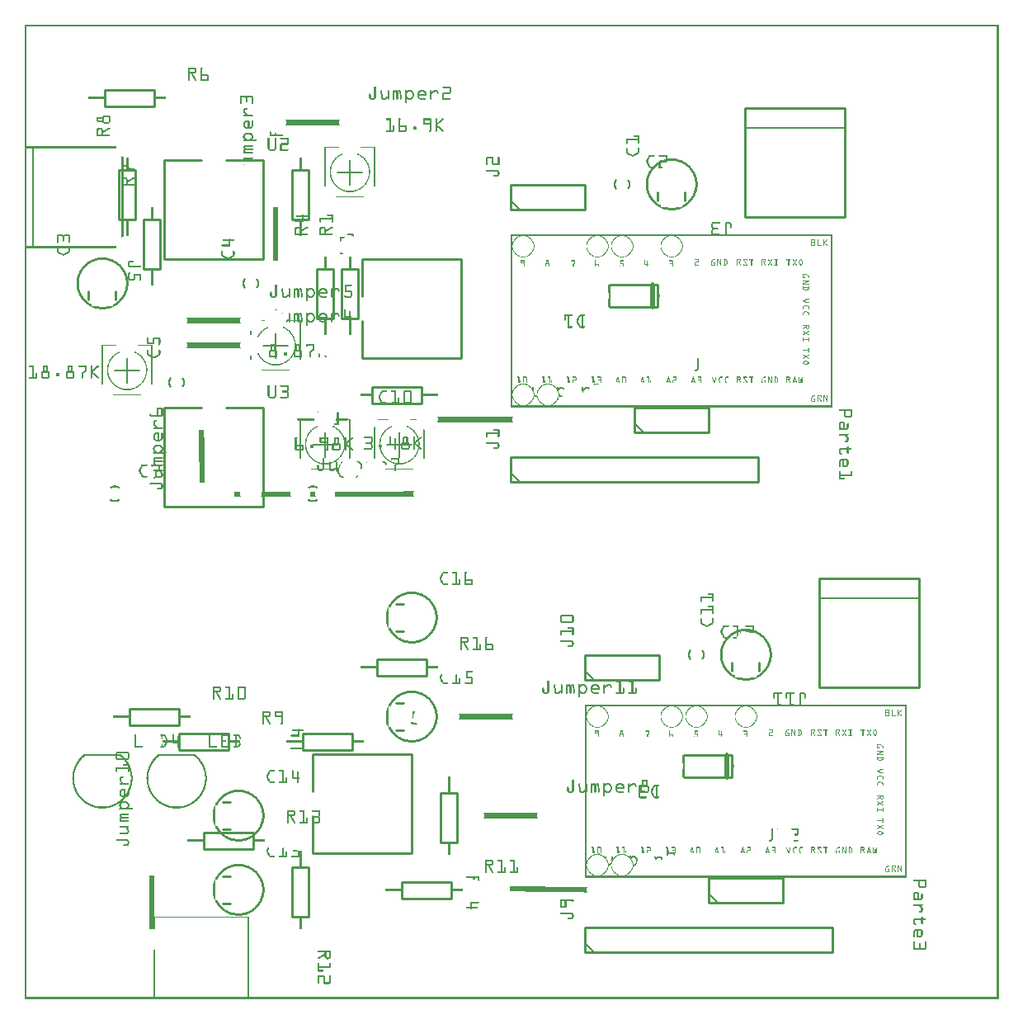
<source format=gto>
G04 MADE WITH FRITZING*
G04 WWW.FRITZING.ORG*
G04 DOUBLE SIDED*
G04 HOLES PLATED*
G04 CONTOUR ON CENTER OF CONTOUR VECTOR*
%ASAXBY*%
%FSLAX23Y23*%
%MOIN*%
%OFA0B0*%
%SFA1.0B1.0*%
%ADD10C,0.010000*%
%ADD11C,0.005000*%
%ADD12C,0.020000*%
%ADD13C,0.007874*%
%ADD14C,0.011000*%
%ADD15R,0.001000X0.001000*%
%LNSILK1*%
G90*
G70*
G54D10*
X1965Y2091D02*
X2965Y2091D01*
D02*
X2965Y2091D02*
X2965Y2191D01*
D02*
X2965Y2191D02*
X1965Y2191D01*
D02*
X1965Y2191D02*
X1965Y2091D01*
G54D11*
D02*
X2000Y2091D02*
X1965Y2126D01*
G54D10*
D02*
X1965Y3191D02*
X2265Y3191D01*
D02*
X2265Y3191D02*
X2265Y3291D01*
D02*
X2265Y3291D02*
X1965Y3291D01*
D02*
X1965Y3291D02*
X1965Y3191D01*
G54D11*
D02*
X2000Y3191D02*
X1965Y3226D01*
D02*
X35Y3442D02*
X35Y3038D01*
G54D10*
D02*
X2912Y3161D02*
X3316Y3161D01*
D02*
X3316Y3161D02*
X3316Y3601D01*
D02*
X3316Y3601D02*
X2912Y3601D01*
D02*
X2912Y3601D02*
X2912Y3161D01*
G54D11*
D02*
X3316Y3521D02*
X2912Y3521D01*
G54D10*
D02*
X2559Y2796D02*
X2364Y2796D01*
D02*
X2364Y2886D02*
X2559Y2886D01*
D02*
X2559Y2886D02*
X2559Y2796D01*
G54D12*
D02*
X2539Y2886D02*
X2539Y2796D01*
G54D10*
D02*
X1365Y2591D02*
X1765Y2591D01*
D02*
X1765Y2591D02*
X1765Y2991D01*
D02*
X1765Y2991D02*
X1365Y2991D01*
D02*
X1365Y2591D02*
X1365Y2741D01*
D02*
X1365Y2841D02*
X1365Y2991D01*
D02*
X565Y3391D02*
X565Y2991D01*
D02*
X565Y2991D02*
X965Y2991D01*
D02*
X965Y2991D02*
X965Y3391D01*
D02*
X565Y3391D02*
X715Y3391D01*
D02*
X815Y3391D02*
X965Y3391D01*
D02*
X565Y2391D02*
X565Y1991D01*
D02*
X565Y1991D02*
X965Y1991D01*
D02*
X965Y1991D02*
X965Y2391D01*
D02*
X565Y2391D02*
X715Y2391D01*
D02*
X815Y2391D02*
X965Y2391D01*
D02*
X2465Y2291D02*
X2765Y2291D01*
D02*
X2765Y2291D02*
X2765Y2391D01*
D02*
X2765Y2391D02*
X2465Y2391D01*
D02*
X2465Y2391D02*
X2465Y2291D01*
G54D11*
D02*
X2500Y2291D02*
X2465Y2326D01*
G54D10*
D02*
X1606Y2408D02*
X1406Y2408D01*
D02*
X1406Y2408D02*
X1406Y2474D01*
D02*
X1406Y2474D02*
X1606Y2474D01*
D02*
X1606Y2474D02*
X1606Y2408D01*
D02*
X1282Y2751D02*
X1282Y2951D01*
D02*
X1282Y2951D02*
X1348Y2951D01*
D02*
X1348Y2951D02*
X1348Y2751D01*
D02*
X1348Y2751D02*
X1282Y2751D01*
G54D11*
D02*
X1515Y2191D02*
X1515Y2241D01*
D02*
X1465Y2241D02*
X1515Y2241D01*
D02*
X1515Y2291D02*
X1515Y2241D01*
D02*
X1515Y2241D02*
X1565Y2241D01*
D02*
X1215Y2191D02*
X1215Y2241D01*
D02*
X1165Y2241D02*
X1215Y2241D01*
D02*
X1215Y2291D02*
X1215Y2241D01*
D02*
X1215Y2241D02*
X1265Y2241D01*
D02*
X415Y2491D02*
X415Y2541D01*
D02*
X365Y2541D02*
X415Y2541D01*
D02*
X415Y2591D02*
X415Y2541D01*
D02*
X415Y2541D02*
X465Y2541D01*
D02*
X1015Y2591D02*
X1015Y2641D01*
D02*
X965Y2641D02*
X1015Y2641D01*
D02*
X1015Y2691D02*
X1015Y2641D01*
D02*
X1015Y2641D02*
X1065Y2641D01*
D02*
X1315Y3291D02*
X1315Y3341D01*
D02*
X1265Y3341D02*
X1315Y3341D01*
D02*
X1315Y3391D02*
X1315Y3341D01*
D02*
X1315Y3341D02*
X1365Y3341D01*
G54D10*
D02*
X1182Y2751D02*
X1182Y2951D01*
D02*
X1182Y2951D02*
X1248Y2951D01*
D02*
X1248Y2951D02*
X1248Y2751D01*
D02*
X1248Y2751D02*
X1182Y2751D01*
D02*
X1082Y3151D02*
X1082Y3351D01*
D02*
X1082Y3351D02*
X1148Y3351D01*
D02*
X1148Y3351D02*
X1148Y3151D01*
D02*
X1148Y3151D02*
X1082Y3151D01*
D02*
X325Y3674D02*
X525Y3674D01*
D02*
X525Y3674D02*
X525Y3608D01*
D02*
X525Y3608D02*
X325Y3608D01*
D02*
X325Y3608D02*
X325Y3674D01*
D02*
X482Y2951D02*
X482Y3151D01*
D02*
X482Y3151D02*
X548Y3151D01*
D02*
X548Y3151D02*
X548Y2951D01*
D02*
X548Y2951D02*
X482Y2951D01*
D02*
X382Y3151D02*
X382Y3351D01*
D02*
X382Y3351D02*
X448Y3351D01*
D02*
X448Y3351D02*
X448Y3151D01*
D02*
X448Y3151D02*
X382Y3151D01*
D02*
X2265Y191D02*
X3265Y191D01*
D02*
X3265Y191D02*
X3265Y291D01*
D02*
X3265Y291D02*
X2265Y291D01*
D02*
X2265Y291D02*
X2265Y191D01*
G54D11*
D02*
X2300Y191D02*
X2265Y226D01*
G54D10*
D02*
X2265Y1291D02*
X2565Y1291D01*
D02*
X2565Y1291D02*
X2565Y1391D01*
D02*
X2565Y1391D02*
X2265Y1391D01*
D02*
X2265Y1391D02*
X2265Y1291D01*
G54D11*
D02*
X2300Y1291D02*
X2265Y1326D01*
G54D10*
D02*
X3212Y1261D02*
X3616Y1261D01*
D02*
X3616Y1261D02*
X3616Y1701D01*
D02*
X3616Y1701D02*
X3212Y1701D01*
D02*
X3212Y1701D02*
X3212Y1261D01*
G54D11*
D02*
X3616Y1621D02*
X3212Y1621D01*
G54D10*
D02*
X2859Y896D02*
X2664Y896D01*
D02*
X2664Y986D02*
X2859Y986D01*
D02*
X2859Y986D02*
X2859Y896D01*
G54D12*
D02*
X2839Y986D02*
X2839Y896D01*
G54D10*
D02*
X1165Y591D02*
X1565Y591D01*
D02*
X1565Y591D02*
X1565Y991D01*
D02*
X1565Y991D02*
X1165Y991D01*
D02*
X1165Y591D02*
X1165Y741D01*
D02*
X1165Y841D02*
X1165Y991D01*
D02*
X2765Y391D02*
X3065Y391D01*
D02*
X3065Y391D02*
X3065Y491D01*
D02*
X3065Y491D02*
X2765Y491D01*
D02*
X2765Y491D02*
X2765Y391D01*
G54D11*
D02*
X2800Y391D02*
X2765Y426D01*
G54D10*
D02*
X625Y1074D02*
X825Y1074D01*
D02*
X825Y1074D02*
X825Y1008D01*
D02*
X825Y1008D02*
X625Y1008D01*
D02*
X625Y1008D02*
X625Y1074D01*
D02*
X425Y1174D02*
X625Y1174D01*
D02*
X625Y1174D02*
X625Y1108D01*
D02*
X625Y1108D02*
X425Y1108D01*
D02*
X425Y1108D02*
X425Y1174D01*
D02*
X1525Y474D02*
X1725Y474D01*
D02*
X1725Y474D02*
X1725Y408D01*
D02*
X1725Y408D02*
X1525Y408D01*
D02*
X1525Y408D02*
X1525Y474D01*
D02*
X1148Y532D02*
X1148Y332D01*
D02*
X1148Y332D02*
X1082Y332D01*
D02*
X1082Y332D02*
X1082Y532D01*
D02*
X1082Y532D02*
X1148Y532D01*
D02*
X725Y674D02*
X925Y674D01*
D02*
X925Y674D02*
X925Y608D01*
D02*
X925Y608D02*
X725Y608D01*
D02*
X725Y608D02*
X725Y674D01*
D02*
X1748Y832D02*
X1748Y632D01*
D02*
X1748Y632D02*
X1682Y632D01*
D02*
X1682Y632D02*
X1682Y832D01*
D02*
X1682Y832D02*
X1748Y832D01*
D02*
X1125Y1074D02*
X1325Y1074D01*
D02*
X1325Y1074D02*
X1325Y1008D01*
D02*
X1325Y1008D02*
X1125Y1008D01*
D02*
X1125Y1008D02*
X1125Y1074D01*
D02*
X1425Y1374D02*
X1625Y1374D01*
D02*
X1625Y1374D02*
X1625Y1308D01*
D02*
X1625Y1308D02*
X1425Y1308D01*
D02*
X1425Y1308D02*
X1425Y1374D01*
G54D13*
X686Y987D02*
X544Y987D01*
D02*
X386Y987D02*
X244Y987D01*
D02*
G54D14*
X800Y497D02*
X830Y497D01*
D02*
X800Y387D02*
X830Y387D01*
D02*
X800Y797D02*
X830Y797D01*
D02*
X800Y687D02*
X830Y687D01*
D02*
X1500Y1197D02*
X1530Y1197D01*
D02*
X1500Y1087D02*
X1530Y1087D01*
D02*
X1500Y1597D02*
X1530Y1597D01*
D02*
X1500Y1487D02*
X1530Y1487D01*
D02*
G54D15*
X0Y3937D02*
X3936Y3937D01*
X0Y3936D02*
X3936Y3936D01*
X0Y3935D02*
X3936Y3935D01*
X0Y3934D02*
X3936Y3934D01*
X0Y3933D02*
X3936Y3933D01*
X0Y3932D02*
X3936Y3932D01*
X0Y3931D02*
X3936Y3931D01*
X0Y3930D02*
X3936Y3930D01*
X0Y3929D02*
X7Y3929D01*
X3929Y3929D02*
X3936Y3929D01*
X0Y3928D02*
X7Y3928D01*
X3929Y3928D02*
X3936Y3928D01*
X0Y3927D02*
X7Y3927D01*
X3929Y3927D02*
X3936Y3927D01*
X0Y3926D02*
X7Y3926D01*
X3929Y3926D02*
X3936Y3926D01*
X0Y3925D02*
X7Y3925D01*
X3929Y3925D02*
X3936Y3925D01*
X0Y3924D02*
X7Y3924D01*
X3929Y3924D02*
X3936Y3924D01*
X0Y3923D02*
X7Y3923D01*
X3929Y3923D02*
X3936Y3923D01*
X0Y3922D02*
X7Y3922D01*
X3929Y3922D02*
X3936Y3922D01*
X0Y3921D02*
X7Y3921D01*
X3929Y3921D02*
X3936Y3921D01*
X0Y3920D02*
X7Y3920D01*
X3929Y3920D02*
X3936Y3920D01*
X0Y3919D02*
X7Y3919D01*
X3929Y3919D02*
X3936Y3919D01*
X0Y3918D02*
X7Y3918D01*
X3929Y3918D02*
X3936Y3918D01*
X0Y3917D02*
X7Y3917D01*
X3929Y3917D02*
X3936Y3917D01*
X0Y3916D02*
X7Y3916D01*
X3929Y3916D02*
X3936Y3916D01*
X0Y3915D02*
X7Y3915D01*
X3929Y3915D02*
X3936Y3915D01*
X0Y3914D02*
X7Y3914D01*
X3929Y3914D02*
X3936Y3914D01*
X0Y3913D02*
X7Y3913D01*
X3929Y3913D02*
X3936Y3913D01*
X0Y3912D02*
X7Y3912D01*
X3929Y3912D02*
X3936Y3912D01*
X0Y3911D02*
X7Y3911D01*
X3929Y3911D02*
X3936Y3911D01*
X0Y3910D02*
X7Y3910D01*
X3929Y3910D02*
X3936Y3910D01*
X0Y3909D02*
X7Y3909D01*
X3929Y3909D02*
X3936Y3909D01*
X0Y3908D02*
X7Y3908D01*
X3929Y3908D02*
X3936Y3908D01*
X0Y3907D02*
X7Y3907D01*
X3929Y3907D02*
X3936Y3907D01*
X0Y3906D02*
X7Y3906D01*
X3929Y3906D02*
X3936Y3906D01*
X0Y3905D02*
X7Y3905D01*
X3929Y3905D02*
X3936Y3905D01*
X0Y3904D02*
X7Y3904D01*
X3929Y3904D02*
X3936Y3904D01*
X0Y3903D02*
X7Y3903D01*
X3929Y3903D02*
X3936Y3903D01*
X0Y3902D02*
X7Y3902D01*
X3929Y3902D02*
X3936Y3902D01*
X0Y3901D02*
X7Y3901D01*
X3929Y3901D02*
X3936Y3901D01*
X0Y3900D02*
X7Y3900D01*
X3929Y3900D02*
X3936Y3900D01*
X0Y3899D02*
X7Y3899D01*
X3929Y3899D02*
X3936Y3899D01*
X0Y3898D02*
X7Y3898D01*
X3929Y3898D02*
X3936Y3898D01*
X0Y3897D02*
X7Y3897D01*
X3929Y3897D02*
X3936Y3897D01*
X0Y3896D02*
X7Y3896D01*
X3929Y3896D02*
X3936Y3896D01*
X0Y3895D02*
X7Y3895D01*
X3929Y3895D02*
X3936Y3895D01*
X0Y3894D02*
X7Y3894D01*
X3929Y3894D02*
X3936Y3894D01*
X0Y3893D02*
X7Y3893D01*
X3929Y3893D02*
X3936Y3893D01*
X0Y3892D02*
X7Y3892D01*
X3929Y3892D02*
X3936Y3892D01*
X0Y3891D02*
X7Y3891D01*
X3929Y3891D02*
X3936Y3891D01*
X0Y3890D02*
X7Y3890D01*
X3929Y3890D02*
X3936Y3890D01*
X0Y3889D02*
X7Y3889D01*
X3929Y3889D02*
X3936Y3889D01*
X0Y3888D02*
X7Y3888D01*
X3929Y3888D02*
X3936Y3888D01*
X0Y3887D02*
X7Y3887D01*
X3929Y3887D02*
X3936Y3887D01*
X0Y3886D02*
X7Y3886D01*
X3929Y3886D02*
X3936Y3886D01*
X0Y3885D02*
X7Y3885D01*
X3929Y3885D02*
X3936Y3885D01*
X0Y3884D02*
X7Y3884D01*
X3929Y3884D02*
X3936Y3884D01*
X0Y3883D02*
X7Y3883D01*
X3929Y3883D02*
X3936Y3883D01*
X0Y3882D02*
X7Y3882D01*
X3929Y3882D02*
X3936Y3882D01*
X0Y3881D02*
X7Y3881D01*
X3929Y3881D02*
X3936Y3881D01*
X0Y3880D02*
X7Y3880D01*
X3929Y3880D02*
X3936Y3880D01*
X0Y3879D02*
X7Y3879D01*
X3929Y3879D02*
X3936Y3879D01*
X0Y3878D02*
X7Y3878D01*
X3929Y3878D02*
X3936Y3878D01*
X0Y3877D02*
X7Y3877D01*
X3929Y3877D02*
X3936Y3877D01*
X0Y3876D02*
X7Y3876D01*
X3929Y3876D02*
X3936Y3876D01*
X0Y3875D02*
X7Y3875D01*
X3929Y3875D02*
X3936Y3875D01*
X0Y3874D02*
X7Y3874D01*
X3929Y3874D02*
X3936Y3874D01*
X0Y3873D02*
X7Y3873D01*
X3929Y3873D02*
X3936Y3873D01*
X0Y3872D02*
X7Y3872D01*
X3929Y3872D02*
X3936Y3872D01*
X0Y3871D02*
X7Y3871D01*
X3929Y3871D02*
X3936Y3871D01*
X0Y3870D02*
X7Y3870D01*
X3929Y3870D02*
X3936Y3870D01*
X0Y3869D02*
X7Y3869D01*
X3929Y3869D02*
X3936Y3869D01*
X0Y3868D02*
X7Y3868D01*
X3929Y3868D02*
X3936Y3868D01*
X0Y3867D02*
X7Y3867D01*
X3929Y3867D02*
X3936Y3867D01*
X0Y3866D02*
X7Y3866D01*
X3929Y3866D02*
X3936Y3866D01*
X0Y3865D02*
X7Y3865D01*
X3929Y3865D02*
X3936Y3865D01*
X0Y3864D02*
X7Y3864D01*
X3929Y3864D02*
X3936Y3864D01*
X0Y3863D02*
X7Y3863D01*
X3929Y3863D02*
X3936Y3863D01*
X0Y3862D02*
X7Y3862D01*
X3929Y3862D02*
X3936Y3862D01*
X0Y3861D02*
X7Y3861D01*
X3929Y3861D02*
X3936Y3861D01*
X0Y3860D02*
X7Y3860D01*
X3929Y3860D02*
X3936Y3860D01*
X0Y3859D02*
X7Y3859D01*
X3929Y3859D02*
X3936Y3859D01*
X0Y3858D02*
X7Y3858D01*
X3929Y3858D02*
X3936Y3858D01*
X0Y3857D02*
X7Y3857D01*
X3929Y3857D02*
X3936Y3857D01*
X0Y3856D02*
X7Y3856D01*
X3929Y3856D02*
X3936Y3856D01*
X0Y3855D02*
X7Y3855D01*
X3929Y3855D02*
X3936Y3855D01*
X0Y3854D02*
X7Y3854D01*
X3929Y3854D02*
X3936Y3854D01*
X0Y3853D02*
X7Y3853D01*
X3929Y3853D02*
X3936Y3853D01*
X0Y3852D02*
X7Y3852D01*
X3929Y3852D02*
X3936Y3852D01*
X0Y3851D02*
X7Y3851D01*
X3929Y3851D02*
X3936Y3851D01*
X0Y3850D02*
X7Y3850D01*
X3929Y3850D02*
X3936Y3850D01*
X0Y3849D02*
X7Y3849D01*
X3929Y3849D02*
X3936Y3849D01*
X0Y3848D02*
X7Y3848D01*
X3929Y3848D02*
X3936Y3848D01*
X0Y3847D02*
X7Y3847D01*
X3929Y3847D02*
X3936Y3847D01*
X0Y3846D02*
X7Y3846D01*
X3929Y3846D02*
X3936Y3846D01*
X0Y3845D02*
X7Y3845D01*
X3929Y3845D02*
X3936Y3845D01*
X0Y3844D02*
X7Y3844D01*
X3929Y3844D02*
X3936Y3844D01*
X0Y3843D02*
X7Y3843D01*
X3929Y3843D02*
X3936Y3843D01*
X0Y3842D02*
X7Y3842D01*
X3929Y3842D02*
X3936Y3842D01*
X0Y3841D02*
X7Y3841D01*
X3929Y3841D02*
X3936Y3841D01*
X0Y3840D02*
X7Y3840D01*
X3929Y3840D02*
X3936Y3840D01*
X0Y3839D02*
X7Y3839D01*
X3929Y3839D02*
X3936Y3839D01*
X0Y3838D02*
X7Y3838D01*
X3929Y3838D02*
X3936Y3838D01*
X0Y3837D02*
X7Y3837D01*
X3929Y3837D02*
X3936Y3837D01*
X0Y3836D02*
X7Y3836D01*
X3929Y3836D02*
X3936Y3836D01*
X0Y3835D02*
X7Y3835D01*
X3929Y3835D02*
X3936Y3835D01*
X0Y3834D02*
X7Y3834D01*
X3929Y3834D02*
X3936Y3834D01*
X0Y3833D02*
X7Y3833D01*
X3929Y3833D02*
X3936Y3833D01*
X0Y3832D02*
X7Y3832D01*
X3929Y3832D02*
X3936Y3832D01*
X0Y3831D02*
X7Y3831D01*
X3929Y3831D02*
X3936Y3831D01*
X0Y3830D02*
X7Y3830D01*
X3929Y3830D02*
X3936Y3830D01*
X0Y3829D02*
X7Y3829D01*
X3929Y3829D02*
X3936Y3829D01*
X0Y3828D02*
X7Y3828D01*
X3929Y3828D02*
X3936Y3828D01*
X0Y3827D02*
X7Y3827D01*
X3929Y3827D02*
X3936Y3827D01*
X0Y3826D02*
X7Y3826D01*
X3929Y3826D02*
X3936Y3826D01*
X0Y3825D02*
X7Y3825D01*
X3929Y3825D02*
X3936Y3825D01*
X0Y3824D02*
X7Y3824D01*
X3929Y3824D02*
X3936Y3824D01*
X0Y3823D02*
X7Y3823D01*
X3929Y3823D02*
X3936Y3823D01*
X0Y3822D02*
X7Y3822D01*
X3929Y3822D02*
X3936Y3822D01*
X0Y3821D02*
X7Y3821D01*
X3929Y3821D02*
X3936Y3821D01*
X0Y3820D02*
X7Y3820D01*
X3929Y3820D02*
X3936Y3820D01*
X0Y3819D02*
X7Y3819D01*
X3929Y3819D02*
X3936Y3819D01*
X0Y3818D02*
X7Y3818D01*
X3929Y3818D02*
X3936Y3818D01*
X0Y3817D02*
X7Y3817D01*
X3929Y3817D02*
X3936Y3817D01*
X0Y3816D02*
X7Y3816D01*
X3929Y3816D02*
X3936Y3816D01*
X0Y3815D02*
X7Y3815D01*
X3929Y3815D02*
X3936Y3815D01*
X0Y3814D02*
X7Y3814D01*
X3929Y3814D02*
X3936Y3814D01*
X0Y3813D02*
X7Y3813D01*
X3929Y3813D02*
X3936Y3813D01*
X0Y3812D02*
X7Y3812D01*
X3929Y3812D02*
X3936Y3812D01*
X0Y3811D02*
X7Y3811D01*
X3929Y3811D02*
X3936Y3811D01*
X0Y3810D02*
X7Y3810D01*
X3929Y3810D02*
X3936Y3810D01*
X0Y3809D02*
X7Y3809D01*
X3929Y3809D02*
X3936Y3809D01*
X0Y3808D02*
X7Y3808D01*
X3929Y3808D02*
X3936Y3808D01*
X0Y3807D02*
X7Y3807D01*
X3929Y3807D02*
X3936Y3807D01*
X0Y3806D02*
X7Y3806D01*
X3929Y3806D02*
X3936Y3806D01*
X0Y3805D02*
X7Y3805D01*
X3929Y3805D02*
X3936Y3805D01*
X0Y3804D02*
X7Y3804D01*
X3929Y3804D02*
X3936Y3804D01*
X0Y3803D02*
X7Y3803D01*
X3929Y3803D02*
X3936Y3803D01*
X0Y3802D02*
X7Y3802D01*
X3929Y3802D02*
X3936Y3802D01*
X0Y3801D02*
X7Y3801D01*
X3929Y3801D02*
X3936Y3801D01*
X0Y3800D02*
X7Y3800D01*
X3929Y3800D02*
X3936Y3800D01*
X0Y3799D02*
X7Y3799D01*
X3929Y3799D02*
X3936Y3799D01*
X0Y3798D02*
X7Y3798D01*
X3929Y3798D02*
X3936Y3798D01*
X0Y3797D02*
X7Y3797D01*
X3929Y3797D02*
X3936Y3797D01*
X0Y3796D02*
X7Y3796D01*
X3929Y3796D02*
X3936Y3796D01*
X0Y3795D02*
X7Y3795D01*
X3929Y3795D02*
X3936Y3795D01*
X0Y3794D02*
X7Y3794D01*
X3929Y3794D02*
X3936Y3794D01*
X0Y3793D02*
X7Y3793D01*
X3929Y3793D02*
X3936Y3793D01*
X0Y3792D02*
X7Y3792D01*
X3929Y3792D02*
X3936Y3792D01*
X0Y3791D02*
X7Y3791D01*
X3929Y3791D02*
X3936Y3791D01*
X0Y3790D02*
X7Y3790D01*
X3929Y3790D02*
X3936Y3790D01*
X0Y3789D02*
X7Y3789D01*
X3929Y3789D02*
X3936Y3789D01*
X0Y3788D02*
X7Y3788D01*
X3929Y3788D02*
X3936Y3788D01*
X0Y3787D02*
X7Y3787D01*
X3929Y3787D02*
X3936Y3787D01*
X0Y3786D02*
X7Y3786D01*
X3929Y3786D02*
X3936Y3786D01*
X0Y3785D02*
X7Y3785D01*
X3929Y3785D02*
X3936Y3785D01*
X0Y3784D02*
X7Y3784D01*
X3929Y3784D02*
X3936Y3784D01*
X0Y3783D02*
X7Y3783D01*
X3929Y3783D02*
X3936Y3783D01*
X0Y3782D02*
X7Y3782D01*
X3929Y3782D02*
X3936Y3782D01*
X0Y3781D02*
X7Y3781D01*
X3929Y3781D02*
X3936Y3781D01*
X0Y3780D02*
X7Y3780D01*
X3929Y3780D02*
X3936Y3780D01*
X0Y3779D02*
X7Y3779D01*
X3929Y3779D02*
X3936Y3779D01*
X0Y3778D02*
X7Y3778D01*
X3929Y3778D02*
X3936Y3778D01*
X0Y3777D02*
X7Y3777D01*
X3929Y3777D02*
X3936Y3777D01*
X0Y3776D02*
X7Y3776D01*
X3929Y3776D02*
X3936Y3776D01*
X0Y3775D02*
X7Y3775D01*
X3929Y3775D02*
X3936Y3775D01*
X0Y3774D02*
X7Y3774D01*
X3929Y3774D02*
X3936Y3774D01*
X0Y3773D02*
X7Y3773D01*
X3929Y3773D02*
X3936Y3773D01*
X0Y3772D02*
X7Y3772D01*
X3929Y3772D02*
X3936Y3772D01*
X0Y3771D02*
X7Y3771D01*
X3929Y3771D02*
X3936Y3771D01*
X0Y3770D02*
X7Y3770D01*
X3929Y3770D02*
X3936Y3770D01*
X0Y3769D02*
X7Y3769D01*
X3929Y3769D02*
X3936Y3769D01*
X0Y3768D02*
X7Y3768D01*
X3929Y3768D02*
X3936Y3768D01*
X0Y3767D02*
X7Y3767D01*
X3929Y3767D02*
X3936Y3767D01*
X0Y3766D02*
X7Y3766D01*
X3929Y3766D02*
X3936Y3766D01*
X0Y3765D02*
X7Y3765D01*
X3929Y3765D02*
X3936Y3765D01*
X0Y3764D02*
X7Y3764D01*
X661Y3764D02*
X687Y3764D01*
X712Y3764D02*
X718Y3764D01*
X3929Y3764D02*
X3936Y3764D01*
X0Y3763D02*
X7Y3763D01*
X661Y3763D02*
X689Y3763D01*
X711Y3763D02*
X719Y3763D01*
X3929Y3763D02*
X3936Y3763D01*
X0Y3762D02*
X7Y3762D01*
X661Y3762D02*
X691Y3762D01*
X711Y3762D02*
X720Y3762D01*
X3929Y3762D02*
X3936Y3762D01*
X0Y3761D02*
X7Y3761D01*
X661Y3761D02*
X692Y3761D01*
X711Y3761D02*
X720Y3761D01*
X3929Y3761D02*
X3936Y3761D01*
X0Y3760D02*
X7Y3760D01*
X661Y3760D02*
X692Y3760D01*
X711Y3760D02*
X720Y3760D01*
X3929Y3760D02*
X3936Y3760D01*
X0Y3759D02*
X7Y3759D01*
X661Y3759D02*
X693Y3759D01*
X711Y3759D02*
X719Y3759D01*
X3929Y3759D02*
X3936Y3759D01*
X0Y3758D02*
X7Y3758D01*
X661Y3758D02*
X693Y3758D01*
X711Y3758D02*
X718Y3758D01*
X3929Y3758D02*
X3936Y3758D01*
X0Y3757D02*
X7Y3757D01*
X661Y3757D02*
X667Y3757D01*
X687Y3757D02*
X694Y3757D01*
X711Y3757D02*
X717Y3757D01*
X3929Y3757D02*
X3936Y3757D01*
X0Y3756D02*
X7Y3756D01*
X661Y3756D02*
X667Y3756D01*
X688Y3756D02*
X694Y3756D01*
X711Y3756D02*
X717Y3756D01*
X3929Y3756D02*
X3936Y3756D01*
X0Y3755D02*
X7Y3755D01*
X661Y3755D02*
X667Y3755D01*
X688Y3755D02*
X694Y3755D01*
X711Y3755D02*
X717Y3755D01*
X3929Y3755D02*
X3936Y3755D01*
X0Y3754D02*
X7Y3754D01*
X661Y3754D02*
X667Y3754D01*
X688Y3754D02*
X694Y3754D01*
X711Y3754D02*
X717Y3754D01*
X3929Y3754D02*
X3936Y3754D01*
X0Y3753D02*
X7Y3753D01*
X661Y3753D02*
X667Y3753D01*
X688Y3753D02*
X694Y3753D01*
X711Y3753D02*
X717Y3753D01*
X3929Y3753D02*
X3936Y3753D01*
X0Y3752D02*
X7Y3752D01*
X661Y3752D02*
X667Y3752D01*
X688Y3752D02*
X694Y3752D01*
X711Y3752D02*
X717Y3752D01*
X3929Y3752D02*
X3936Y3752D01*
X0Y3751D02*
X7Y3751D01*
X661Y3751D02*
X667Y3751D01*
X688Y3751D02*
X694Y3751D01*
X711Y3751D02*
X717Y3751D01*
X3929Y3751D02*
X3936Y3751D01*
X0Y3750D02*
X7Y3750D01*
X661Y3750D02*
X667Y3750D01*
X688Y3750D02*
X694Y3750D01*
X711Y3750D02*
X717Y3750D01*
X3929Y3750D02*
X3936Y3750D01*
X0Y3749D02*
X7Y3749D01*
X661Y3749D02*
X667Y3749D01*
X688Y3749D02*
X694Y3749D01*
X711Y3749D02*
X717Y3749D01*
X3929Y3749D02*
X3936Y3749D01*
X0Y3748D02*
X7Y3748D01*
X661Y3748D02*
X667Y3748D01*
X687Y3748D02*
X694Y3748D01*
X711Y3748D02*
X717Y3748D01*
X3929Y3748D02*
X3936Y3748D01*
X0Y3747D02*
X7Y3747D01*
X661Y3747D02*
X667Y3747D01*
X685Y3747D02*
X694Y3747D01*
X711Y3747D02*
X717Y3747D01*
X3929Y3747D02*
X3936Y3747D01*
X0Y3746D02*
X7Y3746D01*
X661Y3746D02*
X693Y3746D01*
X711Y3746D02*
X717Y3746D01*
X3929Y3746D02*
X3936Y3746D01*
X0Y3745D02*
X7Y3745D01*
X661Y3745D02*
X693Y3745D01*
X711Y3745D02*
X717Y3745D01*
X3929Y3745D02*
X3936Y3745D01*
X0Y3744D02*
X7Y3744D01*
X661Y3744D02*
X692Y3744D01*
X711Y3744D02*
X717Y3744D01*
X3929Y3744D02*
X3936Y3744D01*
X0Y3743D02*
X7Y3743D01*
X661Y3743D02*
X691Y3743D01*
X711Y3743D02*
X717Y3743D01*
X3929Y3743D02*
X3936Y3743D01*
X0Y3742D02*
X7Y3742D01*
X661Y3742D02*
X690Y3742D01*
X711Y3742D02*
X717Y3742D01*
X3929Y3742D02*
X3936Y3742D01*
X0Y3741D02*
X7Y3741D01*
X661Y3741D02*
X688Y3741D01*
X711Y3741D02*
X717Y3741D01*
X3929Y3741D02*
X3936Y3741D01*
X0Y3740D02*
X7Y3740D01*
X661Y3740D02*
X684Y3740D01*
X711Y3740D02*
X717Y3740D01*
X3929Y3740D02*
X3936Y3740D01*
X0Y3739D02*
X7Y3739D01*
X661Y3739D02*
X667Y3739D01*
X673Y3739D02*
X680Y3739D01*
X711Y3739D02*
X717Y3739D01*
X3929Y3739D02*
X3936Y3739D01*
X0Y3738D02*
X7Y3738D01*
X661Y3738D02*
X667Y3738D01*
X674Y3738D02*
X681Y3738D01*
X711Y3738D02*
X717Y3738D01*
X3929Y3738D02*
X3936Y3738D01*
X0Y3737D02*
X7Y3737D01*
X661Y3737D02*
X667Y3737D01*
X674Y3737D02*
X681Y3737D01*
X711Y3737D02*
X717Y3737D01*
X3929Y3737D02*
X3936Y3737D01*
X0Y3736D02*
X7Y3736D01*
X661Y3736D02*
X667Y3736D01*
X675Y3736D02*
X682Y3736D01*
X711Y3736D02*
X717Y3736D01*
X3929Y3736D02*
X3936Y3736D01*
X0Y3735D02*
X7Y3735D01*
X661Y3735D02*
X667Y3735D01*
X675Y3735D02*
X682Y3735D01*
X711Y3735D02*
X742Y3735D01*
X3929Y3735D02*
X3936Y3735D01*
X0Y3734D02*
X7Y3734D01*
X661Y3734D02*
X667Y3734D01*
X676Y3734D02*
X683Y3734D01*
X711Y3734D02*
X743Y3734D01*
X3929Y3734D02*
X3936Y3734D01*
X0Y3733D02*
X7Y3733D01*
X661Y3733D02*
X667Y3733D01*
X676Y3733D02*
X684Y3733D01*
X711Y3733D02*
X744Y3733D01*
X3929Y3733D02*
X3936Y3733D01*
X0Y3732D02*
X7Y3732D01*
X661Y3732D02*
X667Y3732D01*
X677Y3732D02*
X684Y3732D01*
X711Y3732D02*
X744Y3732D01*
X3929Y3732D02*
X3936Y3732D01*
X0Y3731D02*
X7Y3731D01*
X661Y3731D02*
X667Y3731D01*
X678Y3731D02*
X685Y3731D01*
X711Y3731D02*
X744Y3731D01*
X3929Y3731D02*
X3936Y3731D01*
X0Y3730D02*
X7Y3730D01*
X661Y3730D02*
X667Y3730D01*
X678Y3730D02*
X685Y3730D01*
X711Y3730D02*
X744Y3730D01*
X3929Y3730D02*
X3936Y3730D01*
X0Y3729D02*
X7Y3729D01*
X661Y3729D02*
X667Y3729D01*
X679Y3729D02*
X686Y3729D01*
X711Y3729D02*
X744Y3729D01*
X3929Y3729D02*
X3936Y3729D01*
X0Y3728D02*
X7Y3728D01*
X661Y3728D02*
X667Y3728D01*
X679Y3728D02*
X687Y3728D01*
X711Y3728D02*
X717Y3728D01*
X738Y3728D02*
X744Y3728D01*
X3929Y3728D02*
X3936Y3728D01*
X0Y3727D02*
X7Y3727D01*
X661Y3727D02*
X667Y3727D01*
X680Y3727D02*
X687Y3727D01*
X711Y3727D02*
X717Y3727D01*
X738Y3727D02*
X744Y3727D01*
X3929Y3727D02*
X3936Y3727D01*
X0Y3726D02*
X7Y3726D01*
X661Y3726D02*
X667Y3726D01*
X681Y3726D02*
X688Y3726D01*
X711Y3726D02*
X717Y3726D01*
X738Y3726D02*
X744Y3726D01*
X3929Y3726D02*
X3936Y3726D01*
X0Y3725D02*
X7Y3725D01*
X661Y3725D02*
X667Y3725D01*
X681Y3725D02*
X688Y3725D01*
X711Y3725D02*
X717Y3725D01*
X738Y3725D02*
X744Y3725D01*
X3929Y3725D02*
X3936Y3725D01*
X0Y3724D02*
X7Y3724D01*
X661Y3724D02*
X667Y3724D01*
X682Y3724D02*
X689Y3724D01*
X711Y3724D02*
X717Y3724D01*
X738Y3724D02*
X744Y3724D01*
X3929Y3724D02*
X3936Y3724D01*
X0Y3723D02*
X7Y3723D01*
X661Y3723D02*
X667Y3723D01*
X682Y3723D02*
X689Y3723D01*
X711Y3723D02*
X717Y3723D01*
X738Y3723D02*
X744Y3723D01*
X3929Y3723D02*
X3936Y3723D01*
X0Y3722D02*
X7Y3722D01*
X661Y3722D02*
X667Y3722D01*
X683Y3722D02*
X690Y3722D01*
X711Y3722D02*
X717Y3722D01*
X738Y3722D02*
X744Y3722D01*
X3929Y3722D02*
X3936Y3722D01*
X0Y3721D02*
X7Y3721D01*
X661Y3721D02*
X667Y3721D01*
X683Y3721D02*
X691Y3721D01*
X711Y3721D02*
X717Y3721D01*
X738Y3721D02*
X744Y3721D01*
X3929Y3721D02*
X3936Y3721D01*
X0Y3720D02*
X7Y3720D01*
X661Y3720D02*
X667Y3720D01*
X684Y3720D02*
X691Y3720D01*
X711Y3720D02*
X717Y3720D01*
X738Y3720D02*
X744Y3720D01*
X3929Y3720D02*
X3936Y3720D01*
X0Y3719D02*
X7Y3719D01*
X661Y3719D02*
X667Y3719D01*
X685Y3719D02*
X692Y3719D01*
X711Y3719D02*
X717Y3719D01*
X738Y3719D02*
X744Y3719D01*
X3929Y3719D02*
X3936Y3719D01*
X0Y3718D02*
X7Y3718D01*
X661Y3718D02*
X667Y3718D01*
X685Y3718D02*
X692Y3718D01*
X711Y3718D02*
X717Y3718D01*
X738Y3718D02*
X744Y3718D01*
X3929Y3718D02*
X3936Y3718D01*
X0Y3717D02*
X7Y3717D01*
X661Y3717D02*
X667Y3717D01*
X686Y3717D02*
X693Y3717D01*
X711Y3717D02*
X744Y3717D01*
X3929Y3717D02*
X3936Y3717D01*
X0Y3716D02*
X7Y3716D01*
X661Y3716D02*
X667Y3716D01*
X686Y3716D02*
X694Y3716D01*
X711Y3716D02*
X744Y3716D01*
X3929Y3716D02*
X3936Y3716D01*
X0Y3715D02*
X7Y3715D01*
X661Y3715D02*
X667Y3715D01*
X687Y3715D02*
X694Y3715D01*
X711Y3715D02*
X744Y3715D01*
X3929Y3715D02*
X3936Y3715D01*
X0Y3714D02*
X7Y3714D01*
X661Y3714D02*
X667Y3714D01*
X688Y3714D02*
X694Y3714D01*
X711Y3714D02*
X744Y3714D01*
X3929Y3714D02*
X3936Y3714D01*
X0Y3713D02*
X7Y3713D01*
X661Y3713D02*
X666Y3713D01*
X688Y3713D02*
X694Y3713D01*
X711Y3713D02*
X744Y3713D01*
X3929Y3713D02*
X3936Y3713D01*
X0Y3712D02*
X7Y3712D01*
X661Y3712D02*
X666Y3712D01*
X689Y3712D02*
X693Y3712D01*
X711Y3712D02*
X743Y3712D01*
X3929Y3712D02*
X3936Y3712D01*
X0Y3711D02*
X7Y3711D01*
X662Y3711D02*
X665Y3711D01*
X690Y3711D02*
X692Y3711D01*
X712Y3711D02*
X742Y3711D01*
X3929Y3711D02*
X3936Y3711D01*
X0Y3710D02*
X7Y3710D01*
X3929Y3710D02*
X3936Y3710D01*
X0Y3709D02*
X7Y3709D01*
X3929Y3709D02*
X3936Y3709D01*
X0Y3708D02*
X7Y3708D01*
X3929Y3708D02*
X3936Y3708D01*
X0Y3707D02*
X7Y3707D01*
X3929Y3707D02*
X3936Y3707D01*
X0Y3706D02*
X7Y3706D01*
X3929Y3706D02*
X3936Y3706D01*
X0Y3705D02*
X7Y3705D01*
X3929Y3705D02*
X3936Y3705D01*
X0Y3704D02*
X7Y3704D01*
X3929Y3704D02*
X3936Y3704D01*
X0Y3703D02*
X7Y3703D01*
X3929Y3703D02*
X3936Y3703D01*
X0Y3702D02*
X7Y3702D01*
X3929Y3702D02*
X3936Y3702D01*
X0Y3701D02*
X7Y3701D01*
X3929Y3701D02*
X3936Y3701D01*
X0Y3700D02*
X7Y3700D01*
X3929Y3700D02*
X3936Y3700D01*
X0Y3699D02*
X7Y3699D01*
X3929Y3699D02*
X3936Y3699D01*
X0Y3698D02*
X7Y3698D01*
X3929Y3698D02*
X3936Y3698D01*
X0Y3697D02*
X7Y3697D01*
X3929Y3697D02*
X3936Y3697D01*
X0Y3696D02*
X7Y3696D01*
X3929Y3696D02*
X3936Y3696D01*
X0Y3695D02*
X7Y3695D01*
X3929Y3695D02*
X3936Y3695D01*
X0Y3694D02*
X7Y3694D01*
X3929Y3694D02*
X3936Y3694D01*
X0Y3693D02*
X7Y3693D01*
X3929Y3693D02*
X3936Y3693D01*
X0Y3692D02*
X7Y3692D01*
X3929Y3692D02*
X3936Y3692D01*
X0Y3691D02*
X7Y3691D01*
X3929Y3691D02*
X3936Y3691D01*
X0Y3690D02*
X7Y3690D01*
X3929Y3690D02*
X3936Y3690D01*
X0Y3689D02*
X7Y3689D01*
X3929Y3689D02*
X3936Y3689D01*
X0Y3688D02*
X7Y3688D01*
X3929Y3688D02*
X3936Y3688D01*
X0Y3687D02*
X7Y3687D01*
X1415Y3687D02*
X1418Y3687D01*
X1691Y3687D02*
X1719Y3687D01*
X3929Y3687D02*
X3936Y3687D01*
X0Y3686D02*
X7Y3686D01*
X1414Y3686D02*
X1419Y3686D01*
X1690Y3686D02*
X1720Y3686D01*
X3929Y3686D02*
X3936Y3686D01*
X0Y3685D02*
X7Y3685D01*
X1413Y3685D02*
X1419Y3685D01*
X1689Y3685D02*
X1721Y3685D01*
X3929Y3685D02*
X3936Y3685D01*
X0Y3684D02*
X7Y3684D01*
X1413Y3684D02*
X1419Y3684D01*
X1689Y3684D02*
X1722Y3684D01*
X3929Y3684D02*
X3936Y3684D01*
X0Y3683D02*
X7Y3683D01*
X1413Y3683D02*
X1419Y3683D01*
X1689Y3683D02*
X1722Y3683D01*
X3929Y3683D02*
X3936Y3683D01*
X0Y3682D02*
X7Y3682D01*
X1413Y3682D02*
X1419Y3682D01*
X1690Y3682D02*
X1723Y3682D01*
X3929Y3682D02*
X3936Y3682D01*
X0Y3681D02*
X7Y3681D01*
X1413Y3681D02*
X1419Y3681D01*
X1691Y3681D02*
X1723Y3681D01*
X3929Y3681D02*
X3936Y3681D01*
X0Y3680D02*
X7Y3680D01*
X1413Y3680D02*
X1419Y3680D01*
X1717Y3680D02*
X1723Y3680D01*
X3929Y3680D02*
X3936Y3680D01*
X0Y3679D02*
X7Y3679D01*
X1413Y3679D02*
X1419Y3679D01*
X1717Y3679D02*
X1723Y3679D01*
X3929Y3679D02*
X3936Y3679D01*
X0Y3678D02*
X7Y3678D01*
X1413Y3678D02*
X1419Y3678D01*
X1717Y3678D02*
X1723Y3678D01*
X3929Y3678D02*
X3936Y3678D01*
X0Y3677D02*
X7Y3677D01*
X1413Y3677D02*
X1419Y3677D01*
X1717Y3677D02*
X1723Y3677D01*
X3929Y3677D02*
X3936Y3677D01*
X0Y3676D02*
X7Y3676D01*
X1413Y3676D02*
X1419Y3676D01*
X1717Y3676D02*
X1723Y3676D01*
X3929Y3676D02*
X3936Y3676D01*
X0Y3675D02*
X7Y3675D01*
X1413Y3675D02*
X1419Y3675D01*
X1717Y3675D02*
X1723Y3675D01*
X3929Y3675D02*
X3936Y3675D01*
X0Y3674D02*
X7Y3674D01*
X1413Y3674D02*
X1419Y3674D01*
X1541Y3674D02*
X1543Y3674D01*
X1553Y3674D02*
X1559Y3674D01*
X1717Y3674D02*
X1723Y3674D01*
X3929Y3674D02*
X3936Y3674D01*
X0Y3673D02*
X7Y3673D01*
X1413Y3673D02*
X1419Y3673D01*
X1540Y3673D02*
X1544Y3673D01*
X1551Y3673D02*
X1561Y3673D01*
X1717Y3673D02*
X1723Y3673D01*
X3929Y3673D02*
X3936Y3673D01*
X0Y3672D02*
X7Y3672D01*
X1413Y3672D02*
X1419Y3672D01*
X1440Y3672D02*
X1444Y3672D01*
X1468Y3672D02*
X1471Y3672D01*
X1490Y3672D02*
X1493Y3672D01*
X1498Y3672D02*
X1504Y3672D01*
X1512Y3672D02*
X1517Y3672D01*
X1539Y3672D02*
X1545Y3672D01*
X1549Y3672D02*
X1563Y3672D01*
X1598Y3672D02*
X1614Y3672D01*
X1640Y3672D02*
X1644Y3672D01*
X1654Y3672D02*
X1667Y3672D01*
X1717Y3672D02*
X1723Y3672D01*
X3929Y3672D02*
X3936Y3672D01*
X0Y3671D02*
X7Y3671D01*
X1413Y3671D02*
X1419Y3671D01*
X1440Y3671D02*
X1445Y3671D01*
X1467Y3671D02*
X1472Y3671D01*
X1489Y3671D02*
X1494Y3671D01*
X1496Y3671D02*
X1506Y3671D01*
X1510Y3671D02*
X1519Y3671D01*
X1539Y3671D02*
X1545Y3671D01*
X1548Y3671D02*
X1564Y3671D01*
X1596Y3671D02*
X1616Y3671D01*
X1640Y3671D02*
X1645Y3671D01*
X1653Y3671D02*
X1668Y3671D01*
X1717Y3671D02*
X1723Y3671D01*
X3929Y3671D02*
X3936Y3671D01*
X0Y3670D02*
X7Y3670D01*
X1413Y3670D02*
X1419Y3670D01*
X1439Y3670D02*
X1445Y3670D01*
X1467Y3670D02*
X1473Y3670D01*
X1489Y3670D02*
X1507Y3670D01*
X1509Y3670D02*
X1520Y3670D01*
X1539Y3670D02*
X1545Y3670D01*
X1547Y3670D02*
X1565Y3670D01*
X1595Y3670D02*
X1617Y3670D01*
X1639Y3670D02*
X1645Y3670D01*
X1652Y3670D02*
X1669Y3670D01*
X1717Y3670D02*
X1723Y3670D01*
X3929Y3670D02*
X3936Y3670D01*
X0Y3669D02*
X7Y3669D01*
X1413Y3669D02*
X1419Y3669D01*
X1439Y3669D02*
X1445Y3669D01*
X1467Y3669D02*
X1473Y3669D01*
X1489Y3669D02*
X1521Y3669D01*
X1539Y3669D02*
X1566Y3669D01*
X1594Y3669D02*
X1618Y3669D01*
X1639Y3669D02*
X1645Y3669D01*
X1650Y3669D02*
X1670Y3669D01*
X1717Y3669D02*
X1723Y3669D01*
X3929Y3669D02*
X3936Y3669D01*
X0Y3668D02*
X7Y3668D01*
X1413Y3668D02*
X1419Y3668D01*
X1439Y3668D02*
X1445Y3668D01*
X1467Y3668D02*
X1473Y3668D01*
X1489Y3668D02*
X1521Y3668D01*
X1539Y3668D02*
X1568Y3668D01*
X1592Y3668D02*
X1619Y3668D01*
X1639Y3668D02*
X1645Y3668D01*
X1649Y3668D02*
X1671Y3668D01*
X1717Y3668D02*
X1723Y3668D01*
X3929Y3668D02*
X3936Y3668D01*
X0Y3667D02*
X7Y3667D01*
X1413Y3667D02*
X1419Y3667D01*
X1439Y3667D02*
X1445Y3667D01*
X1467Y3667D02*
X1473Y3667D01*
X1489Y3667D02*
X1522Y3667D01*
X1539Y3667D02*
X1553Y3667D01*
X1559Y3667D02*
X1569Y3667D01*
X1592Y3667D02*
X1620Y3667D01*
X1639Y3667D02*
X1645Y3667D01*
X1648Y3667D02*
X1672Y3667D01*
X1717Y3667D02*
X1723Y3667D01*
X3929Y3667D02*
X3936Y3667D01*
X0Y3666D02*
X7Y3666D01*
X1413Y3666D02*
X1419Y3666D01*
X1439Y3666D02*
X1445Y3666D01*
X1467Y3666D02*
X1473Y3666D01*
X1489Y3666D02*
X1522Y3666D01*
X1539Y3666D02*
X1552Y3666D01*
X1560Y3666D02*
X1570Y3666D01*
X1591Y3666D02*
X1621Y3666D01*
X1639Y3666D02*
X1645Y3666D01*
X1647Y3666D02*
X1672Y3666D01*
X1717Y3666D02*
X1723Y3666D01*
X3929Y3666D02*
X3936Y3666D01*
X0Y3665D02*
X7Y3665D01*
X1413Y3665D02*
X1419Y3665D01*
X1439Y3665D02*
X1445Y3665D01*
X1467Y3665D02*
X1473Y3665D01*
X1489Y3665D02*
X1499Y3665D01*
X1503Y3665D02*
X1512Y3665D01*
X1516Y3665D02*
X1522Y3665D01*
X1539Y3665D02*
X1551Y3665D01*
X1561Y3665D02*
X1570Y3665D01*
X1590Y3665D02*
X1599Y3665D01*
X1613Y3665D02*
X1622Y3665D01*
X1639Y3665D02*
X1656Y3665D01*
X1665Y3665D02*
X1672Y3665D01*
X1717Y3665D02*
X1723Y3665D01*
X3929Y3665D02*
X3936Y3665D01*
X0Y3664D02*
X7Y3664D01*
X1413Y3664D02*
X1419Y3664D01*
X1439Y3664D02*
X1445Y3664D01*
X1467Y3664D02*
X1473Y3664D01*
X1489Y3664D02*
X1498Y3664D01*
X1503Y3664D02*
X1511Y3664D01*
X1516Y3664D02*
X1522Y3664D01*
X1539Y3664D02*
X1550Y3664D01*
X1562Y3664D02*
X1571Y3664D01*
X1590Y3664D02*
X1597Y3664D01*
X1615Y3664D02*
X1622Y3664D01*
X1639Y3664D02*
X1654Y3664D01*
X1666Y3664D02*
X1673Y3664D01*
X1695Y3664D02*
X1723Y3664D01*
X3929Y3664D02*
X3936Y3664D01*
X0Y3663D02*
X7Y3663D01*
X1413Y3663D02*
X1419Y3663D01*
X1439Y3663D02*
X1445Y3663D01*
X1467Y3663D02*
X1473Y3663D01*
X1489Y3663D02*
X1496Y3663D01*
X1503Y3663D02*
X1510Y3663D01*
X1516Y3663D02*
X1522Y3663D01*
X1539Y3663D02*
X1549Y3663D01*
X1564Y3663D02*
X1572Y3663D01*
X1589Y3663D02*
X1596Y3663D01*
X1615Y3663D02*
X1622Y3663D01*
X1639Y3663D02*
X1653Y3663D01*
X1667Y3663D02*
X1673Y3663D01*
X1692Y3663D02*
X1723Y3663D01*
X3929Y3663D02*
X3936Y3663D01*
X0Y3662D02*
X7Y3662D01*
X1413Y3662D02*
X1419Y3662D01*
X1439Y3662D02*
X1445Y3662D01*
X1467Y3662D02*
X1473Y3662D01*
X1489Y3662D02*
X1495Y3662D01*
X1503Y3662D02*
X1509Y3662D01*
X1516Y3662D02*
X1522Y3662D01*
X1539Y3662D02*
X1548Y3662D01*
X1565Y3662D02*
X1572Y3662D01*
X1589Y3662D02*
X1596Y3662D01*
X1616Y3662D02*
X1623Y3662D01*
X1639Y3662D02*
X1652Y3662D01*
X1667Y3662D02*
X1673Y3662D01*
X1691Y3662D02*
X1722Y3662D01*
X3929Y3662D02*
X3936Y3662D01*
X0Y3661D02*
X7Y3661D01*
X1413Y3661D02*
X1419Y3661D01*
X1439Y3661D02*
X1445Y3661D01*
X1467Y3661D02*
X1473Y3661D01*
X1489Y3661D02*
X1495Y3661D01*
X1503Y3661D02*
X1509Y3661D01*
X1516Y3661D02*
X1522Y3661D01*
X1539Y3661D02*
X1547Y3661D01*
X1566Y3661D02*
X1572Y3661D01*
X1589Y3661D02*
X1595Y3661D01*
X1617Y3661D02*
X1623Y3661D01*
X1639Y3661D02*
X1651Y3661D01*
X1667Y3661D02*
X1673Y3661D01*
X1690Y3661D02*
X1722Y3661D01*
X3929Y3661D02*
X3936Y3661D01*
X0Y3660D02*
X7Y3660D01*
X1413Y3660D02*
X1419Y3660D01*
X1439Y3660D02*
X1445Y3660D01*
X1467Y3660D02*
X1473Y3660D01*
X1489Y3660D02*
X1495Y3660D01*
X1503Y3660D02*
X1509Y3660D01*
X1516Y3660D02*
X1522Y3660D01*
X1539Y3660D02*
X1546Y3660D01*
X1566Y3660D02*
X1573Y3660D01*
X1589Y3660D02*
X1595Y3660D01*
X1617Y3660D02*
X1623Y3660D01*
X1639Y3660D02*
X1650Y3660D01*
X1667Y3660D02*
X1673Y3660D01*
X1690Y3660D02*
X1721Y3660D01*
X3929Y3660D02*
X3936Y3660D01*
X0Y3659D02*
X7Y3659D01*
X1413Y3659D02*
X1419Y3659D01*
X1439Y3659D02*
X1445Y3659D01*
X1467Y3659D02*
X1473Y3659D01*
X1489Y3659D02*
X1495Y3659D01*
X1503Y3659D02*
X1509Y3659D01*
X1516Y3659D02*
X1522Y3659D01*
X1539Y3659D02*
X1545Y3659D01*
X1567Y3659D02*
X1573Y3659D01*
X1589Y3659D02*
X1595Y3659D01*
X1617Y3659D02*
X1623Y3659D01*
X1639Y3659D02*
X1649Y3659D01*
X1667Y3659D02*
X1672Y3659D01*
X1689Y3659D02*
X1720Y3659D01*
X3929Y3659D02*
X3936Y3659D01*
X0Y3658D02*
X7Y3658D01*
X1395Y3658D02*
X1396Y3658D01*
X1413Y3658D02*
X1419Y3658D01*
X1439Y3658D02*
X1445Y3658D01*
X1467Y3658D02*
X1473Y3658D01*
X1489Y3658D02*
X1495Y3658D01*
X1503Y3658D02*
X1509Y3658D01*
X1516Y3658D02*
X1522Y3658D01*
X1539Y3658D02*
X1545Y3658D01*
X1567Y3658D02*
X1573Y3658D01*
X1589Y3658D02*
X1595Y3658D01*
X1617Y3658D02*
X1623Y3658D01*
X1639Y3658D02*
X1647Y3658D01*
X1668Y3658D02*
X1671Y3658D01*
X1689Y3658D02*
X1719Y3658D01*
X3929Y3658D02*
X3936Y3658D01*
X0Y3657D02*
X7Y3657D01*
X1393Y3657D02*
X1398Y3657D01*
X1413Y3657D02*
X1419Y3657D01*
X1439Y3657D02*
X1445Y3657D01*
X1467Y3657D02*
X1473Y3657D01*
X1489Y3657D02*
X1495Y3657D01*
X1503Y3657D02*
X1509Y3657D01*
X1516Y3657D02*
X1522Y3657D01*
X1539Y3657D02*
X1545Y3657D01*
X1567Y3657D02*
X1573Y3657D01*
X1589Y3657D02*
X1595Y3657D01*
X1617Y3657D02*
X1623Y3657D01*
X1639Y3657D02*
X1646Y3657D01*
X1689Y3657D02*
X1695Y3657D01*
X3929Y3657D02*
X3936Y3657D01*
X0Y3656D02*
X7Y3656D01*
X1393Y3656D02*
X1398Y3656D01*
X1413Y3656D02*
X1419Y3656D01*
X1440Y3656D02*
X1446Y3656D01*
X1467Y3656D02*
X1473Y3656D01*
X1489Y3656D02*
X1495Y3656D01*
X1503Y3656D02*
X1509Y3656D01*
X1516Y3656D02*
X1522Y3656D01*
X1539Y3656D02*
X1545Y3656D01*
X1567Y3656D02*
X1573Y3656D01*
X1589Y3656D02*
X1595Y3656D01*
X1617Y3656D02*
X1623Y3656D01*
X1639Y3656D02*
X1645Y3656D01*
X1689Y3656D02*
X1695Y3656D01*
X3929Y3656D02*
X3936Y3656D01*
X0Y3655D02*
X7Y3655D01*
X1393Y3655D02*
X1398Y3655D01*
X1413Y3655D02*
X1419Y3655D01*
X1440Y3655D02*
X1446Y3655D01*
X1467Y3655D02*
X1473Y3655D01*
X1489Y3655D02*
X1495Y3655D01*
X1503Y3655D02*
X1509Y3655D01*
X1517Y3655D02*
X1522Y3655D01*
X1539Y3655D02*
X1545Y3655D01*
X1567Y3655D02*
X1573Y3655D01*
X1589Y3655D02*
X1623Y3655D01*
X1639Y3655D02*
X1645Y3655D01*
X1689Y3655D02*
X1695Y3655D01*
X3929Y3655D02*
X3936Y3655D01*
X0Y3654D02*
X7Y3654D01*
X1392Y3654D02*
X1399Y3654D01*
X1413Y3654D02*
X1419Y3654D01*
X1440Y3654D02*
X1446Y3654D01*
X1467Y3654D02*
X1473Y3654D01*
X1489Y3654D02*
X1495Y3654D01*
X1503Y3654D02*
X1509Y3654D01*
X1517Y3654D02*
X1523Y3654D01*
X1539Y3654D02*
X1545Y3654D01*
X1567Y3654D02*
X1573Y3654D01*
X1589Y3654D02*
X1623Y3654D01*
X1639Y3654D02*
X1645Y3654D01*
X1689Y3654D02*
X1695Y3654D01*
X3929Y3654D02*
X3936Y3654D01*
X0Y3653D02*
X7Y3653D01*
X1392Y3653D02*
X1399Y3653D01*
X1413Y3653D02*
X1419Y3653D01*
X1440Y3653D02*
X1446Y3653D01*
X1467Y3653D02*
X1473Y3653D01*
X1489Y3653D02*
X1495Y3653D01*
X1503Y3653D02*
X1509Y3653D01*
X1517Y3653D02*
X1523Y3653D01*
X1539Y3653D02*
X1545Y3653D01*
X1567Y3653D02*
X1573Y3653D01*
X1589Y3653D02*
X1623Y3653D01*
X1639Y3653D02*
X1645Y3653D01*
X1689Y3653D02*
X1695Y3653D01*
X3929Y3653D02*
X3936Y3653D01*
X0Y3652D02*
X7Y3652D01*
X1392Y3652D02*
X1399Y3652D01*
X1413Y3652D02*
X1419Y3652D01*
X1440Y3652D02*
X1446Y3652D01*
X1467Y3652D02*
X1473Y3652D01*
X1489Y3652D02*
X1495Y3652D01*
X1503Y3652D02*
X1509Y3652D01*
X1517Y3652D02*
X1523Y3652D01*
X1539Y3652D02*
X1545Y3652D01*
X1567Y3652D02*
X1573Y3652D01*
X1589Y3652D02*
X1623Y3652D01*
X1639Y3652D02*
X1645Y3652D01*
X1689Y3652D02*
X1695Y3652D01*
X3929Y3652D02*
X3936Y3652D01*
X0Y3651D02*
X7Y3651D01*
X1392Y3651D02*
X1399Y3651D01*
X1413Y3651D02*
X1419Y3651D01*
X1440Y3651D02*
X1446Y3651D01*
X1467Y3651D02*
X1473Y3651D01*
X1489Y3651D02*
X1495Y3651D01*
X1503Y3651D02*
X1509Y3651D01*
X1517Y3651D02*
X1523Y3651D01*
X1539Y3651D02*
X1545Y3651D01*
X1567Y3651D02*
X1573Y3651D01*
X1589Y3651D02*
X1623Y3651D01*
X1639Y3651D02*
X1645Y3651D01*
X1689Y3651D02*
X1695Y3651D01*
X3929Y3651D02*
X3936Y3651D01*
X0Y3650D02*
X7Y3650D01*
X874Y3650D02*
X893Y3650D01*
X900Y3650D02*
X920Y3650D01*
X1392Y3650D02*
X1399Y3650D01*
X1413Y3650D02*
X1419Y3650D01*
X1440Y3650D02*
X1446Y3650D01*
X1467Y3650D02*
X1473Y3650D01*
X1489Y3650D02*
X1495Y3650D01*
X1503Y3650D02*
X1509Y3650D01*
X1517Y3650D02*
X1523Y3650D01*
X1539Y3650D02*
X1545Y3650D01*
X1567Y3650D02*
X1573Y3650D01*
X1589Y3650D02*
X1622Y3650D01*
X1639Y3650D02*
X1645Y3650D01*
X1689Y3650D02*
X1695Y3650D01*
X3929Y3650D02*
X3936Y3650D01*
X0Y3649D02*
X7Y3649D01*
X872Y3649D02*
X895Y3649D01*
X898Y3649D02*
X921Y3649D01*
X1392Y3649D02*
X1399Y3649D01*
X1413Y3649D02*
X1419Y3649D01*
X1440Y3649D02*
X1446Y3649D01*
X1467Y3649D02*
X1473Y3649D01*
X1489Y3649D02*
X1495Y3649D01*
X1503Y3649D02*
X1509Y3649D01*
X1517Y3649D02*
X1523Y3649D01*
X1539Y3649D02*
X1545Y3649D01*
X1567Y3649D02*
X1573Y3649D01*
X1589Y3649D02*
X1621Y3649D01*
X1639Y3649D02*
X1645Y3649D01*
X1689Y3649D02*
X1695Y3649D01*
X3929Y3649D02*
X3936Y3649D01*
X0Y3648D02*
X7Y3648D01*
X871Y3648D02*
X922Y3648D01*
X1392Y3648D02*
X1399Y3648D01*
X1413Y3648D02*
X1419Y3648D01*
X1440Y3648D02*
X1446Y3648D01*
X1467Y3648D02*
X1473Y3648D01*
X1489Y3648D02*
X1495Y3648D01*
X1503Y3648D02*
X1509Y3648D01*
X1517Y3648D02*
X1523Y3648D01*
X1539Y3648D02*
X1545Y3648D01*
X1567Y3648D02*
X1573Y3648D01*
X1589Y3648D02*
X1595Y3648D01*
X1639Y3648D02*
X1645Y3648D01*
X1689Y3648D02*
X1695Y3648D01*
X3929Y3648D02*
X3936Y3648D01*
X0Y3647D02*
X7Y3647D01*
X871Y3647D02*
X922Y3647D01*
X1392Y3647D02*
X1399Y3647D01*
X1413Y3647D02*
X1419Y3647D01*
X1440Y3647D02*
X1446Y3647D01*
X1466Y3647D02*
X1473Y3647D01*
X1489Y3647D02*
X1495Y3647D01*
X1503Y3647D02*
X1509Y3647D01*
X1517Y3647D02*
X1523Y3647D01*
X1539Y3647D02*
X1546Y3647D01*
X1567Y3647D02*
X1573Y3647D01*
X1589Y3647D02*
X1595Y3647D01*
X1639Y3647D02*
X1645Y3647D01*
X1689Y3647D02*
X1695Y3647D01*
X3929Y3647D02*
X3936Y3647D01*
X0Y3646D02*
X7Y3646D01*
X257Y3646D02*
X324Y3646D01*
X525Y3646D02*
X572Y3646D01*
X870Y3646D02*
X923Y3646D01*
X1392Y3646D02*
X1399Y3646D01*
X1413Y3646D02*
X1419Y3646D01*
X1440Y3646D02*
X1446Y3646D01*
X1464Y3646D02*
X1473Y3646D01*
X1489Y3646D02*
X1495Y3646D01*
X1503Y3646D02*
X1509Y3646D01*
X1517Y3646D02*
X1523Y3646D01*
X1539Y3646D02*
X1546Y3646D01*
X1566Y3646D02*
X1573Y3646D01*
X1589Y3646D02*
X1595Y3646D01*
X1639Y3646D02*
X1645Y3646D01*
X1689Y3646D02*
X1695Y3646D01*
X3929Y3646D02*
X3936Y3646D01*
X0Y3645D02*
X7Y3645D01*
X258Y3645D02*
X324Y3645D01*
X525Y3645D02*
X572Y3645D01*
X870Y3645D02*
X923Y3645D01*
X1392Y3645D02*
X1399Y3645D01*
X1413Y3645D02*
X1419Y3645D01*
X1440Y3645D02*
X1446Y3645D01*
X1462Y3645D02*
X1473Y3645D01*
X1489Y3645D02*
X1495Y3645D01*
X1503Y3645D02*
X1509Y3645D01*
X1517Y3645D02*
X1523Y3645D01*
X1539Y3645D02*
X1547Y3645D01*
X1565Y3645D02*
X1572Y3645D01*
X1589Y3645D02*
X1595Y3645D01*
X1639Y3645D02*
X1645Y3645D01*
X1689Y3645D02*
X1695Y3645D01*
X3929Y3645D02*
X3936Y3645D01*
X0Y3644D02*
X7Y3644D01*
X258Y3644D02*
X324Y3644D01*
X525Y3644D02*
X572Y3644D01*
X870Y3644D02*
X923Y3644D01*
X1393Y3644D02*
X1399Y3644D01*
X1413Y3644D02*
X1419Y3644D01*
X1440Y3644D02*
X1446Y3644D01*
X1461Y3644D02*
X1473Y3644D01*
X1489Y3644D02*
X1495Y3644D01*
X1503Y3644D02*
X1509Y3644D01*
X1517Y3644D02*
X1523Y3644D01*
X1539Y3644D02*
X1548Y3644D01*
X1564Y3644D02*
X1572Y3644D01*
X1589Y3644D02*
X1596Y3644D01*
X1639Y3644D02*
X1645Y3644D01*
X1689Y3644D02*
X1695Y3644D01*
X3929Y3644D02*
X3936Y3644D01*
X0Y3643D02*
X7Y3643D01*
X258Y3643D02*
X324Y3643D01*
X525Y3643D02*
X572Y3643D01*
X870Y3643D02*
X876Y3643D01*
X892Y3643D02*
X901Y3643D01*
X917Y3643D02*
X923Y3643D01*
X1393Y3643D02*
X1399Y3643D01*
X1413Y3643D02*
X1419Y3643D01*
X1440Y3643D02*
X1446Y3643D01*
X1459Y3643D02*
X1473Y3643D01*
X1489Y3643D02*
X1495Y3643D01*
X1503Y3643D02*
X1509Y3643D01*
X1517Y3643D02*
X1523Y3643D01*
X1539Y3643D02*
X1549Y3643D01*
X1563Y3643D02*
X1572Y3643D01*
X1590Y3643D02*
X1597Y3643D01*
X1639Y3643D02*
X1645Y3643D01*
X1689Y3643D02*
X1695Y3643D01*
X3929Y3643D02*
X3936Y3643D01*
X0Y3642D02*
X7Y3642D01*
X258Y3642D02*
X324Y3642D01*
X525Y3642D02*
X572Y3642D01*
X870Y3642D02*
X876Y3642D01*
X893Y3642D02*
X900Y3642D01*
X917Y3642D02*
X923Y3642D01*
X1393Y3642D02*
X1399Y3642D01*
X1412Y3642D02*
X1419Y3642D01*
X1440Y3642D02*
X1447Y3642D01*
X1458Y3642D02*
X1473Y3642D01*
X1489Y3642D02*
X1495Y3642D01*
X1503Y3642D02*
X1509Y3642D01*
X1517Y3642D02*
X1523Y3642D01*
X1539Y3642D02*
X1550Y3642D01*
X1562Y3642D02*
X1571Y3642D01*
X1590Y3642D02*
X1598Y3642D01*
X1639Y3642D02*
X1645Y3642D01*
X1689Y3642D02*
X1695Y3642D01*
X3929Y3642D02*
X3936Y3642D01*
X0Y3641D02*
X7Y3641D01*
X258Y3641D02*
X324Y3641D01*
X525Y3641D02*
X572Y3641D01*
X870Y3641D02*
X876Y3641D01*
X893Y3641D02*
X900Y3641D01*
X917Y3641D02*
X923Y3641D01*
X1393Y3641D02*
X1400Y3641D01*
X1411Y3641D02*
X1419Y3641D01*
X1440Y3641D02*
X1448Y3641D01*
X1456Y3641D02*
X1473Y3641D01*
X1489Y3641D02*
X1495Y3641D01*
X1503Y3641D02*
X1509Y3641D01*
X1517Y3641D02*
X1523Y3641D01*
X1539Y3641D02*
X1551Y3641D01*
X1561Y3641D02*
X1570Y3641D01*
X1590Y3641D02*
X1599Y3641D01*
X1639Y3641D02*
X1645Y3641D01*
X1689Y3641D02*
X1695Y3641D01*
X3929Y3641D02*
X3936Y3641D01*
X0Y3640D02*
X7Y3640D01*
X258Y3640D02*
X324Y3640D01*
X525Y3640D02*
X572Y3640D01*
X870Y3640D02*
X876Y3640D01*
X894Y3640D02*
X900Y3640D01*
X917Y3640D02*
X923Y3640D01*
X1393Y3640D02*
X1418Y3640D01*
X1441Y3640D02*
X1473Y3640D01*
X1489Y3640D02*
X1495Y3640D01*
X1503Y3640D02*
X1509Y3640D01*
X1517Y3640D02*
X1523Y3640D01*
X1539Y3640D02*
X1552Y3640D01*
X1560Y3640D02*
X1569Y3640D01*
X1591Y3640D02*
X1621Y3640D01*
X1639Y3640D02*
X1645Y3640D01*
X1689Y3640D02*
X1721Y3640D01*
X3929Y3640D02*
X3936Y3640D01*
X0Y3639D02*
X7Y3639D01*
X258Y3639D02*
X324Y3639D01*
X525Y3639D02*
X572Y3639D01*
X870Y3639D02*
X876Y3639D01*
X894Y3639D02*
X900Y3639D01*
X917Y3639D02*
X923Y3639D01*
X1394Y3639D02*
X1418Y3639D01*
X1441Y3639D02*
X1465Y3639D01*
X1467Y3639D02*
X1473Y3639D01*
X1489Y3639D02*
X1495Y3639D01*
X1503Y3639D02*
X1509Y3639D01*
X1517Y3639D02*
X1523Y3639D01*
X1539Y3639D02*
X1568Y3639D01*
X1592Y3639D02*
X1622Y3639D01*
X1639Y3639D02*
X1645Y3639D01*
X1689Y3639D02*
X1722Y3639D01*
X3929Y3639D02*
X3936Y3639D01*
X0Y3638D02*
X7Y3638D01*
X258Y3638D02*
X324Y3638D01*
X525Y3638D02*
X572Y3638D01*
X870Y3638D02*
X876Y3638D01*
X894Y3638D02*
X900Y3638D01*
X917Y3638D02*
X923Y3638D01*
X1394Y3638D02*
X1417Y3638D01*
X1442Y3638D02*
X1463Y3638D01*
X1467Y3638D02*
X1473Y3638D01*
X1489Y3638D02*
X1495Y3638D01*
X1503Y3638D02*
X1509Y3638D01*
X1517Y3638D02*
X1523Y3638D01*
X1539Y3638D02*
X1567Y3638D01*
X1593Y3638D02*
X1622Y3638D01*
X1639Y3638D02*
X1645Y3638D01*
X1689Y3638D02*
X1722Y3638D01*
X3929Y3638D02*
X3936Y3638D01*
X0Y3637D02*
X7Y3637D01*
X257Y3637D02*
X324Y3637D01*
X525Y3637D02*
X572Y3637D01*
X870Y3637D02*
X876Y3637D01*
X894Y3637D02*
X900Y3637D01*
X917Y3637D02*
X923Y3637D01*
X1395Y3637D02*
X1416Y3637D01*
X1443Y3637D02*
X1462Y3637D01*
X1467Y3637D02*
X1473Y3637D01*
X1489Y3637D02*
X1495Y3637D01*
X1503Y3637D02*
X1509Y3637D01*
X1517Y3637D02*
X1523Y3637D01*
X1539Y3637D02*
X1566Y3637D01*
X1594Y3637D02*
X1623Y3637D01*
X1639Y3637D02*
X1645Y3637D01*
X1689Y3637D02*
X1723Y3637D01*
X3929Y3637D02*
X3936Y3637D01*
X0Y3636D02*
X7Y3636D01*
X870Y3636D02*
X876Y3636D01*
X894Y3636D02*
X900Y3636D01*
X917Y3636D02*
X923Y3636D01*
X1396Y3636D02*
X1415Y3636D01*
X1444Y3636D02*
X1460Y3636D01*
X1467Y3636D02*
X1472Y3636D01*
X1489Y3636D02*
X1494Y3636D01*
X1503Y3636D02*
X1509Y3636D01*
X1517Y3636D02*
X1523Y3636D01*
X1539Y3636D02*
X1545Y3636D01*
X1547Y3636D02*
X1565Y3636D01*
X1595Y3636D02*
X1622Y3636D01*
X1639Y3636D02*
X1645Y3636D01*
X1689Y3636D02*
X1722Y3636D01*
X3929Y3636D02*
X3936Y3636D01*
X0Y3635D02*
X7Y3635D01*
X870Y3635D02*
X876Y3635D01*
X894Y3635D02*
X900Y3635D01*
X917Y3635D02*
X923Y3635D01*
X1398Y3635D02*
X1414Y3635D01*
X1445Y3635D02*
X1459Y3635D01*
X1467Y3635D02*
X1472Y3635D01*
X1489Y3635D02*
X1494Y3635D01*
X1504Y3635D02*
X1508Y3635D01*
X1518Y3635D02*
X1522Y3635D01*
X1539Y3635D02*
X1545Y3635D01*
X1548Y3635D02*
X1564Y3635D01*
X1597Y3635D02*
X1622Y3635D01*
X1640Y3635D02*
X1644Y3635D01*
X1689Y3635D02*
X1722Y3635D01*
X3929Y3635D02*
X3936Y3635D01*
X0Y3634D02*
X7Y3634D01*
X870Y3634D02*
X876Y3634D01*
X894Y3634D02*
X900Y3634D01*
X917Y3634D02*
X923Y3634D01*
X1400Y3634D02*
X1412Y3634D01*
X1447Y3634D02*
X1456Y3634D01*
X1468Y3634D02*
X1471Y3634D01*
X1490Y3634D02*
X1493Y3634D01*
X1505Y3634D02*
X1507Y3634D01*
X1519Y3634D02*
X1521Y3634D01*
X1539Y3634D02*
X1545Y3634D01*
X1550Y3634D02*
X1562Y3634D01*
X1599Y3634D02*
X1621Y3634D01*
X1641Y3634D02*
X1643Y3634D01*
X1689Y3634D02*
X1721Y3634D01*
X3929Y3634D02*
X3936Y3634D01*
X0Y3633D02*
X7Y3633D01*
X870Y3633D02*
X876Y3633D01*
X894Y3633D02*
X900Y3633D01*
X917Y3633D02*
X923Y3633D01*
X1539Y3633D02*
X1545Y3633D01*
X1551Y3633D02*
X1561Y3633D01*
X3929Y3633D02*
X3936Y3633D01*
X0Y3632D02*
X7Y3632D01*
X870Y3632D02*
X876Y3632D01*
X894Y3632D02*
X900Y3632D01*
X917Y3632D02*
X923Y3632D01*
X1539Y3632D02*
X1545Y3632D01*
X3929Y3632D02*
X3936Y3632D01*
X0Y3631D02*
X7Y3631D01*
X870Y3631D02*
X876Y3631D01*
X894Y3631D02*
X900Y3631D01*
X917Y3631D02*
X923Y3631D01*
X1539Y3631D02*
X1545Y3631D01*
X3929Y3631D02*
X3936Y3631D01*
X0Y3630D02*
X7Y3630D01*
X870Y3630D02*
X876Y3630D01*
X894Y3630D02*
X900Y3630D01*
X917Y3630D02*
X923Y3630D01*
X1539Y3630D02*
X1545Y3630D01*
X3929Y3630D02*
X3936Y3630D01*
X0Y3629D02*
X7Y3629D01*
X870Y3629D02*
X876Y3629D01*
X894Y3629D02*
X900Y3629D01*
X917Y3629D02*
X923Y3629D01*
X1539Y3629D02*
X1545Y3629D01*
X3929Y3629D02*
X3936Y3629D01*
X0Y3628D02*
X7Y3628D01*
X870Y3628D02*
X876Y3628D01*
X894Y3628D02*
X900Y3628D01*
X917Y3628D02*
X923Y3628D01*
X1539Y3628D02*
X1545Y3628D01*
X3929Y3628D02*
X3936Y3628D01*
X0Y3627D02*
X7Y3627D01*
X870Y3627D02*
X876Y3627D01*
X894Y3627D02*
X900Y3627D01*
X917Y3627D02*
X923Y3627D01*
X1539Y3627D02*
X1545Y3627D01*
X3929Y3627D02*
X3936Y3627D01*
X0Y3626D02*
X7Y3626D01*
X870Y3626D02*
X876Y3626D01*
X894Y3626D02*
X899Y3626D01*
X917Y3626D02*
X923Y3626D01*
X1539Y3626D02*
X1545Y3626D01*
X3929Y3626D02*
X3936Y3626D01*
X0Y3625D02*
X7Y3625D01*
X870Y3625D02*
X876Y3625D01*
X894Y3625D02*
X899Y3625D01*
X917Y3625D02*
X923Y3625D01*
X1539Y3625D02*
X1545Y3625D01*
X3929Y3625D02*
X3936Y3625D01*
X0Y3624D02*
X7Y3624D01*
X870Y3624D02*
X876Y3624D01*
X895Y3624D02*
X898Y3624D01*
X917Y3624D02*
X923Y3624D01*
X1539Y3624D02*
X1545Y3624D01*
X3929Y3624D02*
X3936Y3624D01*
X0Y3623D02*
X7Y3623D01*
X870Y3623D02*
X876Y3623D01*
X917Y3623D02*
X923Y3623D01*
X1539Y3623D02*
X1545Y3623D01*
X3929Y3623D02*
X3936Y3623D01*
X0Y3622D02*
X7Y3622D01*
X870Y3622D02*
X876Y3622D01*
X917Y3622D02*
X923Y3622D01*
X1539Y3622D02*
X1545Y3622D01*
X3929Y3622D02*
X3936Y3622D01*
X0Y3621D02*
X7Y3621D01*
X870Y3621D02*
X876Y3621D01*
X917Y3621D02*
X923Y3621D01*
X1539Y3621D02*
X1545Y3621D01*
X3929Y3621D02*
X3936Y3621D01*
X0Y3620D02*
X7Y3620D01*
X870Y3620D02*
X876Y3620D01*
X917Y3620D02*
X923Y3620D01*
X1540Y3620D02*
X1544Y3620D01*
X3929Y3620D02*
X3936Y3620D01*
X0Y3619D02*
X7Y3619D01*
X870Y3619D02*
X876Y3619D01*
X917Y3619D02*
X923Y3619D01*
X1541Y3619D02*
X1543Y3619D01*
X3929Y3619D02*
X3936Y3619D01*
X0Y3618D02*
X7Y3618D01*
X871Y3618D02*
X876Y3618D01*
X918Y3618D02*
X923Y3618D01*
X3929Y3618D02*
X3936Y3618D01*
X0Y3617D02*
X7Y3617D01*
X872Y3617D02*
X875Y3617D01*
X919Y3617D02*
X922Y3617D01*
X3929Y3617D02*
X3936Y3617D01*
X0Y3616D02*
X7Y3616D01*
X3929Y3616D02*
X3936Y3616D01*
X0Y3615D02*
X7Y3615D01*
X3929Y3615D02*
X3936Y3615D01*
X0Y3614D02*
X7Y3614D01*
X3929Y3614D02*
X3936Y3614D01*
X0Y3613D02*
X7Y3613D01*
X3929Y3613D02*
X3936Y3613D01*
X0Y3612D02*
X7Y3612D01*
X3929Y3612D02*
X3936Y3612D01*
X0Y3611D02*
X7Y3611D01*
X3929Y3611D02*
X3936Y3611D01*
X0Y3610D02*
X7Y3610D01*
X3929Y3610D02*
X3936Y3610D01*
X0Y3609D02*
X7Y3609D01*
X3929Y3609D02*
X3936Y3609D01*
X0Y3608D02*
X7Y3608D01*
X3929Y3608D02*
X3936Y3608D01*
X0Y3607D02*
X7Y3607D01*
X3929Y3607D02*
X3936Y3607D01*
X0Y3606D02*
X7Y3606D01*
X3929Y3606D02*
X3936Y3606D01*
X0Y3605D02*
X7Y3605D01*
X3929Y3605D02*
X3936Y3605D01*
X0Y3604D02*
X7Y3604D01*
X3929Y3604D02*
X3936Y3604D01*
X0Y3603D02*
X7Y3603D01*
X3929Y3603D02*
X3936Y3603D01*
X0Y3602D02*
X7Y3602D01*
X3929Y3602D02*
X3936Y3602D01*
X0Y3601D02*
X7Y3601D01*
X3929Y3601D02*
X3936Y3601D01*
X0Y3600D02*
X7Y3600D01*
X891Y3600D02*
X898Y3600D01*
X3929Y3600D02*
X3936Y3600D01*
X0Y3599D02*
X7Y3599D01*
X889Y3599D02*
X899Y3599D01*
X3929Y3599D02*
X3936Y3599D01*
X0Y3598D02*
X7Y3598D01*
X888Y3598D02*
X899Y3598D01*
X3929Y3598D02*
X3936Y3598D01*
X0Y3597D02*
X7Y3597D01*
X887Y3597D02*
X900Y3597D01*
X3929Y3597D02*
X3936Y3597D01*
X0Y3596D02*
X7Y3596D01*
X886Y3596D02*
X899Y3596D01*
X3929Y3596D02*
X3936Y3596D01*
X0Y3595D02*
X7Y3595D01*
X886Y3595D02*
X899Y3595D01*
X3929Y3595D02*
X3936Y3595D01*
X0Y3594D02*
X7Y3594D01*
X885Y3594D02*
X897Y3594D01*
X3929Y3594D02*
X3936Y3594D01*
X0Y3593D02*
X7Y3593D01*
X885Y3593D02*
X892Y3593D01*
X3929Y3593D02*
X3936Y3593D01*
X0Y3592D02*
X7Y3592D01*
X885Y3592D02*
X891Y3592D01*
X3929Y3592D02*
X3936Y3592D01*
X0Y3591D02*
X7Y3591D01*
X885Y3591D02*
X891Y3591D01*
X3929Y3591D02*
X3936Y3591D01*
X0Y3590D02*
X7Y3590D01*
X885Y3590D02*
X891Y3590D01*
X3929Y3590D02*
X3936Y3590D01*
X0Y3589D02*
X7Y3589D01*
X885Y3589D02*
X891Y3589D01*
X3929Y3589D02*
X3936Y3589D01*
X0Y3588D02*
X7Y3588D01*
X885Y3588D02*
X891Y3588D01*
X3929Y3588D02*
X3936Y3588D01*
X0Y3587D02*
X7Y3587D01*
X885Y3587D02*
X891Y3587D01*
X3929Y3587D02*
X3936Y3587D01*
X0Y3586D02*
X7Y3586D01*
X885Y3586D02*
X891Y3586D01*
X3929Y3586D02*
X3936Y3586D01*
X0Y3585D02*
X7Y3585D01*
X885Y3585D02*
X891Y3585D01*
X3929Y3585D02*
X3936Y3585D01*
X0Y3584D02*
X7Y3584D01*
X885Y3584D02*
X892Y3584D01*
X3929Y3584D02*
X3936Y3584D01*
X0Y3583D02*
X7Y3583D01*
X885Y3583D02*
X892Y3583D01*
X3929Y3583D02*
X3936Y3583D01*
X0Y3582D02*
X7Y3582D01*
X885Y3582D02*
X893Y3582D01*
X3929Y3582D02*
X3936Y3582D01*
X0Y3581D02*
X7Y3581D01*
X886Y3581D02*
X894Y3581D01*
X3929Y3581D02*
X3936Y3581D01*
X0Y3580D02*
X7Y3580D01*
X887Y3580D02*
X895Y3580D01*
X3929Y3580D02*
X3936Y3580D01*
X0Y3579D02*
X7Y3579D01*
X888Y3579D02*
X896Y3579D01*
X3929Y3579D02*
X3936Y3579D01*
X0Y3578D02*
X7Y3578D01*
X888Y3578D02*
X897Y3578D01*
X3929Y3578D02*
X3936Y3578D01*
X0Y3577D02*
X7Y3577D01*
X889Y3577D02*
X898Y3577D01*
X3929Y3577D02*
X3936Y3577D01*
X0Y3576D02*
X7Y3576D01*
X890Y3576D02*
X898Y3576D01*
X3929Y3576D02*
X3936Y3576D01*
X0Y3575D02*
X7Y3575D01*
X891Y3575D02*
X899Y3575D01*
X3929Y3575D02*
X3936Y3575D01*
X0Y3574D02*
X7Y3574D01*
X892Y3574D02*
X900Y3574D01*
X3929Y3574D02*
X3936Y3574D01*
X0Y3573D02*
X7Y3573D01*
X887Y3573D02*
X921Y3573D01*
X3929Y3573D02*
X3936Y3573D01*
X0Y3572D02*
X7Y3572D01*
X886Y3572D02*
X922Y3572D01*
X3929Y3572D02*
X3936Y3572D01*
X0Y3571D02*
X7Y3571D01*
X320Y3571D02*
X342Y3571D01*
X885Y3571D02*
X923Y3571D01*
X3929Y3571D02*
X3936Y3571D01*
X0Y3570D02*
X7Y3570D01*
X318Y3570D02*
X343Y3570D01*
X885Y3570D02*
X923Y3570D01*
X3929Y3570D02*
X3936Y3570D01*
X0Y3569D02*
X7Y3569D01*
X318Y3569D02*
X344Y3569D01*
X885Y3569D02*
X923Y3569D01*
X3929Y3569D02*
X3936Y3569D01*
X0Y3568D02*
X7Y3568D01*
X317Y3568D02*
X345Y3568D01*
X885Y3568D02*
X923Y3568D01*
X3929Y3568D02*
X3936Y3568D01*
X0Y3567D02*
X7Y3567D01*
X316Y3567D02*
X345Y3567D01*
X886Y3567D02*
X922Y3567D01*
X3929Y3567D02*
X3936Y3567D01*
X0Y3566D02*
X7Y3566D01*
X316Y3566D02*
X345Y3566D01*
X3929Y3566D02*
X3936Y3566D01*
X0Y3565D02*
X7Y3565D01*
X316Y3565D02*
X346Y3565D01*
X3929Y3565D02*
X3936Y3565D01*
X0Y3564D02*
X7Y3564D01*
X294Y3564D02*
X322Y3564D01*
X340Y3564D02*
X346Y3564D01*
X3929Y3564D02*
X3936Y3564D01*
X0Y3563D02*
X7Y3563D01*
X293Y3563D02*
X322Y3563D01*
X340Y3563D02*
X346Y3563D01*
X3929Y3563D02*
X3936Y3563D01*
X0Y3562D02*
X7Y3562D01*
X293Y3562D02*
X322Y3562D01*
X340Y3562D02*
X346Y3562D01*
X3929Y3562D02*
X3936Y3562D01*
X0Y3561D02*
X7Y3561D01*
X292Y3561D02*
X322Y3561D01*
X340Y3561D02*
X346Y3561D01*
X3929Y3561D02*
X3936Y3561D01*
X0Y3560D02*
X7Y3560D01*
X292Y3560D02*
X322Y3560D01*
X340Y3560D02*
X346Y3560D01*
X3929Y3560D02*
X3936Y3560D01*
X0Y3559D02*
X7Y3559D01*
X292Y3559D02*
X322Y3559D01*
X340Y3559D02*
X346Y3559D01*
X3929Y3559D02*
X3936Y3559D01*
X0Y3558D02*
X7Y3558D01*
X292Y3558D02*
X322Y3558D01*
X340Y3558D02*
X346Y3558D01*
X1462Y3558D02*
X1480Y3558D01*
X1512Y3558D02*
X1518Y3558D01*
X1612Y3558D02*
X1642Y3558D01*
X1662Y3558D02*
X1665Y3558D01*
X1689Y3558D02*
X1692Y3558D01*
X3929Y3558D02*
X3936Y3558D01*
X0Y3557D02*
X7Y3557D01*
X292Y3557D02*
X298Y3557D01*
X316Y3557D02*
X322Y3557D01*
X340Y3557D02*
X346Y3557D01*
X1461Y3557D02*
X1480Y3557D01*
X1511Y3557D02*
X1519Y3557D01*
X1611Y3557D02*
X1643Y3557D01*
X1661Y3557D02*
X1665Y3557D01*
X1688Y3557D02*
X1693Y3557D01*
X3929Y3557D02*
X3936Y3557D01*
X0Y3556D02*
X7Y3556D01*
X292Y3556D02*
X298Y3556D01*
X316Y3556D02*
X322Y3556D01*
X340Y3556D02*
X346Y3556D01*
X1460Y3556D02*
X1480Y3556D01*
X1510Y3556D02*
X1519Y3556D01*
X1610Y3556D02*
X1644Y3556D01*
X1660Y3556D02*
X1666Y3556D01*
X1687Y3556D02*
X1694Y3556D01*
X3929Y3556D02*
X3936Y3556D01*
X0Y3555D02*
X7Y3555D01*
X292Y3555D02*
X298Y3555D01*
X316Y3555D02*
X322Y3555D01*
X340Y3555D02*
X346Y3555D01*
X1460Y3555D02*
X1480Y3555D01*
X1510Y3555D02*
X1519Y3555D01*
X1610Y3555D02*
X1644Y3555D01*
X1660Y3555D02*
X1666Y3555D01*
X1686Y3555D02*
X1694Y3555D01*
X3929Y3555D02*
X3936Y3555D01*
X0Y3554D02*
X7Y3554D01*
X292Y3554D02*
X298Y3554D01*
X316Y3554D02*
X322Y3554D01*
X340Y3554D02*
X346Y3554D01*
X1460Y3554D02*
X1480Y3554D01*
X1510Y3554D02*
X1519Y3554D01*
X1610Y3554D02*
X1644Y3554D01*
X1660Y3554D02*
X1666Y3554D01*
X1684Y3554D02*
X1693Y3554D01*
X3929Y3554D02*
X3936Y3554D01*
X0Y3553D02*
X7Y3553D01*
X292Y3553D02*
X298Y3553D01*
X316Y3553D02*
X322Y3553D01*
X340Y3553D02*
X346Y3553D01*
X1461Y3553D02*
X1480Y3553D01*
X1510Y3553D02*
X1519Y3553D01*
X1610Y3553D02*
X1644Y3553D01*
X1660Y3553D02*
X1666Y3553D01*
X1683Y3553D02*
X1693Y3553D01*
X3929Y3553D02*
X3936Y3553D01*
X0Y3552D02*
X7Y3552D01*
X292Y3552D02*
X298Y3552D01*
X316Y3552D02*
X322Y3552D01*
X340Y3552D02*
X346Y3552D01*
X1056Y3552D02*
X1273Y3552D01*
X1462Y3552D02*
X1480Y3552D01*
X1510Y3552D02*
X1517Y3552D01*
X1610Y3552D02*
X1644Y3552D01*
X1660Y3552D02*
X1666Y3552D01*
X1682Y3552D02*
X1692Y3552D01*
X3929Y3552D02*
X3936Y3552D01*
X0Y3551D02*
X7Y3551D01*
X292Y3551D02*
X322Y3551D01*
X340Y3551D02*
X346Y3551D01*
X1056Y3551D02*
X1273Y3551D01*
X1474Y3551D02*
X1480Y3551D01*
X1510Y3551D02*
X1516Y3551D01*
X1610Y3551D02*
X1616Y3551D01*
X1638Y3551D02*
X1644Y3551D01*
X1660Y3551D02*
X1666Y3551D01*
X1681Y3551D02*
X1691Y3551D01*
X3929Y3551D02*
X3936Y3551D01*
X0Y3550D02*
X7Y3550D01*
X292Y3550D02*
X322Y3550D01*
X340Y3550D02*
X346Y3550D01*
X893Y3550D02*
X907Y3550D01*
X918Y3550D02*
X922Y3550D01*
X1057Y3550D02*
X1273Y3550D01*
X1474Y3550D02*
X1480Y3550D01*
X1510Y3550D02*
X1516Y3550D01*
X1610Y3550D02*
X1616Y3550D01*
X1638Y3550D02*
X1644Y3550D01*
X1660Y3550D02*
X1666Y3550D01*
X1680Y3550D02*
X1690Y3550D01*
X3929Y3550D02*
X3936Y3550D01*
X0Y3549D02*
X7Y3549D01*
X292Y3549D02*
X322Y3549D01*
X340Y3549D02*
X346Y3549D01*
X891Y3549D02*
X908Y3549D01*
X918Y3549D02*
X923Y3549D01*
X1057Y3549D02*
X1273Y3549D01*
X1474Y3549D02*
X1480Y3549D01*
X1510Y3549D02*
X1516Y3549D01*
X1610Y3549D02*
X1616Y3549D01*
X1638Y3549D02*
X1644Y3549D01*
X1660Y3549D02*
X1666Y3549D01*
X1679Y3549D02*
X1688Y3549D01*
X3929Y3549D02*
X3936Y3549D01*
X0Y3548D02*
X7Y3548D01*
X292Y3548D02*
X322Y3548D01*
X340Y3548D02*
X346Y3548D01*
X890Y3548D02*
X908Y3548D01*
X917Y3548D02*
X923Y3548D01*
X1057Y3548D02*
X1272Y3548D01*
X1474Y3548D02*
X1480Y3548D01*
X1510Y3548D02*
X1516Y3548D01*
X1610Y3548D02*
X1616Y3548D01*
X1638Y3548D02*
X1644Y3548D01*
X1660Y3548D02*
X1666Y3548D01*
X1677Y3548D02*
X1687Y3548D01*
X3929Y3548D02*
X3936Y3548D01*
X0Y3547D02*
X7Y3547D01*
X292Y3547D02*
X322Y3547D01*
X340Y3547D02*
X346Y3547D01*
X889Y3547D02*
X909Y3547D01*
X917Y3547D02*
X923Y3547D01*
X1057Y3547D02*
X1272Y3547D01*
X1474Y3547D02*
X1480Y3547D01*
X1510Y3547D02*
X1516Y3547D01*
X1610Y3547D02*
X1616Y3547D01*
X1638Y3547D02*
X1644Y3547D01*
X1660Y3547D02*
X1666Y3547D01*
X1676Y3547D02*
X1686Y3547D01*
X3929Y3547D02*
X3936Y3547D01*
X0Y3546D02*
X7Y3546D01*
X293Y3546D02*
X322Y3546D01*
X340Y3546D02*
X346Y3546D01*
X888Y3546D02*
X909Y3546D01*
X917Y3546D02*
X923Y3546D01*
X1057Y3546D02*
X1272Y3546D01*
X1474Y3546D02*
X1480Y3546D01*
X1510Y3546D02*
X1516Y3546D01*
X1610Y3546D02*
X1616Y3546D01*
X1638Y3546D02*
X1644Y3546D01*
X1660Y3546D02*
X1666Y3546D01*
X1675Y3546D02*
X1685Y3546D01*
X3929Y3546D02*
X3936Y3546D01*
X0Y3545D02*
X7Y3545D01*
X294Y3545D02*
X322Y3545D01*
X340Y3545D02*
X346Y3545D01*
X888Y3545D02*
X909Y3545D01*
X917Y3545D02*
X923Y3545D01*
X1058Y3545D02*
X1272Y3545D01*
X1474Y3545D02*
X1480Y3545D01*
X1510Y3545D02*
X1516Y3545D01*
X1610Y3545D02*
X1616Y3545D01*
X1638Y3545D02*
X1644Y3545D01*
X1660Y3545D02*
X1666Y3545D01*
X1674Y3545D02*
X1684Y3545D01*
X3929Y3545D02*
X3936Y3545D01*
X0Y3544D02*
X7Y3544D01*
X316Y3544D02*
X346Y3544D01*
X887Y3544D02*
X909Y3544D01*
X917Y3544D02*
X923Y3544D01*
X1058Y3544D02*
X1272Y3544D01*
X1474Y3544D02*
X1480Y3544D01*
X1510Y3544D02*
X1516Y3544D01*
X1610Y3544D02*
X1616Y3544D01*
X1638Y3544D02*
X1644Y3544D01*
X1660Y3544D02*
X1666Y3544D01*
X1673Y3544D02*
X1683Y3544D01*
X3929Y3544D02*
X3936Y3544D01*
X0Y3543D02*
X7Y3543D01*
X316Y3543D02*
X345Y3543D01*
X886Y3543D02*
X894Y3543D01*
X902Y3543D02*
X909Y3543D01*
X917Y3543D02*
X923Y3543D01*
X1058Y3543D02*
X1272Y3543D01*
X1474Y3543D02*
X1480Y3543D01*
X1510Y3543D02*
X1516Y3543D01*
X1610Y3543D02*
X1616Y3543D01*
X1638Y3543D02*
X1644Y3543D01*
X1660Y3543D02*
X1666Y3543D01*
X1672Y3543D02*
X1681Y3543D01*
X3929Y3543D02*
X3936Y3543D01*
X0Y3542D02*
X7Y3542D01*
X316Y3542D02*
X345Y3542D01*
X886Y3542D02*
X893Y3542D01*
X902Y3542D02*
X909Y3542D01*
X917Y3542D02*
X923Y3542D01*
X1058Y3542D02*
X1272Y3542D01*
X1474Y3542D02*
X1480Y3542D01*
X1510Y3542D02*
X1516Y3542D01*
X1610Y3542D02*
X1616Y3542D01*
X1638Y3542D02*
X1644Y3542D01*
X1660Y3542D02*
X1666Y3542D01*
X1670Y3542D02*
X1680Y3542D01*
X3929Y3542D02*
X3936Y3542D01*
X0Y3541D02*
X7Y3541D01*
X317Y3541D02*
X345Y3541D01*
X885Y3541D02*
X892Y3541D01*
X902Y3541D02*
X909Y3541D01*
X917Y3541D02*
X923Y3541D01*
X1058Y3541D02*
X1272Y3541D01*
X1474Y3541D02*
X1480Y3541D01*
X1510Y3541D02*
X1516Y3541D01*
X1610Y3541D02*
X1616Y3541D01*
X1637Y3541D02*
X1644Y3541D01*
X1660Y3541D02*
X1666Y3541D01*
X1669Y3541D02*
X1679Y3541D01*
X3929Y3541D02*
X3936Y3541D01*
X0Y3540D02*
X7Y3540D01*
X317Y3540D02*
X344Y3540D01*
X885Y3540D02*
X891Y3540D01*
X902Y3540D02*
X909Y3540D01*
X917Y3540D02*
X923Y3540D01*
X1058Y3540D02*
X1272Y3540D01*
X1474Y3540D02*
X1480Y3540D01*
X1510Y3540D02*
X1516Y3540D01*
X1610Y3540D02*
X1644Y3540D01*
X1660Y3540D02*
X1666Y3540D01*
X1668Y3540D02*
X1678Y3540D01*
X3929Y3540D02*
X3936Y3540D01*
X0Y3539D02*
X7Y3539D01*
X318Y3539D02*
X343Y3539D01*
X885Y3539D02*
X891Y3539D01*
X902Y3539D02*
X909Y3539D01*
X917Y3539D02*
X923Y3539D01*
X1058Y3539D02*
X1272Y3539D01*
X1474Y3539D02*
X1480Y3539D01*
X1510Y3539D02*
X1516Y3539D01*
X1610Y3539D02*
X1644Y3539D01*
X1660Y3539D02*
X1677Y3539D01*
X3929Y3539D02*
X3936Y3539D01*
X0Y3538D02*
X7Y3538D01*
X320Y3538D02*
X342Y3538D01*
X885Y3538D02*
X891Y3538D01*
X902Y3538D02*
X909Y3538D01*
X917Y3538D02*
X923Y3538D01*
X1058Y3538D02*
X1272Y3538D01*
X1474Y3538D02*
X1480Y3538D01*
X1510Y3538D02*
X1516Y3538D01*
X1610Y3538D02*
X1644Y3538D01*
X1660Y3538D02*
X1675Y3538D01*
X3929Y3538D02*
X3936Y3538D01*
X0Y3537D02*
X7Y3537D01*
X885Y3537D02*
X891Y3537D01*
X902Y3537D02*
X909Y3537D01*
X917Y3537D02*
X923Y3537D01*
X1057Y3537D02*
X1272Y3537D01*
X1474Y3537D02*
X1480Y3537D01*
X1510Y3537D02*
X1516Y3537D01*
X1610Y3537D02*
X1644Y3537D01*
X1660Y3537D02*
X1674Y3537D01*
X3929Y3537D02*
X3936Y3537D01*
X0Y3536D02*
X7Y3536D01*
X885Y3536D02*
X891Y3536D01*
X902Y3536D02*
X909Y3536D01*
X917Y3536D02*
X923Y3536D01*
X1057Y3536D02*
X1272Y3536D01*
X1474Y3536D02*
X1480Y3536D01*
X1510Y3536D02*
X1516Y3536D01*
X1610Y3536D02*
X1644Y3536D01*
X1660Y3536D02*
X1673Y3536D01*
X3929Y3536D02*
X3936Y3536D01*
X0Y3535D02*
X7Y3535D01*
X885Y3535D02*
X891Y3535D01*
X902Y3535D02*
X909Y3535D01*
X917Y3535D02*
X923Y3535D01*
X1057Y3535D02*
X1272Y3535D01*
X1474Y3535D02*
X1480Y3535D01*
X1510Y3535D02*
X1516Y3535D01*
X1611Y3535D02*
X1644Y3535D01*
X1660Y3535D02*
X1672Y3535D01*
X3929Y3535D02*
X3936Y3535D01*
X0Y3534D02*
X7Y3534D01*
X885Y3534D02*
X891Y3534D01*
X902Y3534D02*
X909Y3534D01*
X917Y3534D02*
X923Y3534D01*
X1057Y3534D02*
X1273Y3534D01*
X1474Y3534D02*
X1480Y3534D01*
X1510Y3534D02*
X1516Y3534D01*
X1613Y3534D02*
X1644Y3534D01*
X1660Y3534D02*
X1671Y3534D01*
X3929Y3534D02*
X3936Y3534D01*
X0Y3533D02*
X7Y3533D01*
X885Y3533D02*
X891Y3533D01*
X902Y3533D02*
X909Y3533D01*
X917Y3533D02*
X923Y3533D01*
X1057Y3533D02*
X1273Y3533D01*
X1474Y3533D02*
X1480Y3533D01*
X1510Y3533D02*
X1516Y3533D01*
X1638Y3533D02*
X1644Y3533D01*
X1660Y3533D02*
X1670Y3533D01*
X3929Y3533D02*
X3936Y3533D01*
X0Y3532D02*
X7Y3532D01*
X885Y3532D02*
X891Y3532D01*
X902Y3532D02*
X909Y3532D01*
X917Y3532D02*
X923Y3532D01*
X1056Y3532D02*
X1273Y3532D01*
X1474Y3532D02*
X1480Y3532D01*
X1510Y3532D02*
X1516Y3532D01*
X1638Y3532D02*
X1644Y3532D01*
X1660Y3532D02*
X1668Y3532D01*
X3929Y3532D02*
X3936Y3532D01*
X0Y3531D02*
X7Y3531D01*
X885Y3531D02*
X891Y3531D01*
X902Y3531D02*
X909Y3531D01*
X917Y3531D02*
X923Y3531D01*
X1474Y3531D02*
X1480Y3531D01*
X1510Y3531D02*
X1516Y3531D01*
X1638Y3531D02*
X1644Y3531D01*
X1660Y3531D02*
X1669Y3531D01*
X3929Y3531D02*
X3936Y3531D01*
X0Y3530D02*
X7Y3530D01*
X885Y3530D02*
X891Y3530D01*
X902Y3530D02*
X909Y3530D01*
X917Y3530D02*
X923Y3530D01*
X1474Y3530D02*
X1480Y3530D01*
X1510Y3530D02*
X1516Y3530D01*
X1638Y3530D02*
X1644Y3530D01*
X1660Y3530D02*
X1670Y3530D01*
X3929Y3530D02*
X3936Y3530D01*
X0Y3529D02*
X7Y3529D01*
X885Y3529D02*
X891Y3529D01*
X902Y3529D02*
X909Y3529D01*
X917Y3529D02*
X923Y3529D01*
X1474Y3529D02*
X1480Y3529D01*
X1490Y3529D02*
X1491Y3529D01*
X1510Y3529D02*
X1541Y3529D01*
X1638Y3529D02*
X1644Y3529D01*
X1660Y3529D02*
X1671Y3529D01*
X3929Y3529D02*
X3936Y3529D01*
X0Y3528D02*
X7Y3528D01*
X885Y3528D02*
X891Y3528D01*
X902Y3528D02*
X909Y3528D01*
X917Y3528D02*
X923Y3528D01*
X1474Y3528D02*
X1480Y3528D01*
X1489Y3528D02*
X1493Y3528D01*
X1510Y3528D02*
X1543Y3528D01*
X1638Y3528D02*
X1644Y3528D01*
X1660Y3528D02*
X1672Y3528D01*
X3929Y3528D02*
X3936Y3528D01*
X0Y3527D02*
X7Y3527D01*
X885Y3527D02*
X892Y3527D01*
X902Y3527D02*
X909Y3527D01*
X916Y3527D02*
X923Y3527D01*
X1474Y3527D02*
X1480Y3527D01*
X1488Y3527D02*
X1493Y3527D01*
X1510Y3527D02*
X1543Y3527D01*
X1638Y3527D02*
X1644Y3527D01*
X1660Y3527D02*
X1673Y3527D01*
X3929Y3527D02*
X3936Y3527D01*
X0Y3526D02*
X7Y3526D01*
X885Y3526D02*
X892Y3526D01*
X902Y3526D02*
X909Y3526D01*
X916Y3526D02*
X923Y3526D01*
X1474Y3526D02*
X1480Y3526D01*
X1488Y3526D02*
X1494Y3526D01*
X1510Y3526D02*
X1544Y3526D01*
X1573Y3526D02*
X1581Y3526D01*
X1638Y3526D02*
X1644Y3526D01*
X1660Y3526D02*
X1675Y3526D01*
X3929Y3526D02*
X3936Y3526D01*
X0Y3525D02*
X7Y3525D01*
X886Y3525D02*
X893Y3525D01*
X902Y3525D02*
X909Y3525D01*
X915Y3525D02*
X922Y3525D01*
X1474Y3525D02*
X1480Y3525D01*
X1488Y3525D02*
X1494Y3525D01*
X1510Y3525D02*
X1544Y3525D01*
X1571Y3525D02*
X1582Y3525D01*
X1638Y3525D02*
X1644Y3525D01*
X1660Y3525D02*
X1676Y3525D01*
X3929Y3525D02*
X3936Y3525D01*
X0Y3524D02*
X7Y3524D01*
X886Y3524D02*
X894Y3524D01*
X902Y3524D02*
X909Y3524D01*
X914Y3524D02*
X922Y3524D01*
X1474Y3524D02*
X1480Y3524D01*
X1488Y3524D02*
X1494Y3524D01*
X1510Y3524D02*
X1544Y3524D01*
X1571Y3524D02*
X1583Y3524D01*
X1638Y3524D02*
X1644Y3524D01*
X1660Y3524D02*
X1677Y3524D01*
X3929Y3524D02*
X3936Y3524D01*
X0Y3523D02*
X7Y3523D01*
X887Y3523D02*
X921Y3523D01*
X1474Y3523D02*
X1480Y3523D01*
X1488Y3523D02*
X1494Y3523D01*
X1510Y3523D02*
X1544Y3523D01*
X1570Y3523D02*
X1583Y3523D01*
X1638Y3523D02*
X1644Y3523D01*
X1660Y3523D02*
X1666Y3523D01*
X1668Y3523D02*
X1678Y3523D01*
X3929Y3523D02*
X3936Y3523D01*
X0Y3522D02*
X7Y3522D01*
X888Y3522D02*
X920Y3522D01*
X1474Y3522D02*
X1480Y3522D01*
X1488Y3522D02*
X1494Y3522D01*
X1510Y3522D02*
X1516Y3522D01*
X1537Y3522D02*
X1544Y3522D01*
X1570Y3522D02*
X1583Y3522D01*
X1638Y3522D02*
X1644Y3522D01*
X1660Y3522D02*
X1666Y3522D01*
X1669Y3522D02*
X1679Y3522D01*
X3929Y3522D02*
X3936Y3522D01*
X0Y3521D02*
X7Y3521D01*
X299Y3521D02*
X309Y3521D01*
X341Y3521D02*
X344Y3521D01*
X889Y3521D02*
X920Y3521D01*
X1474Y3521D02*
X1480Y3521D01*
X1488Y3521D02*
X1494Y3521D01*
X1510Y3521D02*
X1516Y3521D01*
X1538Y3521D02*
X1544Y3521D01*
X1570Y3521D02*
X1583Y3521D01*
X1638Y3521D02*
X1644Y3521D01*
X1660Y3521D02*
X1666Y3521D01*
X1671Y3521D02*
X1680Y3521D01*
X3929Y3521D02*
X3936Y3521D01*
X0Y3520D02*
X7Y3520D01*
X297Y3520D02*
X311Y3520D01*
X339Y3520D02*
X345Y3520D01*
X889Y3520D02*
X919Y3520D01*
X1474Y3520D02*
X1480Y3520D01*
X1488Y3520D02*
X1494Y3520D01*
X1510Y3520D02*
X1516Y3520D01*
X1538Y3520D02*
X1544Y3520D01*
X1570Y3520D02*
X1583Y3520D01*
X1638Y3520D02*
X1644Y3520D01*
X1660Y3520D02*
X1666Y3520D01*
X1672Y3520D02*
X1682Y3520D01*
X3929Y3520D02*
X3936Y3520D01*
X0Y3519D02*
X7Y3519D01*
X296Y3519D02*
X312Y3519D01*
X337Y3519D02*
X345Y3519D01*
X890Y3519D02*
X918Y3519D01*
X1474Y3519D02*
X1480Y3519D01*
X1488Y3519D02*
X1494Y3519D01*
X1510Y3519D02*
X1516Y3519D01*
X1538Y3519D02*
X1544Y3519D01*
X1570Y3519D02*
X1583Y3519D01*
X1638Y3519D02*
X1644Y3519D01*
X1660Y3519D02*
X1666Y3519D01*
X1673Y3519D02*
X1683Y3519D01*
X3929Y3519D02*
X3936Y3519D01*
X0Y3518D02*
X7Y3518D01*
X295Y3518D02*
X313Y3518D01*
X336Y3518D02*
X346Y3518D01*
X892Y3518D02*
X916Y3518D01*
X1474Y3518D02*
X1480Y3518D01*
X1488Y3518D02*
X1494Y3518D01*
X1510Y3518D02*
X1516Y3518D01*
X1538Y3518D02*
X1544Y3518D01*
X1570Y3518D02*
X1583Y3518D01*
X1638Y3518D02*
X1644Y3518D01*
X1660Y3518D02*
X1666Y3518D01*
X1674Y3518D02*
X1684Y3518D01*
X3929Y3518D02*
X3936Y3518D01*
X0Y3517D02*
X7Y3517D01*
X294Y3517D02*
X314Y3517D01*
X334Y3517D02*
X345Y3517D01*
X894Y3517D02*
X914Y3517D01*
X1474Y3517D02*
X1480Y3517D01*
X1488Y3517D02*
X1494Y3517D01*
X1510Y3517D02*
X1516Y3517D01*
X1538Y3517D02*
X1544Y3517D01*
X1570Y3517D02*
X1583Y3517D01*
X1638Y3517D02*
X1644Y3517D01*
X1660Y3517D02*
X1666Y3517D01*
X1675Y3517D02*
X1685Y3517D01*
X3929Y3517D02*
X3936Y3517D01*
X0Y3516D02*
X7Y3516D01*
X294Y3516D02*
X315Y3516D01*
X332Y3516D02*
X345Y3516D01*
X1474Y3516D02*
X1480Y3516D01*
X1488Y3516D02*
X1494Y3516D01*
X1510Y3516D02*
X1516Y3516D01*
X1538Y3516D02*
X1544Y3516D01*
X1571Y3516D02*
X1583Y3516D01*
X1638Y3516D02*
X1644Y3516D01*
X1660Y3516D02*
X1666Y3516D01*
X1676Y3516D02*
X1686Y3516D01*
X3929Y3516D02*
X3936Y3516D01*
X0Y3515D02*
X7Y3515D01*
X293Y3515D02*
X315Y3515D01*
X331Y3515D02*
X344Y3515D01*
X1474Y3515D02*
X1480Y3515D01*
X1488Y3515D02*
X1494Y3515D01*
X1510Y3515D02*
X1516Y3515D01*
X1538Y3515D02*
X1544Y3515D01*
X1571Y3515D02*
X1583Y3515D01*
X1638Y3515D02*
X1644Y3515D01*
X1660Y3515D02*
X1666Y3515D01*
X1678Y3515D02*
X1687Y3515D01*
X3929Y3515D02*
X3936Y3515D01*
X0Y3514D02*
X7Y3514D01*
X293Y3514D02*
X300Y3514D01*
X309Y3514D02*
X316Y3514D01*
X329Y3514D02*
X342Y3514D01*
X1474Y3514D02*
X1480Y3514D01*
X1488Y3514D02*
X1494Y3514D01*
X1510Y3514D02*
X1516Y3514D01*
X1538Y3514D02*
X1544Y3514D01*
X1572Y3514D02*
X1582Y3514D01*
X1638Y3514D02*
X1644Y3514D01*
X1660Y3514D02*
X1666Y3514D01*
X1679Y3514D02*
X1689Y3514D01*
X3929Y3514D02*
X3936Y3514D01*
X0Y3513D02*
X7Y3513D01*
X293Y3513D02*
X299Y3513D01*
X309Y3513D02*
X316Y3513D01*
X327Y3513D02*
X340Y3513D01*
X1474Y3513D02*
X1480Y3513D01*
X1488Y3513D02*
X1494Y3513D01*
X1510Y3513D02*
X1516Y3513D01*
X1538Y3513D02*
X1544Y3513D01*
X1638Y3513D02*
X1644Y3513D01*
X1660Y3513D02*
X1666Y3513D01*
X1680Y3513D02*
X1690Y3513D01*
X3929Y3513D02*
X3936Y3513D01*
X0Y3512D02*
X7Y3512D01*
X292Y3512D02*
X299Y3512D01*
X310Y3512D02*
X316Y3512D01*
X325Y3512D02*
X338Y3512D01*
X1474Y3512D02*
X1480Y3512D01*
X1488Y3512D02*
X1494Y3512D01*
X1510Y3512D02*
X1516Y3512D01*
X1538Y3512D02*
X1544Y3512D01*
X1638Y3512D02*
X1644Y3512D01*
X1660Y3512D02*
X1666Y3512D01*
X1681Y3512D02*
X1691Y3512D01*
X3929Y3512D02*
X3936Y3512D01*
X0Y3511D02*
X7Y3511D01*
X292Y3511D02*
X298Y3511D01*
X310Y3511D02*
X316Y3511D01*
X324Y3511D02*
X337Y3511D01*
X1462Y3511D02*
X1494Y3511D01*
X1510Y3511D02*
X1544Y3511D01*
X1636Y3511D02*
X1644Y3511D01*
X1660Y3511D02*
X1666Y3511D01*
X1682Y3511D02*
X1692Y3511D01*
X3929Y3511D02*
X3936Y3511D01*
X0Y3510D02*
X7Y3510D01*
X292Y3510D02*
X298Y3510D01*
X310Y3510D02*
X316Y3510D01*
X322Y3510D02*
X335Y3510D01*
X1461Y3510D02*
X1494Y3510D01*
X1510Y3510D02*
X1544Y3510D01*
X1635Y3510D02*
X1644Y3510D01*
X1660Y3510D02*
X1666Y3510D01*
X1683Y3510D02*
X1693Y3510D01*
X3929Y3510D02*
X3936Y3510D01*
X0Y3509D02*
X7Y3509D01*
X292Y3509D02*
X298Y3509D01*
X310Y3509D02*
X316Y3509D01*
X320Y3509D02*
X333Y3509D01*
X1460Y3509D02*
X1494Y3509D01*
X1510Y3509D02*
X1544Y3509D01*
X1634Y3509D02*
X1644Y3509D01*
X1660Y3509D02*
X1666Y3509D01*
X1685Y3509D02*
X1693Y3509D01*
X3929Y3509D02*
X3936Y3509D01*
X0Y3508D02*
X7Y3508D01*
X292Y3508D02*
X298Y3508D01*
X310Y3508D02*
X316Y3508D01*
X319Y3508D02*
X332Y3508D01*
X1460Y3508D02*
X1494Y3508D01*
X1510Y3508D02*
X1544Y3508D01*
X1634Y3508D02*
X1644Y3508D01*
X1660Y3508D02*
X1666Y3508D01*
X1686Y3508D02*
X1694Y3508D01*
X3929Y3508D02*
X3936Y3508D01*
X0Y3507D02*
X7Y3507D01*
X292Y3507D02*
X298Y3507D01*
X310Y3507D02*
X330Y3507D01*
X992Y3507D02*
X992Y3507D01*
X1460Y3507D02*
X1493Y3507D01*
X1510Y3507D02*
X1543Y3507D01*
X1634Y3507D02*
X1643Y3507D01*
X1660Y3507D02*
X1666Y3507D01*
X1687Y3507D02*
X1693Y3507D01*
X3929Y3507D02*
X3936Y3507D01*
X0Y3506D02*
X7Y3506D01*
X292Y3506D02*
X298Y3506D01*
X310Y3506D02*
X328Y3506D01*
X992Y3506D02*
X993Y3506D01*
X1461Y3506D02*
X1493Y3506D01*
X1511Y3506D02*
X1543Y3506D01*
X1635Y3506D02*
X1643Y3506D01*
X1661Y3506D02*
X1665Y3506D01*
X1688Y3506D02*
X1693Y3506D01*
X3929Y3506D02*
X3936Y3506D01*
X0Y3505D02*
X7Y3505D01*
X292Y3505D02*
X298Y3505D01*
X310Y3505D02*
X326Y3505D01*
X992Y3505D02*
X995Y3505D01*
X1462Y3505D02*
X1492Y3505D01*
X1512Y3505D02*
X1542Y3505D01*
X1636Y3505D02*
X1642Y3505D01*
X1662Y3505D02*
X1664Y3505D01*
X1689Y3505D02*
X1692Y3505D01*
X3929Y3505D02*
X3936Y3505D01*
X0Y3504D02*
X7Y3504D01*
X292Y3504D02*
X298Y3504D01*
X310Y3504D02*
X325Y3504D01*
X992Y3504D02*
X997Y3504D01*
X3929Y3504D02*
X3936Y3504D01*
X0Y3503D02*
X7Y3503D01*
X292Y3503D02*
X298Y3503D01*
X310Y3503D02*
X323Y3503D01*
X992Y3503D02*
X998Y3503D01*
X3929Y3503D02*
X3936Y3503D01*
X0Y3502D02*
X7Y3502D01*
X292Y3502D02*
X298Y3502D01*
X310Y3502D02*
X321Y3502D01*
X992Y3502D02*
X998Y3502D01*
X3929Y3502D02*
X3936Y3502D01*
X0Y3501D02*
X7Y3501D01*
X292Y3501D02*
X298Y3501D01*
X310Y3501D02*
X320Y3501D01*
X992Y3501D02*
X998Y3501D01*
X3929Y3501D02*
X3936Y3501D01*
X0Y3500D02*
X7Y3500D01*
X292Y3500D02*
X298Y3500D01*
X310Y3500D02*
X318Y3500D01*
X895Y3500D02*
X913Y3500D01*
X992Y3500D02*
X998Y3500D01*
X3929Y3500D02*
X3936Y3500D01*
X0Y3499D02*
X7Y3499D01*
X292Y3499D02*
X298Y3499D01*
X310Y3499D02*
X316Y3499D01*
X893Y3499D02*
X915Y3499D01*
X992Y3499D02*
X998Y3499D01*
X1010Y3499D02*
X1016Y3499D01*
X3929Y3499D02*
X3936Y3499D01*
X0Y3498D02*
X7Y3498D01*
X292Y3498D02*
X298Y3498D01*
X310Y3498D02*
X316Y3498D01*
X892Y3498D02*
X916Y3498D01*
X992Y3498D02*
X998Y3498D01*
X1010Y3498D02*
X1016Y3498D01*
X3929Y3498D02*
X3936Y3498D01*
X0Y3497D02*
X7Y3497D01*
X292Y3497D02*
X298Y3497D01*
X310Y3497D02*
X316Y3497D01*
X891Y3497D02*
X917Y3497D01*
X992Y3497D02*
X998Y3497D01*
X1010Y3497D02*
X1016Y3497D01*
X3929Y3497D02*
X3936Y3497D01*
X0Y3496D02*
X7Y3496D01*
X292Y3496D02*
X298Y3496D01*
X310Y3496D02*
X316Y3496D01*
X890Y3496D02*
X918Y3496D01*
X992Y3496D02*
X998Y3496D01*
X1010Y3496D02*
X1016Y3496D01*
X3929Y3496D02*
X3936Y3496D01*
X0Y3495D02*
X7Y3495D01*
X292Y3495D02*
X298Y3495D01*
X310Y3495D02*
X316Y3495D01*
X889Y3495D02*
X919Y3495D01*
X992Y3495D02*
X998Y3495D01*
X1010Y3495D02*
X1016Y3495D01*
X3929Y3495D02*
X3936Y3495D01*
X0Y3494D02*
X7Y3494D01*
X292Y3494D02*
X343Y3494D01*
X888Y3494D02*
X920Y3494D01*
X992Y3494D02*
X1043Y3494D01*
X3929Y3494D02*
X3936Y3494D01*
X0Y3493D02*
X7Y3493D01*
X292Y3493D02*
X345Y3493D01*
X887Y3493D02*
X896Y3493D01*
X912Y3493D02*
X921Y3493D01*
X992Y3493D02*
X1045Y3493D01*
X3929Y3493D02*
X3936Y3493D01*
X0Y3492D02*
X7Y3492D01*
X292Y3492D02*
X345Y3492D01*
X886Y3492D02*
X895Y3492D01*
X913Y3492D02*
X922Y3492D01*
X992Y3492D02*
X1045Y3492D01*
X3929Y3492D02*
X3936Y3492D01*
X0Y3491D02*
X7Y3491D01*
X292Y3491D02*
X345Y3491D01*
X886Y3491D02*
X894Y3491D01*
X914Y3491D02*
X922Y3491D01*
X992Y3491D02*
X1045Y3491D01*
X3929Y3491D02*
X3936Y3491D01*
X0Y3490D02*
X7Y3490D01*
X292Y3490D02*
X345Y3490D01*
X885Y3490D02*
X893Y3490D01*
X915Y3490D02*
X923Y3490D01*
X992Y3490D02*
X1045Y3490D01*
X3929Y3490D02*
X3936Y3490D01*
X0Y3489D02*
X7Y3489D01*
X292Y3489D02*
X345Y3489D01*
X884Y3489D02*
X892Y3489D01*
X916Y3489D02*
X924Y3489D01*
X992Y3489D02*
X1045Y3489D01*
X2462Y3489D02*
X2481Y3489D01*
X3929Y3489D02*
X3936Y3489D01*
X0Y3488D02*
X7Y3488D01*
X292Y3488D02*
X344Y3488D01*
X884Y3488D02*
X891Y3488D01*
X917Y3488D02*
X924Y3488D01*
X992Y3488D02*
X1044Y3488D01*
X2461Y3488D02*
X2483Y3488D01*
X3929Y3488D02*
X3936Y3488D01*
X0Y3487D02*
X7Y3487D01*
X884Y3487D02*
X890Y3487D01*
X918Y3487D02*
X924Y3487D01*
X2460Y3487D02*
X2483Y3487D01*
X3929Y3487D02*
X3936Y3487D01*
X0Y3486D02*
X7Y3486D01*
X883Y3486D02*
X890Y3486D01*
X918Y3486D02*
X925Y3486D01*
X2460Y3486D02*
X2483Y3486D01*
X3929Y3486D02*
X3936Y3486D01*
X0Y3485D02*
X7Y3485D01*
X883Y3485D02*
X889Y3485D01*
X919Y3485D02*
X925Y3485D01*
X2460Y3485D02*
X2484Y3485D01*
X3929Y3485D02*
X3936Y3485D01*
X0Y3484D02*
X7Y3484D01*
X883Y3484D02*
X889Y3484D01*
X919Y3484D02*
X925Y3484D01*
X2460Y3484D02*
X2484Y3484D01*
X3929Y3484D02*
X3936Y3484D01*
X0Y3483D02*
X7Y3483D01*
X883Y3483D02*
X889Y3483D01*
X919Y3483D02*
X925Y3483D01*
X2461Y3483D02*
X2484Y3483D01*
X3929Y3483D02*
X3936Y3483D01*
X0Y3482D02*
X7Y3482D01*
X883Y3482D02*
X890Y3482D01*
X918Y3482D02*
X925Y3482D01*
X2477Y3482D02*
X2484Y3482D01*
X3929Y3482D02*
X3936Y3482D01*
X0Y3481D02*
X7Y3481D01*
X883Y3481D02*
X890Y3481D01*
X918Y3481D02*
X924Y3481D01*
X985Y3481D02*
X988Y3481D01*
X1012Y3481D02*
X1015Y3481D01*
X1035Y3481D02*
X1063Y3481D01*
X2478Y3481D02*
X2484Y3481D01*
X3929Y3481D02*
X3936Y3481D01*
X0Y3480D02*
X7Y3480D01*
X884Y3480D02*
X891Y3480D01*
X917Y3480D02*
X924Y3480D01*
X984Y3480D02*
X988Y3480D01*
X1011Y3480D02*
X1016Y3480D01*
X1034Y3480D02*
X1064Y3480D01*
X2478Y3480D02*
X2484Y3480D01*
X3929Y3480D02*
X3936Y3480D01*
X0Y3479D02*
X7Y3479D01*
X884Y3479D02*
X892Y3479D01*
X916Y3479D02*
X924Y3479D01*
X983Y3479D02*
X989Y3479D01*
X1011Y3479D02*
X1017Y3479D01*
X1033Y3479D02*
X1065Y3479D01*
X2478Y3479D02*
X2484Y3479D01*
X3929Y3479D02*
X3936Y3479D01*
X0Y3478D02*
X7Y3478D01*
X885Y3478D02*
X893Y3478D01*
X915Y3478D02*
X923Y3478D01*
X983Y3478D02*
X989Y3478D01*
X1011Y3478D02*
X1017Y3478D01*
X1033Y3478D02*
X1066Y3478D01*
X2478Y3478D02*
X2484Y3478D01*
X3929Y3478D02*
X3936Y3478D01*
X0Y3477D02*
X7Y3477D01*
X885Y3477D02*
X894Y3477D01*
X914Y3477D02*
X923Y3477D01*
X983Y3477D02*
X989Y3477D01*
X1011Y3477D02*
X1017Y3477D01*
X1033Y3477D02*
X1066Y3477D01*
X2478Y3477D02*
X2484Y3477D01*
X3929Y3477D02*
X3936Y3477D01*
X0Y3476D02*
X7Y3476D01*
X886Y3476D02*
X895Y3476D01*
X913Y3476D02*
X922Y3476D01*
X983Y3476D02*
X989Y3476D01*
X1011Y3476D02*
X1017Y3476D01*
X1034Y3476D02*
X1067Y3476D01*
X2478Y3476D02*
X2484Y3476D01*
X3929Y3476D02*
X3936Y3476D01*
X0Y3475D02*
X7Y3475D01*
X887Y3475D02*
X896Y3475D01*
X912Y3475D02*
X921Y3475D01*
X983Y3475D02*
X989Y3475D01*
X1011Y3475D02*
X1017Y3475D01*
X1035Y3475D02*
X1067Y3475D01*
X2430Y3475D02*
X2484Y3475D01*
X3929Y3475D02*
X3936Y3475D01*
X0Y3474D02*
X7Y3474D01*
X888Y3474D02*
X897Y3474D01*
X911Y3474D02*
X920Y3474D01*
X983Y3474D02*
X989Y3474D01*
X1011Y3474D02*
X1017Y3474D01*
X1061Y3474D02*
X1067Y3474D01*
X2430Y3474D02*
X2484Y3474D01*
X3929Y3474D02*
X3936Y3474D01*
X0Y3473D02*
X7Y3473D01*
X885Y3473D02*
X936Y3473D01*
X983Y3473D02*
X989Y3473D01*
X1011Y3473D02*
X1017Y3473D01*
X1061Y3473D02*
X1067Y3473D01*
X2430Y3473D02*
X2484Y3473D01*
X3929Y3473D02*
X3936Y3473D01*
X0Y3472D02*
X7Y3472D01*
X884Y3472D02*
X937Y3472D01*
X983Y3472D02*
X989Y3472D01*
X1011Y3472D02*
X1017Y3472D01*
X1061Y3472D02*
X1067Y3472D01*
X2430Y3472D02*
X2484Y3472D01*
X3929Y3472D02*
X3936Y3472D01*
X0Y3471D02*
X7Y3471D01*
X884Y3471D02*
X938Y3471D01*
X983Y3471D02*
X989Y3471D01*
X1011Y3471D02*
X1017Y3471D01*
X1061Y3471D02*
X1067Y3471D01*
X2430Y3471D02*
X2484Y3471D01*
X3929Y3471D02*
X3936Y3471D01*
X0Y3470D02*
X7Y3470D01*
X883Y3470D02*
X938Y3470D01*
X983Y3470D02*
X989Y3470D01*
X1011Y3470D02*
X1017Y3470D01*
X1061Y3470D02*
X1067Y3470D01*
X2430Y3470D02*
X2484Y3470D01*
X3929Y3470D02*
X3936Y3470D01*
X0Y3469D02*
X7Y3469D01*
X883Y3469D02*
X938Y3469D01*
X983Y3469D02*
X989Y3469D01*
X1011Y3469D02*
X1017Y3469D01*
X1061Y3469D02*
X1067Y3469D01*
X2430Y3469D02*
X2484Y3469D01*
X3929Y3469D02*
X3936Y3469D01*
X0Y3468D02*
X7Y3468D01*
X884Y3468D02*
X937Y3468D01*
X983Y3468D02*
X989Y3468D01*
X1011Y3468D02*
X1017Y3468D01*
X1061Y3468D02*
X1067Y3468D01*
X2430Y3468D02*
X2436Y3468D01*
X2477Y3468D02*
X2484Y3468D01*
X3929Y3468D02*
X3936Y3468D01*
X0Y3467D02*
X7Y3467D01*
X885Y3467D02*
X936Y3467D01*
X983Y3467D02*
X989Y3467D01*
X1011Y3467D02*
X1017Y3467D01*
X1061Y3467D02*
X1067Y3467D01*
X2430Y3467D02*
X2436Y3467D01*
X2478Y3467D02*
X2484Y3467D01*
X3929Y3467D02*
X3936Y3467D01*
X0Y3466D02*
X7Y3466D01*
X983Y3466D02*
X989Y3466D01*
X1011Y3466D02*
X1017Y3466D01*
X1061Y3466D02*
X1067Y3466D01*
X2430Y3466D02*
X2436Y3466D01*
X2478Y3466D02*
X2484Y3466D01*
X3929Y3466D02*
X3936Y3466D01*
X0Y3465D02*
X7Y3465D01*
X983Y3465D02*
X989Y3465D01*
X1011Y3465D02*
X1017Y3465D01*
X1061Y3465D02*
X1067Y3465D01*
X2430Y3465D02*
X2436Y3465D01*
X2478Y3465D02*
X2484Y3465D01*
X3929Y3465D02*
X3936Y3465D01*
X0Y3464D02*
X7Y3464D01*
X983Y3464D02*
X989Y3464D01*
X1011Y3464D02*
X1017Y3464D01*
X1061Y3464D02*
X1067Y3464D01*
X2430Y3464D02*
X2436Y3464D01*
X2478Y3464D02*
X2484Y3464D01*
X3929Y3464D02*
X3936Y3464D01*
X0Y3463D02*
X7Y3463D01*
X983Y3463D02*
X989Y3463D01*
X1011Y3463D02*
X1017Y3463D01*
X1061Y3463D02*
X1067Y3463D01*
X2430Y3463D02*
X2436Y3463D01*
X2478Y3463D02*
X2484Y3463D01*
X3929Y3463D02*
X3936Y3463D01*
X0Y3462D02*
X7Y3462D01*
X983Y3462D02*
X989Y3462D01*
X1011Y3462D02*
X1017Y3462D01*
X1061Y3462D02*
X1067Y3462D01*
X2430Y3462D02*
X2436Y3462D01*
X2478Y3462D02*
X2484Y3462D01*
X3929Y3462D02*
X3936Y3462D01*
X0Y3461D02*
X7Y3461D01*
X983Y3461D02*
X989Y3461D01*
X1011Y3461D02*
X1017Y3461D01*
X1061Y3461D02*
X1067Y3461D01*
X2430Y3461D02*
X2436Y3461D01*
X2478Y3461D02*
X2484Y3461D01*
X3929Y3461D02*
X3936Y3461D01*
X0Y3460D02*
X7Y3460D01*
X983Y3460D02*
X989Y3460D01*
X1011Y3460D02*
X1017Y3460D01*
X1061Y3460D02*
X1067Y3460D01*
X2430Y3460D02*
X2436Y3460D01*
X2478Y3460D02*
X2484Y3460D01*
X3929Y3460D02*
X3936Y3460D01*
X0Y3459D02*
X7Y3459D01*
X983Y3459D02*
X989Y3459D01*
X1011Y3459D02*
X1017Y3459D01*
X1061Y3459D02*
X1067Y3459D01*
X2430Y3459D02*
X2436Y3459D01*
X2478Y3459D02*
X2484Y3459D01*
X3929Y3459D02*
X3936Y3459D01*
X0Y3458D02*
X7Y3458D01*
X983Y3458D02*
X989Y3458D01*
X1011Y3458D02*
X1017Y3458D01*
X1039Y3458D02*
X1067Y3458D01*
X2430Y3458D02*
X2436Y3458D01*
X2478Y3458D02*
X2484Y3458D01*
X3929Y3458D02*
X3936Y3458D01*
X0Y3457D02*
X7Y3457D01*
X983Y3457D02*
X989Y3457D01*
X1011Y3457D02*
X1017Y3457D01*
X1036Y3457D02*
X1067Y3457D01*
X2431Y3457D02*
X2436Y3457D01*
X2478Y3457D02*
X2483Y3457D01*
X3929Y3457D02*
X3936Y3457D01*
X0Y3456D02*
X7Y3456D01*
X983Y3456D02*
X989Y3456D01*
X1011Y3456D02*
X1017Y3456D01*
X1035Y3456D02*
X1066Y3456D01*
X2431Y3456D02*
X2436Y3456D01*
X2478Y3456D02*
X2483Y3456D01*
X3929Y3456D02*
X3936Y3456D01*
X0Y3455D02*
X7Y3455D01*
X983Y3455D02*
X989Y3455D01*
X1011Y3455D02*
X1017Y3455D01*
X1034Y3455D02*
X1066Y3455D01*
X2432Y3455D02*
X2434Y3455D01*
X2480Y3455D02*
X2481Y3455D01*
X3929Y3455D02*
X3936Y3455D01*
X0Y3454D02*
X7Y3454D01*
X983Y3454D02*
X989Y3454D01*
X1011Y3454D02*
X1017Y3454D01*
X1034Y3454D02*
X1065Y3454D01*
X3929Y3454D02*
X3936Y3454D01*
X0Y3453D02*
X7Y3453D01*
X983Y3453D02*
X989Y3453D01*
X1011Y3453D02*
X1017Y3453D01*
X1033Y3453D02*
X1064Y3453D01*
X3929Y3453D02*
X3936Y3453D01*
X0Y3452D02*
X7Y3452D01*
X983Y3452D02*
X989Y3452D01*
X1011Y3452D02*
X1017Y3452D01*
X1033Y3452D02*
X1063Y3452D01*
X3929Y3452D02*
X3936Y3452D01*
X0Y3451D02*
X7Y3451D01*
X910Y3451D02*
X921Y3451D01*
X983Y3451D02*
X989Y3451D01*
X1011Y3451D02*
X1017Y3451D01*
X1033Y3451D02*
X1039Y3451D01*
X3929Y3451D02*
X3936Y3451D01*
X0Y3450D02*
X7Y3450D01*
X891Y3450D02*
X922Y3450D01*
X983Y3450D02*
X989Y3450D01*
X1011Y3450D02*
X1017Y3450D01*
X1033Y3450D02*
X1039Y3450D01*
X3929Y3450D02*
X3936Y3450D01*
X0Y3449D02*
X7Y3449D01*
X889Y3449D02*
X923Y3449D01*
X983Y3449D02*
X989Y3449D01*
X1011Y3449D02*
X1017Y3449D01*
X1033Y3449D02*
X1039Y3449D01*
X3929Y3449D02*
X3936Y3449D01*
X0Y3448D02*
X7Y3448D01*
X888Y3448D02*
X923Y3448D01*
X983Y3448D02*
X989Y3448D01*
X1011Y3448D02*
X1017Y3448D01*
X1033Y3448D02*
X1039Y3448D01*
X3929Y3448D02*
X3936Y3448D01*
X0Y3447D02*
X372Y3447D01*
X887Y3447D02*
X923Y3447D01*
X983Y3447D02*
X989Y3447D01*
X1011Y3447D02*
X1017Y3447D01*
X1033Y3447D02*
X1039Y3447D01*
X3929Y3447D02*
X3936Y3447D01*
X0Y3446D02*
X372Y3446D01*
X886Y3446D02*
X923Y3446D01*
X983Y3446D02*
X989Y3446D01*
X1011Y3446D02*
X1017Y3446D01*
X1033Y3446D02*
X1039Y3446D01*
X3929Y3446D02*
X3936Y3446D01*
X0Y3445D02*
X372Y3445D01*
X886Y3445D02*
X922Y3445D01*
X983Y3445D02*
X989Y3445D01*
X1011Y3445D02*
X1017Y3445D01*
X1033Y3445D02*
X1039Y3445D01*
X3929Y3445D02*
X3936Y3445D01*
X0Y3444D02*
X372Y3444D01*
X885Y3444D02*
X909Y3444D01*
X983Y3444D02*
X989Y3444D01*
X1011Y3444D02*
X1017Y3444D01*
X1033Y3444D02*
X1039Y3444D01*
X1214Y3444D02*
X1272Y3444D01*
X1357Y3444D02*
X1415Y3444D01*
X3929Y3444D02*
X3936Y3444D01*
X0Y3443D02*
X372Y3443D01*
X885Y3443D02*
X891Y3443D01*
X983Y3443D02*
X989Y3443D01*
X1011Y3443D02*
X1017Y3443D01*
X1033Y3443D02*
X1039Y3443D01*
X1213Y3443D02*
X1272Y3443D01*
X1357Y3443D02*
X1416Y3443D01*
X3929Y3443D02*
X3936Y3443D01*
X0Y3442D02*
X372Y3442D01*
X885Y3442D02*
X891Y3442D01*
X983Y3442D02*
X989Y3442D01*
X1011Y3442D02*
X1017Y3442D01*
X1033Y3442D02*
X1039Y3442D01*
X1213Y3442D02*
X1272Y3442D01*
X1357Y3442D02*
X1417Y3442D01*
X3929Y3442D02*
X3936Y3442D01*
X0Y3441D02*
X372Y3441D01*
X885Y3441D02*
X891Y3441D01*
X983Y3441D02*
X989Y3441D01*
X1011Y3441D02*
X1017Y3441D01*
X1033Y3441D02*
X1039Y3441D01*
X1213Y3441D02*
X1272Y3441D01*
X1357Y3441D02*
X1417Y3441D01*
X3929Y3441D02*
X3936Y3441D01*
X0Y3440D02*
X372Y3440D01*
X885Y3440D02*
X892Y3440D01*
X983Y3440D02*
X989Y3440D01*
X1011Y3440D02*
X1017Y3440D01*
X1033Y3440D02*
X1039Y3440D01*
X1213Y3440D02*
X1272Y3440D01*
X1357Y3440D02*
X1417Y3440D01*
X3929Y3440D02*
X3936Y3440D01*
X0Y3439D02*
X372Y3439D01*
X886Y3439D02*
X893Y3439D01*
X983Y3439D02*
X989Y3439D01*
X1011Y3439D02*
X1017Y3439D01*
X1033Y3439D02*
X1039Y3439D01*
X1213Y3439D02*
X1217Y3439D01*
X1413Y3439D02*
X1417Y3439D01*
X2433Y3439D02*
X2434Y3439D01*
X2480Y3439D02*
X2481Y3439D01*
X3929Y3439D02*
X3936Y3439D01*
X0Y3438D02*
X372Y3438D01*
X886Y3438D02*
X894Y3438D01*
X983Y3438D02*
X989Y3438D01*
X1011Y3438D02*
X1017Y3438D01*
X1033Y3438D02*
X1039Y3438D01*
X1213Y3438D02*
X1217Y3438D01*
X1413Y3438D02*
X1417Y3438D01*
X2431Y3438D02*
X2435Y3438D01*
X2478Y3438D02*
X2483Y3438D01*
X3929Y3438D02*
X3936Y3438D01*
X0Y3437D02*
X7Y3437D01*
X887Y3437D02*
X920Y3437D01*
X983Y3437D02*
X989Y3437D01*
X1010Y3437D02*
X1017Y3437D01*
X1033Y3437D02*
X1039Y3437D01*
X1213Y3437D02*
X1217Y3437D01*
X1413Y3437D02*
X1417Y3437D01*
X2431Y3437D02*
X2436Y3437D01*
X2478Y3437D02*
X2483Y3437D01*
X3929Y3437D02*
X3936Y3437D01*
X0Y3436D02*
X7Y3436D01*
X888Y3436D02*
X922Y3436D01*
X983Y3436D02*
X990Y3436D01*
X1010Y3436D02*
X1016Y3436D01*
X1033Y3436D02*
X1039Y3436D01*
X1213Y3436D02*
X1217Y3436D01*
X1413Y3436D02*
X1417Y3436D01*
X2430Y3436D02*
X2436Y3436D01*
X2478Y3436D02*
X2483Y3436D01*
X3929Y3436D02*
X3936Y3436D01*
X0Y3435D02*
X7Y3435D01*
X888Y3435D02*
X923Y3435D01*
X984Y3435D02*
X991Y3435D01*
X1009Y3435D02*
X1016Y3435D01*
X1033Y3435D02*
X1039Y3435D01*
X1213Y3435D02*
X1217Y3435D01*
X1413Y3435D02*
X1417Y3435D01*
X2430Y3435D02*
X2436Y3435D01*
X2478Y3435D02*
X2484Y3435D01*
X3929Y3435D02*
X3936Y3435D01*
X0Y3434D02*
X7Y3434D01*
X887Y3434D02*
X923Y3434D01*
X984Y3434D02*
X1016Y3434D01*
X1033Y3434D02*
X1065Y3434D01*
X1213Y3434D02*
X1217Y3434D01*
X1413Y3434D02*
X1417Y3434D01*
X2430Y3434D02*
X2436Y3434D01*
X2478Y3434D02*
X2484Y3434D01*
X3929Y3434D02*
X3936Y3434D01*
X0Y3433D02*
X7Y3433D01*
X886Y3433D02*
X923Y3433D01*
X984Y3433D02*
X1015Y3433D01*
X1033Y3433D02*
X1066Y3433D01*
X1213Y3433D02*
X1217Y3433D01*
X1413Y3433D02*
X1417Y3433D01*
X2430Y3433D02*
X2436Y3433D01*
X2478Y3433D02*
X2484Y3433D01*
X3929Y3433D02*
X3936Y3433D01*
X0Y3432D02*
X7Y3432D01*
X885Y3432D02*
X923Y3432D01*
X985Y3432D02*
X1015Y3432D01*
X1033Y3432D02*
X1066Y3432D01*
X1213Y3432D02*
X1217Y3432D01*
X1413Y3432D02*
X1417Y3432D01*
X2430Y3432D02*
X2436Y3432D01*
X2478Y3432D02*
X2484Y3432D01*
X3929Y3432D02*
X3936Y3432D01*
X0Y3431D02*
X7Y3431D01*
X885Y3431D02*
X922Y3431D01*
X986Y3431D02*
X1014Y3431D01*
X1033Y3431D02*
X1067Y3431D01*
X1213Y3431D02*
X1217Y3431D01*
X1413Y3431D02*
X1417Y3431D01*
X2430Y3431D02*
X2436Y3431D01*
X2478Y3431D02*
X2484Y3431D01*
X3929Y3431D02*
X3936Y3431D01*
X0Y3430D02*
X7Y3430D01*
X885Y3430D02*
X892Y3430D01*
X987Y3430D02*
X1013Y3430D01*
X1033Y3430D02*
X1066Y3430D01*
X1213Y3430D02*
X1217Y3430D01*
X1413Y3430D02*
X1417Y3430D01*
X2430Y3430D02*
X2436Y3430D01*
X2478Y3430D02*
X2484Y3430D01*
X3929Y3430D02*
X3936Y3430D01*
X0Y3429D02*
X7Y3429D01*
X885Y3429D02*
X891Y3429D01*
X988Y3429D02*
X1011Y3429D01*
X1033Y3429D02*
X1066Y3429D01*
X1213Y3429D02*
X1217Y3429D01*
X1413Y3429D02*
X1417Y3429D01*
X2430Y3429D02*
X2436Y3429D01*
X2478Y3429D02*
X2484Y3429D01*
X3929Y3429D02*
X3936Y3429D01*
X0Y3428D02*
X7Y3428D01*
X885Y3428D02*
X891Y3428D01*
X990Y3428D02*
X1009Y3428D01*
X1033Y3428D02*
X1065Y3428D01*
X1213Y3428D02*
X1217Y3428D01*
X1413Y3428D02*
X1417Y3428D01*
X2430Y3428D02*
X2436Y3428D01*
X2478Y3428D02*
X2484Y3428D01*
X3929Y3428D02*
X3936Y3428D01*
X0Y3427D02*
X7Y3427D01*
X885Y3427D02*
X892Y3427D01*
X1213Y3427D02*
X1217Y3427D01*
X1413Y3427D02*
X1417Y3427D01*
X2430Y3427D02*
X2436Y3427D01*
X2478Y3427D02*
X2484Y3427D01*
X3929Y3427D02*
X3936Y3427D01*
X0Y3426D02*
X7Y3426D01*
X885Y3426D02*
X893Y3426D01*
X1213Y3426D02*
X1217Y3426D01*
X1413Y3426D02*
X1417Y3426D01*
X2430Y3426D02*
X2436Y3426D01*
X2478Y3426D02*
X2484Y3426D01*
X3929Y3426D02*
X3936Y3426D01*
X0Y3425D02*
X7Y3425D01*
X886Y3425D02*
X893Y3425D01*
X1213Y3425D02*
X1217Y3425D01*
X1413Y3425D02*
X1417Y3425D01*
X2430Y3425D02*
X2436Y3425D01*
X2478Y3425D02*
X2484Y3425D01*
X3929Y3425D02*
X3936Y3425D01*
X0Y3424D02*
X7Y3424D01*
X886Y3424D02*
X894Y3424D01*
X1213Y3424D02*
X1217Y3424D01*
X1413Y3424D02*
X1417Y3424D01*
X2430Y3424D02*
X2436Y3424D01*
X2478Y3424D02*
X2484Y3424D01*
X3929Y3424D02*
X3936Y3424D01*
X0Y3423D02*
X7Y3423D01*
X887Y3423D02*
X895Y3423D01*
X1213Y3423D02*
X1217Y3423D01*
X1413Y3423D02*
X1417Y3423D01*
X2430Y3423D02*
X2436Y3423D01*
X2478Y3423D02*
X2484Y3423D01*
X3929Y3423D02*
X3936Y3423D01*
X0Y3422D02*
X7Y3422D01*
X886Y3422D02*
X922Y3422D01*
X1213Y3422D02*
X1217Y3422D01*
X1413Y3422D02*
X1417Y3422D01*
X2430Y3422D02*
X2437Y3422D01*
X2477Y3422D02*
X2483Y3422D01*
X3929Y3422D02*
X3936Y3422D01*
X0Y3421D02*
X7Y3421D01*
X885Y3421D02*
X923Y3421D01*
X1213Y3421D02*
X1217Y3421D01*
X1413Y3421D02*
X1417Y3421D01*
X2431Y3421D02*
X2437Y3421D01*
X2477Y3421D02*
X2483Y3421D01*
X3929Y3421D02*
X3936Y3421D01*
X0Y3420D02*
X7Y3420D01*
X885Y3420D02*
X923Y3420D01*
X1213Y3420D02*
X1217Y3420D01*
X1413Y3420D02*
X1417Y3420D01*
X2431Y3420D02*
X2438Y3420D01*
X2476Y3420D02*
X2483Y3420D01*
X3929Y3420D02*
X3936Y3420D01*
X0Y3419D02*
X7Y3419D01*
X885Y3419D02*
X923Y3419D01*
X1213Y3419D02*
X1217Y3419D01*
X1413Y3419D02*
X1417Y3419D01*
X2431Y3419D02*
X2440Y3419D01*
X2474Y3419D02*
X2483Y3419D01*
X3929Y3419D02*
X3936Y3419D01*
X0Y3418D02*
X7Y3418D01*
X885Y3418D02*
X923Y3418D01*
X1213Y3418D02*
X1217Y3418D01*
X1413Y3418D02*
X1417Y3418D01*
X2432Y3418D02*
X2442Y3418D01*
X2472Y3418D02*
X2482Y3418D01*
X3929Y3418D02*
X3936Y3418D01*
X0Y3417D02*
X7Y3417D01*
X886Y3417D02*
X922Y3417D01*
X1213Y3417D02*
X1217Y3417D01*
X1413Y3417D02*
X1417Y3417D01*
X2432Y3417D02*
X2444Y3417D01*
X2470Y3417D02*
X2482Y3417D01*
X3929Y3417D02*
X3936Y3417D01*
X0Y3416D02*
X7Y3416D01*
X887Y3416D02*
X921Y3416D01*
X1213Y3416D02*
X1217Y3416D01*
X1282Y3416D02*
X1282Y3416D01*
X1347Y3416D02*
X1348Y3416D01*
X1413Y3416D02*
X1417Y3416D01*
X2433Y3416D02*
X2446Y3416D01*
X2468Y3416D02*
X2481Y3416D01*
X3929Y3416D02*
X3936Y3416D01*
X0Y3415D02*
X7Y3415D01*
X1213Y3415D02*
X1217Y3415D01*
X1280Y3415D02*
X1283Y3415D01*
X1346Y3415D02*
X1350Y3415D01*
X1413Y3415D02*
X1417Y3415D01*
X2434Y3415D02*
X2448Y3415D01*
X2466Y3415D02*
X2480Y3415D01*
X3929Y3415D02*
X3936Y3415D01*
X0Y3414D02*
X7Y3414D01*
X1213Y3414D02*
X1217Y3414D01*
X1278Y3414D02*
X1284Y3414D01*
X1345Y3414D02*
X1352Y3414D01*
X1413Y3414D02*
X1417Y3414D01*
X2435Y3414D02*
X2450Y3414D01*
X2464Y3414D02*
X2479Y3414D01*
X3929Y3414D02*
X3936Y3414D01*
X0Y3413D02*
X7Y3413D01*
X1213Y3413D02*
X1217Y3413D01*
X1276Y3413D02*
X1285Y3413D01*
X1344Y3413D02*
X1354Y3413D01*
X1413Y3413D02*
X1417Y3413D01*
X2437Y3413D02*
X2452Y3413D01*
X2462Y3413D02*
X2477Y3413D01*
X3929Y3413D02*
X3936Y3413D01*
X0Y3412D02*
X7Y3412D01*
X1213Y3412D02*
X1217Y3412D01*
X1274Y3412D02*
X1283Y3412D01*
X1346Y3412D02*
X1355Y3412D01*
X1413Y3412D02*
X1417Y3412D01*
X2439Y3412D02*
X2454Y3412D01*
X2460Y3412D02*
X2475Y3412D01*
X3929Y3412D02*
X3936Y3412D01*
X0Y3411D02*
X7Y3411D01*
X1213Y3411D02*
X1217Y3411D01*
X1273Y3411D02*
X1281Y3411D01*
X1348Y3411D02*
X1357Y3411D01*
X1413Y3411D02*
X1417Y3411D01*
X2441Y3411D02*
X2473Y3411D01*
X2528Y3411D02*
X2545Y3411D01*
X2565Y3411D02*
X2593Y3411D01*
X3929Y3411D02*
X3936Y3411D01*
X0Y3410D02*
X7Y3410D01*
X1213Y3410D02*
X1217Y3410D01*
X1271Y3410D02*
X1279Y3410D01*
X1350Y3410D02*
X1359Y3410D01*
X1413Y3410D02*
X1417Y3410D01*
X2443Y3410D02*
X2471Y3410D01*
X2526Y3410D02*
X2546Y3410D01*
X2564Y3410D02*
X2594Y3410D01*
X3929Y3410D02*
X3936Y3410D01*
X0Y3409D02*
X7Y3409D01*
X1213Y3409D02*
X1217Y3409D01*
X1269Y3409D02*
X1277Y3409D01*
X1352Y3409D02*
X1360Y3409D01*
X1413Y3409D02*
X1417Y3409D01*
X2445Y3409D02*
X2469Y3409D01*
X2524Y3409D02*
X2547Y3409D01*
X2563Y3409D02*
X2595Y3409D01*
X3929Y3409D02*
X3936Y3409D01*
X0Y3408D02*
X7Y3408D01*
X390Y3408D02*
X390Y3408D01*
X1213Y3408D02*
X1217Y3408D01*
X1268Y3408D02*
X1276Y3408D01*
X1354Y3408D02*
X1361Y3408D01*
X1413Y3408D02*
X1417Y3408D01*
X2447Y3408D02*
X2467Y3408D01*
X2523Y3408D02*
X2547Y3408D01*
X2563Y3408D02*
X2596Y3408D01*
X3929Y3408D02*
X3936Y3408D01*
X0Y3407D02*
X7Y3407D01*
X390Y3407D02*
X392Y3407D01*
X1213Y3407D02*
X1217Y3407D01*
X1267Y3407D02*
X1274Y3407D01*
X1356Y3407D02*
X1363Y3407D01*
X1413Y3407D02*
X1417Y3407D01*
X2449Y3407D02*
X2465Y3407D01*
X2522Y3407D02*
X2546Y3407D01*
X2563Y3407D02*
X2596Y3407D01*
X3929Y3407D02*
X3936Y3407D01*
X0Y3406D02*
X7Y3406D01*
X390Y3406D02*
X393Y3406D01*
X1213Y3406D02*
X1217Y3406D01*
X1265Y3406D02*
X1272Y3406D01*
X1357Y3406D02*
X1364Y3406D01*
X1413Y3406D02*
X1417Y3406D01*
X2451Y3406D02*
X2463Y3406D01*
X2522Y3406D02*
X2546Y3406D01*
X2564Y3406D02*
X2597Y3406D01*
X3929Y3406D02*
X3936Y3406D01*
X0Y3405D02*
X7Y3405D01*
X390Y3405D02*
X395Y3405D01*
X1213Y3405D02*
X1217Y3405D01*
X1264Y3405D02*
X1271Y3405D01*
X1359Y3405D02*
X1365Y3405D01*
X1413Y3405D02*
X1417Y3405D01*
X2454Y3405D02*
X2460Y3405D01*
X2521Y3405D02*
X2545Y3405D01*
X2565Y3405D02*
X2597Y3405D01*
X3929Y3405D02*
X3936Y3405D01*
X0Y3404D02*
X7Y3404D01*
X390Y3404D02*
X397Y3404D01*
X1213Y3404D02*
X1217Y3404D01*
X1263Y3404D02*
X1269Y3404D01*
X1360Y3404D02*
X1367Y3404D01*
X1413Y3404D02*
X1417Y3404D01*
X1871Y3404D02*
X1890Y3404D01*
X1915Y3404D02*
X1916Y3404D01*
X2521Y3404D02*
X2528Y3404D01*
X2591Y3404D02*
X2597Y3404D01*
X3929Y3404D02*
X3936Y3404D01*
X0Y3403D02*
X7Y3403D01*
X390Y3403D02*
X398Y3403D01*
X1213Y3403D02*
X1217Y3403D01*
X1262Y3403D02*
X1268Y3403D01*
X1361Y3403D02*
X1368Y3403D01*
X1413Y3403D02*
X1417Y3403D01*
X1869Y3403D02*
X1892Y3403D01*
X1913Y3403D02*
X1918Y3403D01*
X2520Y3403D02*
X2527Y3403D01*
X2591Y3403D02*
X2597Y3403D01*
X3929Y3403D02*
X3936Y3403D01*
X0Y3402D02*
X7Y3402D01*
X390Y3402D02*
X399Y3402D01*
X1213Y3402D02*
X1217Y3402D01*
X1261Y3402D02*
X1267Y3402D01*
X1363Y3402D02*
X1369Y3402D01*
X1413Y3402D02*
X1417Y3402D01*
X1867Y3402D02*
X1893Y3402D01*
X1913Y3402D02*
X1918Y3402D01*
X2520Y3402D02*
X2527Y3402D01*
X2591Y3402D02*
X2597Y3402D01*
X3929Y3402D02*
X3936Y3402D01*
X0Y3401D02*
X7Y3401D01*
X390Y3401D02*
X399Y3401D01*
X1213Y3401D02*
X1217Y3401D01*
X1260Y3401D02*
X1265Y3401D01*
X1364Y3401D02*
X1370Y3401D01*
X1413Y3401D02*
X1417Y3401D01*
X1867Y3401D02*
X1894Y3401D01*
X1913Y3401D02*
X1918Y3401D01*
X2519Y3401D02*
X2526Y3401D01*
X2591Y3401D02*
X2597Y3401D01*
X3929Y3401D02*
X3936Y3401D01*
X0Y3400D02*
X7Y3400D01*
X390Y3400D02*
X399Y3400D01*
X886Y3400D02*
X922Y3400D01*
X1213Y3400D02*
X1217Y3400D01*
X1258Y3400D02*
X1264Y3400D01*
X1365Y3400D02*
X1371Y3400D01*
X1413Y3400D02*
X1417Y3400D01*
X1866Y3400D02*
X1894Y3400D01*
X1913Y3400D02*
X1919Y3400D01*
X2519Y3400D02*
X2526Y3400D01*
X2591Y3400D02*
X2597Y3400D01*
X3929Y3400D02*
X3936Y3400D01*
X0Y3399D02*
X7Y3399D01*
X390Y3399D02*
X399Y3399D01*
X410Y3399D02*
X419Y3399D01*
X885Y3399D02*
X923Y3399D01*
X1110Y3399D02*
X1119Y3399D01*
X1213Y3399D02*
X1217Y3399D01*
X1257Y3399D02*
X1263Y3399D01*
X1366Y3399D02*
X1372Y3399D01*
X1413Y3399D02*
X1417Y3399D01*
X1866Y3399D02*
X1895Y3399D01*
X1913Y3399D02*
X1919Y3399D01*
X2518Y3399D02*
X2525Y3399D01*
X2591Y3399D02*
X2597Y3399D01*
X3929Y3399D02*
X3936Y3399D01*
X0Y3398D02*
X7Y3398D01*
X390Y3398D02*
X399Y3398D01*
X410Y3398D02*
X419Y3398D01*
X885Y3398D02*
X923Y3398D01*
X1110Y3398D02*
X1119Y3398D01*
X1213Y3398D02*
X1217Y3398D01*
X1256Y3398D02*
X1262Y3398D01*
X1367Y3398D02*
X1373Y3398D01*
X1413Y3398D02*
X1417Y3398D01*
X1865Y3398D02*
X1895Y3398D01*
X1913Y3398D02*
X1919Y3398D01*
X2518Y3398D02*
X2525Y3398D01*
X2591Y3398D02*
X2597Y3398D01*
X3929Y3398D02*
X3936Y3398D01*
X0Y3397D02*
X7Y3397D01*
X390Y3397D02*
X399Y3397D01*
X410Y3397D02*
X419Y3397D01*
X885Y3397D02*
X923Y3397D01*
X1110Y3397D02*
X1119Y3397D01*
X1213Y3397D02*
X1217Y3397D01*
X1256Y3397D02*
X1261Y3397D01*
X1368Y3397D02*
X1374Y3397D01*
X1413Y3397D02*
X1417Y3397D01*
X1865Y3397D02*
X1872Y3397D01*
X1889Y3397D02*
X1895Y3397D01*
X1913Y3397D02*
X1919Y3397D01*
X2517Y3397D02*
X2524Y3397D01*
X2591Y3397D02*
X2597Y3397D01*
X3929Y3397D02*
X3936Y3397D01*
X0Y3396D02*
X7Y3396D01*
X390Y3396D02*
X399Y3396D01*
X410Y3396D02*
X419Y3396D01*
X885Y3396D02*
X923Y3396D01*
X1110Y3396D02*
X1119Y3396D01*
X1213Y3396D02*
X1217Y3396D01*
X1255Y3396D02*
X1260Y3396D01*
X1370Y3396D02*
X1375Y3396D01*
X1413Y3396D02*
X1417Y3396D01*
X1865Y3396D02*
X1871Y3396D01*
X1889Y3396D02*
X1895Y3396D01*
X1913Y3396D02*
X1919Y3396D01*
X2517Y3396D02*
X2524Y3396D01*
X2591Y3396D02*
X2597Y3396D01*
X2603Y3396D02*
X2627Y3396D01*
X3929Y3396D02*
X3936Y3396D01*
X0Y3395D02*
X7Y3395D01*
X390Y3395D02*
X399Y3395D01*
X410Y3395D02*
X419Y3395D01*
X886Y3395D02*
X922Y3395D01*
X1110Y3395D02*
X1119Y3395D01*
X1213Y3395D02*
X1217Y3395D01*
X1254Y3395D02*
X1259Y3395D01*
X1370Y3395D02*
X1376Y3395D01*
X1413Y3395D02*
X1417Y3395D01*
X1865Y3395D02*
X1871Y3395D01*
X1889Y3395D02*
X1895Y3395D01*
X1913Y3395D02*
X1919Y3395D01*
X2516Y3395D02*
X2523Y3395D01*
X2591Y3395D02*
X2633Y3395D01*
X3929Y3395D02*
X3936Y3395D01*
X0Y3394D02*
X7Y3394D01*
X390Y3394D02*
X399Y3394D01*
X410Y3394D02*
X419Y3394D01*
X888Y3394D02*
X920Y3394D01*
X1110Y3394D02*
X1119Y3394D01*
X1213Y3394D02*
X1217Y3394D01*
X1253Y3394D02*
X1258Y3394D01*
X1371Y3394D02*
X1377Y3394D01*
X1413Y3394D02*
X1417Y3394D01*
X1865Y3394D02*
X1871Y3394D01*
X1889Y3394D02*
X1895Y3394D01*
X1913Y3394D02*
X1919Y3394D01*
X2516Y3394D02*
X2523Y3394D01*
X2591Y3394D02*
X2638Y3394D01*
X3929Y3394D02*
X3936Y3394D01*
X0Y3393D02*
X7Y3393D01*
X390Y3393D02*
X399Y3393D01*
X410Y3393D02*
X419Y3393D01*
X911Y3393D02*
X918Y3393D01*
X1110Y3393D02*
X1119Y3393D01*
X1213Y3393D02*
X1217Y3393D01*
X1252Y3393D02*
X1257Y3393D01*
X1372Y3393D02*
X1377Y3393D01*
X1413Y3393D02*
X1417Y3393D01*
X1865Y3393D02*
X1871Y3393D01*
X1889Y3393D02*
X1895Y3393D01*
X1913Y3393D02*
X1919Y3393D01*
X2515Y3393D02*
X2522Y3393D01*
X2588Y3393D02*
X2642Y3393D01*
X3929Y3393D02*
X3936Y3393D01*
X0Y3392D02*
X7Y3392D01*
X390Y3392D02*
X399Y3392D01*
X410Y3392D02*
X419Y3392D01*
X911Y3392D02*
X918Y3392D01*
X1110Y3392D02*
X1119Y3392D01*
X1213Y3392D02*
X1217Y3392D01*
X1251Y3392D02*
X1256Y3392D01*
X1373Y3392D02*
X1378Y3392D01*
X1413Y3392D02*
X1417Y3392D01*
X1865Y3392D02*
X1871Y3392D01*
X1889Y3392D02*
X1895Y3392D01*
X1913Y3392D02*
X1919Y3392D01*
X2515Y3392D02*
X2522Y3392D01*
X2584Y3392D02*
X2645Y3392D01*
X3929Y3392D02*
X3936Y3392D01*
X0Y3391D02*
X7Y3391D01*
X390Y3391D02*
X399Y3391D01*
X410Y3391D02*
X419Y3391D01*
X912Y3391D02*
X919Y3391D01*
X1110Y3391D02*
X1119Y3391D01*
X1213Y3391D02*
X1217Y3391D01*
X1251Y3391D02*
X1255Y3391D01*
X1374Y3391D02*
X1379Y3391D01*
X1413Y3391D02*
X1417Y3391D01*
X1865Y3391D02*
X1871Y3391D01*
X1889Y3391D02*
X1895Y3391D01*
X1913Y3391D02*
X1919Y3391D01*
X2514Y3391D02*
X2521Y3391D01*
X2581Y3391D02*
X2648Y3391D01*
X3929Y3391D02*
X3936Y3391D01*
X0Y3390D02*
X7Y3390D01*
X390Y3390D02*
X399Y3390D01*
X410Y3390D02*
X419Y3390D01*
X912Y3390D02*
X920Y3390D01*
X1110Y3390D02*
X1119Y3390D01*
X1213Y3390D02*
X1217Y3390D01*
X1250Y3390D02*
X1255Y3390D01*
X1375Y3390D02*
X1380Y3390D01*
X1413Y3390D02*
X1417Y3390D01*
X1865Y3390D02*
X1871Y3390D01*
X1889Y3390D02*
X1895Y3390D01*
X1913Y3390D02*
X1919Y3390D01*
X2514Y3390D02*
X2521Y3390D01*
X2579Y3390D02*
X2651Y3390D01*
X3929Y3390D02*
X3936Y3390D01*
X0Y3389D02*
X7Y3389D01*
X390Y3389D02*
X399Y3389D01*
X410Y3389D02*
X419Y3389D01*
X913Y3389D02*
X920Y3389D01*
X1110Y3389D02*
X1119Y3389D01*
X1213Y3389D02*
X1217Y3389D01*
X1249Y3389D02*
X1254Y3389D01*
X1376Y3389D02*
X1380Y3389D01*
X1413Y3389D02*
X1417Y3389D01*
X1865Y3389D02*
X1871Y3389D01*
X1889Y3389D02*
X1895Y3389D01*
X1913Y3389D02*
X1919Y3389D01*
X2514Y3389D02*
X2520Y3389D01*
X2576Y3389D02*
X2653Y3389D01*
X3929Y3389D02*
X3936Y3389D01*
X0Y3388D02*
X7Y3388D01*
X390Y3388D02*
X399Y3388D01*
X410Y3388D02*
X419Y3388D01*
X914Y3388D02*
X921Y3388D01*
X1110Y3388D02*
X1119Y3388D01*
X1213Y3388D02*
X1217Y3388D01*
X1248Y3388D02*
X1253Y3388D01*
X1376Y3388D02*
X1381Y3388D01*
X1413Y3388D02*
X1417Y3388D01*
X1865Y3388D02*
X1871Y3388D01*
X1889Y3388D02*
X1895Y3388D01*
X1913Y3388D02*
X1919Y3388D01*
X2513Y3388D02*
X2520Y3388D01*
X2569Y3388D02*
X2656Y3388D01*
X3929Y3388D02*
X3936Y3388D01*
X0Y3387D02*
X7Y3387D01*
X390Y3387D02*
X399Y3387D01*
X410Y3387D02*
X419Y3387D01*
X914Y3387D02*
X922Y3387D01*
X1110Y3387D02*
X1119Y3387D01*
X1213Y3387D02*
X1217Y3387D01*
X1248Y3387D02*
X1252Y3387D01*
X1377Y3387D02*
X1382Y3387D01*
X1413Y3387D02*
X1417Y3387D01*
X1865Y3387D02*
X1871Y3387D01*
X1889Y3387D02*
X1895Y3387D01*
X1913Y3387D02*
X1919Y3387D01*
X2513Y3387D02*
X2519Y3387D01*
X2566Y3387D02*
X2658Y3387D01*
X3929Y3387D02*
X3936Y3387D01*
X0Y3386D02*
X7Y3386D01*
X390Y3386D02*
X399Y3386D01*
X410Y3386D02*
X419Y3386D01*
X915Y3386D02*
X922Y3386D01*
X1110Y3386D02*
X1119Y3386D01*
X1213Y3386D02*
X1217Y3386D01*
X1247Y3386D02*
X1252Y3386D01*
X1378Y3386D02*
X1383Y3386D01*
X1413Y3386D02*
X1417Y3386D01*
X1865Y3386D02*
X1871Y3386D01*
X1889Y3386D02*
X1895Y3386D01*
X1913Y3386D02*
X1919Y3386D01*
X2513Y3386D02*
X2519Y3386D01*
X2565Y3386D02*
X2602Y3386D01*
X2628Y3386D02*
X2660Y3386D01*
X3929Y3386D02*
X3936Y3386D01*
X0Y3385D02*
X7Y3385D01*
X390Y3385D02*
X399Y3385D01*
X410Y3385D02*
X419Y3385D01*
X916Y3385D02*
X923Y3385D01*
X1110Y3385D02*
X1119Y3385D01*
X1213Y3385D02*
X1217Y3385D01*
X1246Y3385D02*
X1251Y3385D01*
X1379Y3385D02*
X1383Y3385D01*
X1413Y3385D02*
X1417Y3385D01*
X1865Y3385D02*
X1871Y3385D01*
X1889Y3385D02*
X1895Y3385D01*
X1913Y3385D02*
X1919Y3385D01*
X2513Y3385D02*
X2519Y3385D01*
X2564Y3385D02*
X2596Y3385D01*
X2634Y3385D02*
X2662Y3385D01*
X3929Y3385D02*
X3936Y3385D01*
X0Y3384D02*
X7Y3384D01*
X390Y3384D02*
X399Y3384D01*
X410Y3384D02*
X419Y3384D01*
X920Y3384D02*
X923Y3384D01*
X1110Y3384D02*
X1119Y3384D01*
X1213Y3384D02*
X1217Y3384D01*
X1246Y3384D02*
X1250Y3384D01*
X1379Y3384D02*
X1384Y3384D01*
X1413Y3384D02*
X1417Y3384D01*
X1865Y3384D02*
X1871Y3384D01*
X1889Y3384D02*
X1895Y3384D01*
X1913Y3384D02*
X1919Y3384D01*
X2513Y3384D02*
X2519Y3384D01*
X2564Y3384D02*
X2595Y3384D01*
X2639Y3384D02*
X2664Y3384D01*
X3929Y3384D02*
X3936Y3384D01*
X0Y3383D02*
X7Y3383D01*
X390Y3383D02*
X399Y3383D01*
X410Y3383D02*
X419Y3383D01*
X1110Y3383D02*
X1119Y3383D01*
X1213Y3383D02*
X1217Y3383D01*
X1245Y3383D02*
X1250Y3383D01*
X1380Y3383D02*
X1384Y3383D01*
X1413Y3383D02*
X1417Y3383D01*
X1865Y3383D02*
X1871Y3383D01*
X1889Y3383D02*
X1895Y3383D01*
X1913Y3383D02*
X1919Y3383D01*
X2513Y3383D02*
X2519Y3383D01*
X2563Y3383D02*
X2594Y3383D01*
X2642Y3383D02*
X2666Y3383D01*
X3929Y3383D02*
X3936Y3383D01*
X0Y3382D02*
X7Y3382D01*
X390Y3382D02*
X399Y3382D01*
X410Y3382D02*
X419Y3382D01*
X1110Y3382D02*
X1119Y3382D01*
X1213Y3382D02*
X1217Y3382D01*
X1245Y3382D02*
X1249Y3382D01*
X1380Y3382D02*
X1385Y3382D01*
X1413Y3382D02*
X1417Y3382D01*
X1865Y3382D02*
X1871Y3382D01*
X1889Y3382D02*
X1895Y3382D01*
X1913Y3382D02*
X1919Y3382D01*
X2513Y3382D02*
X2520Y3382D01*
X2562Y3382D02*
X2593Y3382D01*
X2645Y3382D02*
X2667Y3382D01*
X3929Y3382D02*
X3936Y3382D01*
X0Y3381D02*
X7Y3381D01*
X390Y3381D02*
X399Y3381D01*
X410Y3381D02*
X419Y3381D01*
X1110Y3381D02*
X1119Y3381D01*
X1213Y3381D02*
X1217Y3381D01*
X1244Y3381D02*
X1248Y3381D01*
X1381Y3381D02*
X1386Y3381D01*
X1413Y3381D02*
X1417Y3381D01*
X1865Y3381D02*
X1871Y3381D01*
X1889Y3381D02*
X1895Y3381D01*
X1913Y3381D02*
X1919Y3381D01*
X2514Y3381D02*
X2520Y3381D01*
X2561Y3381D02*
X2581Y3381D01*
X2648Y3381D02*
X2669Y3381D01*
X3929Y3381D02*
X3936Y3381D01*
X0Y3380D02*
X7Y3380D01*
X390Y3380D02*
X399Y3380D01*
X410Y3380D02*
X419Y3380D01*
X1110Y3380D02*
X1119Y3380D01*
X1213Y3380D02*
X1217Y3380D01*
X1243Y3380D02*
X1248Y3380D01*
X1382Y3380D02*
X1386Y3380D01*
X1413Y3380D02*
X1417Y3380D01*
X1865Y3380D02*
X1871Y3380D01*
X1889Y3380D02*
X1895Y3380D01*
X1913Y3380D02*
X1919Y3380D01*
X2514Y3380D02*
X2520Y3380D01*
X2559Y3380D02*
X2579Y3380D01*
X2651Y3380D02*
X2671Y3380D01*
X3929Y3380D02*
X3936Y3380D01*
X0Y3379D02*
X7Y3379D01*
X390Y3379D02*
X399Y3379D01*
X410Y3379D02*
X419Y3379D01*
X1110Y3379D02*
X1119Y3379D01*
X1213Y3379D02*
X1217Y3379D01*
X1243Y3379D02*
X1247Y3379D01*
X1382Y3379D02*
X1387Y3379D01*
X1413Y3379D02*
X1417Y3379D01*
X1865Y3379D02*
X1871Y3379D01*
X1889Y3379D02*
X1895Y3379D01*
X1913Y3379D02*
X1919Y3379D01*
X2514Y3379D02*
X2521Y3379D01*
X2557Y3379D02*
X2576Y3379D01*
X2653Y3379D02*
X2672Y3379D01*
X3929Y3379D02*
X3936Y3379D01*
X0Y3378D02*
X7Y3378D01*
X390Y3378D02*
X399Y3378D01*
X410Y3378D02*
X419Y3378D01*
X1110Y3378D02*
X1119Y3378D01*
X1213Y3378D02*
X1217Y3378D01*
X1242Y3378D02*
X1247Y3378D01*
X1383Y3378D02*
X1387Y3378D01*
X1413Y3378D02*
X1417Y3378D01*
X1865Y3378D02*
X1871Y3378D01*
X1889Y3378D02*
X1895Y3378D01*
X1913Y3378D02*
X1919Y3378D01*
X2515Y3378D02*
X2521Y3378D01*
X2556Y3378D02*
X2574Y3378D01*
X2656Y3378D02*
X2674Y3378D01*
X3929Y3378D02*
X3936Y3378D01*
X0Y3377D02*
X7Y3377D01*
X390Y3377D02*
X399Y3377D01*
X410Y3377D02*
X419Y3377D01*
X1110Y3377D02*
X1119Y3377D01*
X1213Y3377D02*
X1217Y3377D01*
X1242Y3377D02*
X1246Y3377D01*
X1383Y3377D02*
X1388Y3377D01*
X1413Y3377D02*
X1417Y3377D01*
X1865Y3377D02*
X1871Y3377D01*
X1889Y3377D02*
X1895Y3377D01*
X1912Y3377D02*
X1919Y3377D01*
X2515Y3377D02*
X2522Y3377D01*
X2555Y3377D02*
X2572Y3377D01*
X2658Y3377D02*
X2675Y3377D01*
X3929Y3377D02*
X3936Y3377D01*
X0Y3376D02*
X7Y3376D01*
X390Y3376D02*
X399Y3376D01*
X410Y3376D02*
X419Y3376D01*
X1110Y3376D02*
X1119Y3376D01*
X1213Y3376D02*
X1217Y3376D01*
X1241Y3376D02*
X1246Y3376D01*
X1384Y3376D02*
X1388Y3376D01*
X1413Y3376D02*
X1417Y3376D01*
X1865Y3376D02*
X1871Y3376D01*
X1889Y3376D02*
X1919Y3376D01*
X2515Y3376D02*
X2522Y3376D01*
X2553Y3376D02*
X2570Y3376D01*
X2660Y3376D02*
X2676Y3376D01*
X3929Y3376D02*
X3936Y3376D01*
X0Y3375D02*
X7Y3375D01*
X390Y3375D02*
X399Y3375D01*
X410Y3375D02*
X419Y3375D01*
X1110Y3375D02*
X1119Y3375D01*
X1213Y3375D02*
X1217Y3375D01*
X1241Y3375D02*
X1245Y3375D01*
X1384Y3375D02*
X1389Y3375D01*
X1413Y3375D02*
X1417Y3375D01*
X1865Y3375D02*
X1871Y3375D01*
X1889Y3375D02*
X1919Y3375D01*
X2516Y3375D02*
X2523Y3375D01*
X2552Y3375D02*
X2569Y3375D01*
X2662Y3375D02*
X2678Y3375D01*
X3929Y3375D02*
X3936Y3375D01*
X0Y3374D02*
X7Y3374D01*
X390Y3374D02*
X399Y3374D01*
X410Y3374D02*
X419Y3374D01*
X1110Y3374D02*
X1119Y3374D01*
X1213Y3374D02*
X1217Y3374D01*
X1240Y3374D02*
X1245Y3374D01*
X1385Y3374D02*
X1389Y3374D01*
X1413Y3374D02*
X1417Y3374D01*
X1865Y3374D02*
X1871Y3374D01*
X1890Y3374D02*
X1919Y3374D01*
X2516Y3374D02*
X2523Y3374D01*
X2551Y3374D02*
X2569Y3374D01*
X2663Y3374D02*
X2679Y3374D01*
X3929Y3374D02*
X3936Y3374D01*
X0Y3373D02*
X7Y3373D01*
X390Y3373D02*
X399Y3373D01*
X410Y3373D02*
X419Y3373D01*
X887Y3373D02*
X887Y3373D01*
X1110Y3373D02*
X1119Y3373D01*
X1213Y3373D02*
X1217Y3373D01*
X1240Y3373D02*
X1244Y3373D01*
X1385Y3373D02*
X1389Y3373D01*
X1413Y3373D02*
X1417Y3373D01*
X1865Y3373D02*
X1871Y3373D01*
X1890Y3373D02*
X1919Y3373D01*
X2517Y3373D02*
X2524Y3373D01*
X2549Y3373D02*
X2569Y3373D01*
X2665Y3373D02*
X2680Y3373D01*
X3929Y3373D02*
X3936Y3373D01*
X0Y3372D02*
X7Y3372D01*
X390Y3372D02*
X399Y3372D01*
X410Y3372D02*
X419Y3372D01*
X886Y3372D02*
X886Y3372D01*
X1110Y3372D02*
X1119Y3372D01*
X1213Y3372D02*
X1217Y3372D01*
X1240Y3372D02*
X1244Y3372D01*
X1386Y3372D02*
X1390Y3372D01*
X1413Y3372D02*
X1417Y3372D01*
X1866Y3372D02*
X1871Y3372D01*
X1891Y3372D02*
X1919Y3372D01*
X2517Y3372D02*
X2524Y3372D01*
X2548Y3372D02*
X2569Y3372D01*
X2667Y3372D02*
X2681Y3372D01*
X3929Y3372D02*
X3936Y3372D01*
X0Y3371D02*
X7Y3371D01*
X390Y3371D02*
X419Y3371D01*
X885Y3371D02*
X885Y3371D01*
X1110Y3371D02*
X1119Y3371D01*
X1213Y3371D02*
X1217Y3371D01*
X1239Y3371D02*
X1243Y3371D01*
X1386Y3371D02*
X1390Y3371D01*
X1413Y3371D02*
X1417Y3371D01*
X1866Y3371D02*
X1871Y3371D01*
X1892Y3371D02*
X1919Y3371D01*
X2518Y3371D02*
X2525Y3371D01*
X2547Y3371D02*
X2561Y3371D01*
X2563Y3371D02*
X2569Y3371D01*
X2668Y3371D02*
X2683Y3371D01*
X3929Y3371D02*
X3936Y3371D01*
X0Y3370D02*
X7Y3370D01*
X390Y3370D02*
X419Y3370D01*
X1110Y3370D02*
X1119Y3370D01*
X1213Y3370D02*
X1217Y3370D01*
X1239Y3370D02*
X1243Y3370D01*
X1386Y3370D02*
X1391Y3370D01*
X1413Y3370D02*
X1417Y3370D01*
X1867Y3370D02*
X1869Y3370D01*
X1894Y3370D02*
X1918Y3370D01*
X2518Y3370D02*
X2525Y3370D01*
X2546Y3370D02*
X2560Y3370D01*
X2563Y3370D02*
X2569Y3370D01*
X2670Y3370D02*
X2684Y3370D01*
X3929Y3370D02*
X3936Y3370D01*
X0Y3369D02*
X7Y3369D01*
X390Y3369D02*
X419Y3369D01*
X1110Y3369D02*
X1119Y3369D01*
X1213Y3369D02*
X1217Y3369D01*
X1239Y3369D02*
X1243Y3369D01*
X1387Y3369D02*
X1391Y3369D01*
X1413Y3369D02*
X1417Y3369D01*
X2519Y3369D02*
X2526Y3369D01*
X2545Y3369D02*
X2558Y3369D01*
X2563Y3369D02*
X2569Y3369D01*
X2671Y3369D02*
X2685Y3369D01*
X3929Y3369D02*
X3936Y3369D01*
X0Y3368D02*
X7Y3368D01*
X390Y3368D02*
X419Y3368D01*
X1110Y3368D02*
X1119Y3368D01*
X1213Y3368D02*
X1217Y3368D01*
X1238Y3368D02*
X1242Y3368D01*
X1387Y3368D02*
X1391Y3368D01*
X1413Y3368D02*
X1417Y3368D01*
X2519Y3368D02*
X2526Y3368D01*
X2544Y3368D02*
X2557Y3368D01*
X2563Y3368D02*
X2569Y3368D01*
X2672Y3368D02*
X2686Y3368D01*
X3929Y3368D02*
X3936Y3368D01*
X0Y3367D02*
X7Y3367D01*
X390Y3367D02*
X419Y3367D01*
X1110Y3367D02*
X1119Y3367D01*
X1213Y3367D02*
X1217Y3367D01*
X1238Y3367D02*
X1242Y3367D01*
X1388Y3367D02*
X1392Y3367D01*
X1413Y3367D02*
X1417Y3367D01*
X2520Y3367D02*
X2527Y3367D01*
X2543Y3367D02*
X2556Y3367D01*
X2563Y3367D02*
X2569Y3367D01*
X2674Y3367D02*
X2687Y3367D01*
X3929Y3367D02*
X3936Y3367D01*
X0Y3366D02*
X7Y3366D01*
X390Y3366D02*
X419Y3366D01*
X1110Y3366D02*
X1119Y3366D01*
X1213Y3366D02*
X1217Y3366D01*
X1237Y3366D02*
X1242Y3366D01*
X1388Y3366D02*
X1392Y3366D01*
X1413Y3366D02*
X1417Y3366D01*
X2520Y3366D02*
X2527Y3366D01*
X2541Y3366D02*
X2554Y3366D01*
X2563Y3366D02*
X2569Y3366D01*
X2675Y3366D02*
X2688Y3366D01*
X3929Y3366D02*
X3936Y3366D01*
X0Y3365D02*
X7Y3365D01*
X390Y3365D02*
X420Y3365D01*
X1110Y3365D02*
X1119Y3365D01*
X1213Y3365D02*
X1217Y3365D01*
X1237Y3365D02*
X1241Y3365D01*
X1388Y3365D02*
X1392Y3365D01*
X1413Y3365D02*
X1417Y3365D01*
X2521Y3365D02*
X2528Y3365D01*
X2541Y3365D02*
X2553Y3365D01*
X2563Y3365D02*
X2569Y3365D01*
X2676Y3365D02*
X2689Y3365D01*
X3929Y3365D02*
X3936Y3365D01*
X0Y3364D02*
X7Y3364D01*
X390Y3364D02*
X399Y3364D01*
X410Y3364D02*
X421Y3364D01*
X1110Y3364D02*
X1119Y3364D01*
X1213Y3364D02*
X1217Y3364D01*
X1237Y3364D02*
X1241Y3364D01*
X1389Y3364D02*
X1393Y3364D01*
X1413Y3364D02*
X1417Y3364D01*
X2522Y3364D02*
X2552Y3364D01*
X2563Y3364D02*
X2579Y3364D01*
X2677Y3364D02*
X2690Y3364D01*
X3929Y3364D02*
X3936Y3364D01*
X0Y3363D02*
X7Y3363D01*
X390Y3363D02*
X399Y3363D01*
X410Y3363D02*
X422Y3363D01*
X1110Y3363D02*
X1119Y3363D01*
X1213Y3363D02*
X1217Y3363D01*
X1237Y3363D02*
X1241Y3363D01*
X1389Y3363D02*
X1393Y3363D01*
X1413Y3363D02*
X1417Y3363D01*
X2522Y3363D02*
X2551Y3363D01*
X2563Y3363D02*
X2578Y3363D01*
X2679Y3363D02*
X2691Y3363D01*
X3929Y3363D02*
X3936Y3363D01*
X0Y3362D02*
X7Y3362D01*
X390Y3362D02*
X399Y3362D01*
X410Y3362D02*
X422Y3362D01*
X1110Y3362D02*
X1119Y3362D01*
X1213Y3362D02*
X1217Y3362D01*
X1236Y3362D02*
X1240Y3362D01*
X1389Y3362D02*
X1393Y3362D01*
X1413Y3362D02*
X1417Y3362D01*
X2523Y3362D02*
X2550Y3362D01*
X2563Y3362D02*
X2578Y3362D01*
X2680Y3362D02*
X2692Y3362D01*
X3929Y3362D02*
X3936Y3362D01*
X0Y3361D02*
X7Y3361D01*
X390Y3361D02*
X399Y3361D01*
X410Y3361D02*
X423Y3361D01*
X1110Y3361D02*
X1119Y3361D01*
X1213Y3361D02*
X1217Y3361D01*
X1236Y3361D02*
X1240Y3361D01*
X1389Y3361D02*
X1393Y3361D01*
X1413Y3361D02*
X1417Y3361D01*
X2524Y3361D02*
X2549Y3361D01*
X2563Y3361D02*
X2577Y3361D01*
X2681Y3361D02*
X2693Y3361D01*
X3929Y3361D02*
X3936Y3361D01*
X0Y3360D02*
X7Y3360D01*
X390Y3360D02*
X399Y3360D01*
X410Y3360D02*
X424Y3360D01*
X1110Y3360D02*
X1119Y3360D01*
X1213Y3360D02*
X1217Y3360D01*
X1236Y3360D02*
X1240Y3360D01*
X1390Y3360D02*
X1394Y3360D01*
X1413Y3360D02*
X1417Y3360D01*
X2525Y3360D02*
X2548Y3360D01*
X2563Y3360D02*
X2577Y3360D01*
X2682Y3360D02*
X2694Y3360D01*
X3929Y3360D02*
X3936Y3360D01*
X0Y3359D02*
X7Y3359D01*
X390Y3359D02*
X399Y3359D01*
X410Y3359D02*
X425Y3359D01*
X1110Y3359D02*
X1119Y3359D01*
X1213Y3359D02*
X1217Y3359D01*
X1236Y3359D02*
X1240Y3359D01*
X1390Y3359D02*
X1394Y3359D01*
X1413Y3359D02*
X1417Y3359D01*
X2526Y3359D02*
X2547Y3359D01*
X2563Y3359D02*
X2576Y3359D01*
X2683Y3359D02*
X2694Y3359D01*
X3929Y3359D02*
X3936Y3359D01*
X0Y3358D02*
X7Y3358D01*
X390Y3358D02*
X399Y3358D01*
X410Y3358D02*
X426Y3358D01*
X1110Y3358D02*
X1119Y3358D01*
X1213Y3358D02*
X1217Y3358D01*
X1235Y3358D02*
X1239Y3358D01*
X1390Y3358D02*
X1394Y3358D01*
X1413Y3358D02*
X1417Y3358D01*
X2528Y3358D02*
X2546Y3358D01*
X2563Y3358D02*
X2576Y3358D01*
X2684Y3358D02*
X2695Y3358D01*
X3929Y3358D02*
X3936Y3358D01*
X0Y3357D02*
X7Y3357D01*
X390Y3357D02*
X399Y3357D01*
X410Y3357D02*
X444Y3357D01*
X1110Y3357D02*
X1119Y3357D01*
X1213Y3357D02*
X1217Y3357D01*
X1235Y3357D02*
X1239Y3357D01*
X1390Y3357D02*
X1394Y3357D01*
X1413Y3357D02*
X1417Y3357D01*
X2533Y3357D02*
X2545Y3357D01*
X2685Y3357D02*
X2696Y3357D01*
X3929Y3357D02*
X3936Y3357D01*
X0Y3356D02*
X7Y3356D01*
X390Y3356D02*
X399Y3356D01*
X410Y3356D02*
X445Y3356D01*
X1110Y3356D02*
X1119Y3356D01*
X1213Y3356D02*
X1217Y3356D01*
X1235Y3356D02*
X1239Y3356D01*
X1390Y3356D02*
X1394Y3356D01*
X1413Y3356D02*
X1417Y3356D01*
X2533Y3356D02*
X2544Y3356D01*
X2686Y3356D02*
X2697Y3356D01*
X3929Y3356D02*
X3936Y3356D01*
X0Y3355D02*
X7Y3355D01*
X390Y3355D02*
X399Y3355D01*
X410Y3355D02*
X445Y3355D01*
X1110Y3355D02*
X1119Y3355D01*
X1213Y3355D02*
X1217Y3355D01*
X1235Y3355D02*
X1239Y3355D01*
X1391Y3355D02*
X1395Y3355D01*
X1413Y3355D02*
X1417Y3355D01*
X2532Y3355D02*
X2543Y3355D01*
X2687Y3355D02*
X2698Y3355D01*
X3929Y3355D02*
X3936Y3355D01*
X0Y3354D02*
X7Y3354D01*
X390Y3354D02*
X399Y3354D01*
X410Y3354D02*
X419Y3354D01*
X421Y3354D02*
X445Y3354D01*
X1110Y3354D02*
X1119Y3354D01*
X1213Y3354D02*
X1217Y3354D01*
X1235Y3354D02*
X1239Y3354D01*
X1391Y3354D02*
X1395Y3354D01*
X1413Y3354D02*
X1417Y3354D01*
X2531Y3354D02*
X2542Y3354D01*
X2687Y3354D02*
X2698Y3354D01*
X3929Y3354D02*
X3936Y3354D01*
X0Y3353D02*
X7Y3353D01*
X390Y3353D02*
X399Y3353D01*
X410Y3353D02*
X419Y3353D01*
X422Y3353D02*
X445Y3353D01*
X1110Y3353D02*
X1119Y3353D01*
X1213Y3353D02*
X1217Y3353D01*
X1235Y3353D02*
X1239Y3353D01*
X1391Y3353D02*
X1395Y3353D01*
X1413Y3353D02*
X1417Y3353D01*
X2530Y3353D02*
X2541Y3353D01*
X2688Y3353D02*
X2699Y3353D01*
X3929Y3353D02*
X3936Y3353D01*
X0Y3352D02*
X7Y3352D01*
X390Y3352D02*
X399Y3352D01*
X410Y3352D02*
X419Y3352D01*
X423Y3352D02*
X444Y3352D01*
X1110Y3352D02*
X1119Y3352D01*
X1213Y3352D02*
X1217Y3352D01*
X1234Y3352D02*
X1238Y3352D01*
X1391Y3352D02*
X1395Y3352D01*
X1413Y3352D02*
X1417Y3352D01*
X2530Y3352D02*
X2540Y3352D01*
X2689Y3352D02*
X2700Y3352D01*
X3929Y3352D02*
X3936Y3352D01*
X0Y3351D02*
X7Y3351D01*
X390Y3351D02*
X399Y3351D01*
X425Y3351D02*
X443Y3351D01*
X1213Y3351D02*
X1217Y3351D01*
X1234Y3351D02*
X1238Y3351D01*
X1391Y3351D02*
X1395Y3351D01*
X1413Y3351D02*
X1417Y3351D01*
X2529Y3351D02*
X2540Y3351D01*
X2690Y3351D02*
X2701Y3351D01*
X3929Y3351D02*
X3936Y3351D01*
X0Y3350D02*
X7Y3350D01*
X390Y3350D02*
X399Y3350D01*
X1213Y3350D02*
X1217Y3350D01*
X1234Y3350D02*
X1238Y3350D01*
X1391Y3350D02*
X1395Y3350D01*
X1413Y3350D02*
X1417Y3350D01*
X1867Y3350D02*
X1912Y3350D01*
X2528Y3350D02*
X2539Y3350D01*
X2691Y3350D02*
X2701Y3350D01*
X3929Y3350D02*
X3936Y3350D01*
X0Y3349D02*
X7Y3349D01*
X390Y3349D02*
X399Y3349D01*
X1213Y3349D02*
X1217Y3349D01*
X1234Y3349D02*
X1238Y3349D01*
X1391Y3349D02*
X1395Y3349D01*
X1413Y3349D02*
X1417Y3349D01*
X1866Y3349D02*
X1914Y3349D01*
X2528Y3349D02*
X2538Y3349D01*
X2691Y3349D02*
X2702Y3349D01*
X3929Y3349D02*
X3936Y3349D01*
X0Y3348D02*
X7Y3348D01*
X390Y3348D02*
X399Y3348D01*
X1213Y3348D02*
X1217Y3348D01*
X1234Y3348D02*
X1238Y3348D01*
X1392Y3348D02*
X1396Y3348D01*
X1413Y3348D02*
X1417Y3348D01*
X1866Y3348D02*
X1915Y3348D01*
X2527Y3348D02*
X2537Y3348D01*
X2692Y3348D02*
X2702Y3348D01*
X3929Y3348D02*
X3936Y3348D01*
X0Y3347D02*
X7Y3347D01*
X390Y3347D02*
X399Y3347D01*
X872Y3347D02*
X872Y3347D01*
X1213Y3347D02*
X1217Y3347D01*
X1234Y3347D02*
X1238Y3347D01*
X1392Y3347D02*
X1396Y3347D01*
X1413Y3347D02*
X1417Y3347D01*
X1865Y3347D02*
X1916Y3347D01*
X2526Y3347D02*
X2537Y3347D01*
X2693Y3347D02*
X2703Y3347D01*
X3929Y3347D02*
X3936Y3347D01*
X0Y3346D02*
X7Y3346D01*
X390Y3346D02*
X399Y3346D01*
X871Y3346D02*
X872Y3346D01*
X1213Y3346D02*
X1217Y3346D01*
X1234Y3346D02*
X1238Y3346D01*
X1392Y3346D02*
X1396Y3346D01*
X1413Y3346D02*
X1417Y3346D01*
X1866Y3346D02*
X1917Y3346D01*
X2526Y3346D02*
X2536Y3346D01*
X2694Y3346D02*
X2704Y3346D01*
X3929Y3346D02*
X3936Y3346D01*
X0Y3345D02*
X7Y3345D01*
X390Y3345D02*
X399Y3345D01*
X870Y3345D02*
X872Y3345D01*
X1213Y3345D02*
X1217Y3345D01*
X1234Y3345D02*
X1238Y3345D01*
X1392Y3345D02*
X1396Y3345D01*
X1413Y3345D02*
X1417Y3345D01*
X1866Y3345D02*
X1917Y3345D01*
X2525Y3345D02*
X2535Y3345D01*
X2694Y3345D02*
X2704Y3345D01*
X3929Y3345D02*
X3936Y3345D01*
X0Y3344D02*
X7Y3344D01*
X390Y3344D02*
X399Y3344D01*
X870Y3344D02*
X872Y3344D01*
X1213Y3344D02*
X1217Y3344D01*
X1234Y3344D02*
X1238Y3344D01*
X1392Y3344D02*
X1396Y3344D01*
X1413Y3344D02*
X1417Y3344D01*
X1868Y3344D02*
X1918Y3344D01*
X2525Y3344D02*
X2535Y3344D01*
X2695Y3344D02*
X2705Y3344D01*
X3929Y3344D02*
X3936Y3344D01*
X0Y3343D02*
X7Y3343D01*
X390Y3343D02*
X400Y3343D01*
X870Y3343D02*
X872Y3343D01*
X1213Y3343D02*
X1217Y3343D01*
X1234Y3343D02*
X1238Y3343D01*
X1392Y3343D02*
X1396Y3343D01*
X1413Y3343D02*
X1417Y3343D01*
X1911Y3343D02*
X1918Y3343D01*
X2524Y3343D02*
X2534Y3343D01*
X2696Y3343D02*
X2706Y3343D01*
X3929Y3343D02*
X3936Y3343D01*
X0Y3342D02*
X7Y3342D01*
X390Y3342D02*
X401Y3342D01*
X871Y3342D02*
X872Y3342D01*
X1213Y3342D02*
X1217Y3342D01*
X1234Y3342D02*
X1238Y3342D01*
X1392Y3342D02*
X1396Y3342D01*
X1413Y3342D02*
X1417Y3342D01*
X1912Y3342D02*
X1918Y3342D01*
X2523Y3342D02*
X2533Y3342D01*
X2696Y3342D02*
X2706Y3342D01*
X3929Y3342D02*
X3936Y3342D01*
X0Y3341D02*
X7Y3341D01*
X390Y3341D02*
X401Y3341D01*
X872Y3341D02*
X872Y3341D01*
X1213Y3341D02*
X1217Y3341D01*
X1234Y3341D02*
X1238Y3341D01*
X1392Y3341D02*
X1396Y3341D01*
X1413Y3341D02*
X1417Y3341D01*
X1912Y3341D02*
X1918Y3341D01*
X2523Y3341D02*
X2533Y3341D01*
X2697Y3341D02*
X2707Y3341D01*
X3929Y3341D02*
X3936Y3341D01*
X0Y3340D02*
X7Y3340D01*
X390Y3340D02*
X401Y3340D01*
X1213Y3340D02*
X1217Y3340D01*
X1234Y3340D02*
X1238Y3340D01*
X1392Y3340D02*
X1396Y3340D01*
X1413Y3340D02*
X1417Y3340D01*
X1913Y3340D02*
X1919Y3340D01*
X2522Y3340D02*
X2532Y3340D01*
X2697Y3340D02*
X2707Y3340D01*
X3929Y3340D02*
X3936Y3340D01*
X0Y3339D02*
X7Y3339D01*
X390Y3339D02*
X401Y3339D01*
X1213Y3339D02*
X1217Y3339D01*
X1234Y3339D02*
X1238Y3339D01*
X1392Y3339D02*
X1396Y3339D01*
X1413Y3339D02*
X1417Y3339D01*
X1913Y3339D02*
X1919Y3339D01*
X2522Y3339D02*
X2532Y3339D01*
X2698Y3339D02*
X2708Y3339D01*
X3929Y3339D02*
X3936Y3339D01*
X0Y3338D02*
X7Y3338D01*
X390Y3338D02*
X400Y3338D01*
X1213Y3338D02*
X1217Y3338D01*
X1234Y3338D02*
X1238Y3338D01*
X1392Y3338D02*
X1396Y3338D01*
X1413Y3338D02*
X1417Y3338D01*
X1913Y3338D02*
X1919Y3338D01*
X2521Y3338D02*
X2531Y3338D01*
X2699Y3338D02*
X2708Y3338D01*
X3929Y3338D02*
X3936Y3338D01*
X0Y3337D02*
X7Y3337D01*
X390Y3337D02*
X399Y3337D01*
X1213Y3337D02*
X1217Y3337D01*
X1234Y3337D02*
X1238Y3337D01*
X1392Y3337D02*
X1396Y3337D01*
X1413Y3337D02*
X1417Y3337D01*
X1913Y3337D02*
X1919Y3337D01*
X2521Y3337D02*
X2530Y3337D01*
X2699Y3337D02*
X2709Y3337D01*
X3929Y3337D02*
X3936Y3337D01*
X0Y3336D02*
X7Y3336D01*
X390Y3336D02*
X399Y3336D01*
X1213Y3336D02*
X1217Y3336D01*
X1234Y3336D02*
X1238Y3336D01*
X1392Y3336D02*
X1396Y3336D01*
X1413Y3336D02*
X1417Y3336D01*
X1913Y3336D02*
X1919Y3336D01*
X2520Y3336D02*
X2530Y3336D01*
X2700Y3336D02*
X2709Y3336D01*
X3929Y3336D02*
X3936Y3336D01*
X0Y3335D02*
X7Y3335D01*
X390Y3335D02*
X399Y3335D01*
X1213Y3335D02*
X1217Y3335D01*
X1234Y3335D02*
X1238Y3335D01*
X1391Y3335D02*
X1395Y3335D01*
X1413Y3335D02*
X1417Y3335D01*
X1913Y3335D02*
X1919Y3335D01*
X2520Y3335D02*
X2529Y3335D01*
X2700Y3335D02*
X2710Y3335D01*
X3929Y3335D02*
X3936Y3335D01*
X0Y3334D02*
X7Y3334D01*
X390Y3334D02*
X399Y3334D01*
X1213Y3334D02*
X1217Y3334D01*
X1234Y3334D02*
X1238Y3334D01*
X1391Y3334D02*
X1395Y3334D01*
X1413Y3334D02*
X1417Y3334D01*
X1913Y3334D02*
X1919Y3334D01*
X2519Y3334D02*
X2529Y3334D01*
X2701Y3334D02*
X2710Y3334D01*
X3929Y3334D02*
X3936Y3334D01*
X0Y3333D02*
X7Y3333D01*
X390Y3333D02*
X399Y3333D01*
X1213Y3333D02*
X1217Y3333D01*
X1234Y3333D02*
X1238Y3333D01*
X1391Y3333D02*
X1395Y3333D01*
X1413Y3333D02*
X1417Y3333D01*
X1912Y3333D02*
X1918Y3333D01*
X2519Y3333D02*
X2528Y3333D01*
X2701Y3333D02*
X2711Y3333D01*
X3929Y3333D02*
X3936Y3333D01*
X0Y3332D02*
X7Y3332D01*
X390Y3332D02*
X399Y3332D01*
X1213Y3332D02*
X1217Y3332D01*
X1234Y3332D02*
X1238Y3332D01*
X1391Y3332D02*
X1395Y3332D01*
X1413Y3332D02*
X1417Y3332D01*
X1912Y3332D02*
X1918Y3332D01*
X2518Y3332D02*
X2528Y3332D01*
X2701Y3332D02*
X2711Y3332D01*
X3929Y3332D02*
X3936Y3332D01*
X0Y3331D02*
X7Y3331D01*
X390Y3331D02*
X399Y3331D01*
X1213Y3331D02*
X1217Y3331D01*
X1235Y3331D02*
X1239Y3331D01*
X1391Y3331D02*
X1395Y3331D01*
X1413Y3331D02*
X1417Y3331D01*
X1911Y3331D02*
X1918Y3331D01*
X2518Y3331D02*
X2528Y3331D01*
X2702Y3331D02*
X2711Y3331D01*
X3929Y3331D02*
X3936Y3331D01*
X0Y3330D02*
X7Y3330D01*
X390Y3330D02*
X399Y3330D01*
X1213Y3330D02*
X1217Y3330D01*
X1235Y3330D02*
X1239Y3330D01*
X1391Y3330D02*
X1395Y3330D01*
X1413Y3330D02*
X1417Y3330D01*
X1898Y3330D02*
X1918Y3330D01*
X2518Y3330D02*
X2527Y3330D01*
X2702Y3330D02*
X2712Y3330D01*
X3929Y3330D02*
X3936Y3330D01*
X0Y3329D02*
X7Y3329D01*
X390Y3329D02*
X399Y3329D01*
X1213Y3329D02*
X1217Y3329D01*
X1235Y3329D02*
X1239Y3329D01*
X1391Y3329D02*
X1395Y3329D01*
X1413Y3329D02*
X1417Y3329D01*
X1896Y3329D02*
X1917Y3329D01*
X2517Y3329D02*
X2527Y3329D01*
X2703Y3329D02*
X2712Y3329D01*
X3929Y3329D02*
X3936Y3329D01*
X0Y3328D02*
X7Y3328D01*
X390Y3328D02*
X399Y3328D01*
X1213Y3328D02*
X1217Y3328D01*
X1235Y3328D02*
X1239Y3328D01*
X1391Y3328D02*
X1395Y3328D01*
X1413Y3328D02*
X1417Y3328D01*
X1895Y3328D02*
X1917Y3328D01*
X2517Y3328D02*
X2526Y3328D01*
X2703Y3328D02*
X2713Y3328D01*
X3929Y3328D02*
X3936Y3328D01*
X0Y3327D02*
X7Y3327D01*
X390Y3327D02*
X399Y3327D01*
X1213Y3327D02*
X1217Y3327D01*
X1235Y3327D02*
X1239Y3327D01*
X1390Y3327D02*
X1394Y3327D01*
X1413Y3327D02*
X1417Y3327D01*
X1895Y3327D02*
X1916Y3327D01*
X2516Y3327D02*
X2526Y3327D01*
X2704Y3327D02*
X2713Y3327D01*
X3929Y3327D02*
X3936Y3327D01*
X0Y3326D02*
X7Y3326D01*
X390Y3326D02*
X399Y3326D01*
X1213Y3326D02*
X1217Y3326D01*
X1235Y3326D02*
X1239Y3326D01*
X1390Y3326D02*
X1394Y3326D01*
X1413Y3326D02*
X1417Y3326D01*
X1895Y3326D02*
X1915Y3326D01*
X2516Y3326D02*
X2526Y3326D01*
X2704Y3326D02*
X2713Y3326D01*
X3929Y3326D02*
X3936Y3326D01*
X0Y3325D02*
X7Y3325D01*
X390Y3325D02*
X399Y3325D01*
X1213Y3325D02*
X1217Y3325D01*
X1235Y3325D02*
X1240Y3325D01*
X1390Y3325D02*
X1394Y3325D01*
X1413Y3325D02*
X1417Y3325D01*
X1895Y3325D02*
X1914Y3325D01*
X2516Y3325D02*
X2525Y3325D01*
X2704Y3325D02*
X2714Y3325D01*
X3929Y3325D02*
X3936Y3325D01*
X0Y3324D02*
X7Y3324D01*
X390Y3324D02*
X399Y3324D01*
X1213Y3324D02*
X1217Y3324D01*
X1236Y3324D02*
X1240Y3324D01*
X1390Y3324D02*
X1394Y3324D01*
X1413Y3324D02*
X1417Y3324D01*
X1896Y3324D02*
X1912Y3324D01*
X2515Y3324D02*
X2525Y3324D01*
X2705Y3324D02*
X2714Y3324D01*
X3929Y3324D02*
X3936Y3324D01*
X0Y3323D02*
X7Y3323D01*
X390Y3323D02*
X399Y3323D01*
X1213Y3323D02*
X1217Y3323D01*
X1236Y3323D02*
X1240Y3323D01*
X1389Y3323D02*
X1393Y3323D01*
X1413Y3323D02*
X1417Y3323D01*
X2515Y3323D02*
X2524Y3323D01*
X2705Y3323D02*
X2714Y3323D01*
X3929Y3323D02*
X3936Y3323D01*
X0Y3322D02*
X7Y3322D01*
X390Y3322D02*
X399Y3322D01*
X1213Y3322D02*
X1217Y3322D01*
X1236Y3322D02*
X1240Y3322D01*
X1389Y3322D02*
X1393Y3322D01*
X1413Y3322D02*
X1417Y3322D01*
X2515Y3322D02*
X2524Y3322D01*
X2705Y3322D02*
X2715Y3322D01*
X3929Y3322D02*
X3936Y3322D01*
X0Y3321D02*
X7Y3321D01*
X390Y3321D02*
X409Y3321D01*
X441Y3321D02*
X444Y3321D01*
X1213Y3321D02*
X1217Y3321D01*
X1237Y3321D02*
X1241Y3321D01*
X1389Y3321D02*
X1393Y3321D01*
X1413Y3321D02*
X1417Y3321D01*
X2515Y3321D02*
X2524Y3321D01*
X2706Y3321D02*
X2715Y3321D01*
X3929Y3321D02*
X3936Y3321D01*
X0Y3320D02*
X7Y3320D01*
X390Y3320D02*
X411Y3320D01*
X439Y3320D02*
X445Y3320D01*
X1213Y3320D02*
X1217Y3320D01*
X1237Y3320D02*
X1241Y3320D01*
X1389Y3320D02*
X1393Y3320D01*
X1413Y3320D02*
X1417Y3320D01*
X2514Y3320D02*
X2523Y3320D01*
X2706Y3320D02*
X2715Y3320D01*
X3929Y3320D02*
X3936Y3320D01*
X0Y3319D02*
X7Y3319D01*
X390Y3319D02*
X412Y3319D01*
X437Y3319D02*
X445Y3319D01*
X1213Y3319D02*
X1217Y3319D01*
X1237Y3319D02*
X1241Y3319D01*
X1388Y3319D02*
X1392Y3319D01*
X1413Y3319D02*
X1417Y3319D01*
X2514Y3319D02*
X2523Y3319D01*
X2706Y3319D02*
X2716Y3319D01*
X3929Y3319D02*
X3936Y3319D01*
X0Y3318D02*
X7Y3318D01*
X390Y3318D02*
X413Y3318D01*
X436Y3318D02*
X446Y3318D01*
X1213Y3318D02*
X1217Y3318D01*
X1237Y3318D02*
X1241Y3318D01*
X1388Y3318D02*
X1392Y3318D01*
X1413Y3318D02*
X1417Y3318D01*
X2514Y3318D02*
X2523Y3318D01*
X2707Y3318D02*
X2716Y3318D01*
X3929Y3318D02*
X3936Y3318D01*
X0Y3317D02*
X7Y3317D01*
X390Y3317D02*
X414Y3317D01*
X434Y3317D02*
X445Y3317D01*
X1213Y3317D02*
X1217Y3317D01*
X1238Y3317D02*
X1242Y3317D01*
X1388Y3317D02*
X1392Y3317D01*
X1413Y3317D02*
X1417Y3317D01*
X2513Y3317D02*
X2523Y3317D01*
X2707Y3317D02*
X2716Y3317D01*
X3929Y3317D02*
X3936Y3317D01*
X0Y3316D02*
X7Y3316D01*
X390Y3316D02*
X415Y3316D01*
X432Y3316D02*
X445Y3316D01*
X1213Y3316D02*
X1217Y3316D01*
X1238Y3316D02*
X1242Y3316D01*
X1387Y3316D02*
X1391Y3316D01*
X1413Y3316D02*
X1417Y3316D01*
X2513Y3316D02*
X2522Y3316D01*
X2707Y3316D02*
X2716Y3316D01*
X3929Y3316D02*
X3936Y3316D01*
X0Y3315D02*
X7Y3315D01*
X390Y3315D02*
X415Y3315D01*
X431Y3315D02*
X444Y3315D01*
X1213Y3315D02*
X1217Y3315D01*
X1238Y3315D02*
X1243Y3315D01*
X1387Y3315D02*
X1391Y3315D01*
X1413Y3315D02*
X1417Y3315D01*
X2513Y3315D02*
X2522Y3315D01*
X2707Y3315D02*
X2717Y3315D01*
X3929Y3315D02*
X3936Y3315D01*
X0Y3314D02*
X7Y3314D01*
X390Y3314D02*
X400Y3314D01*
X409Y3314D02*
X416Y3314D01*
X429Y3314D02*
X442Y3314D01*
X1213Y3314D02*
X1217Y3314D01*
X1239Y3314D02*
X1243Y3314D01*
X1387Y3314D02*
X1391Y3314D01*
X1413Y3314D02*
X1417Y3314D01*
X2513Y3314D02*
X2522Y3314D01*
X2708Y3314D02*
X2717Y3314D01*
X3929Y3314D02*
X3936Y3314D01*
X0Y3313D02*
X7Y3313D01*
X390Y3313D02*
X399Y3313D01*
X409Y3313D02*
X416Y3313D01*
X427Y3313D02*
X440Y3313D01*
X1213Y3313D02*
X1217Y3313D01*
X1239Y3313D02*
X1243Y3313D01*
X1386Y3313D02*
X1390Y3313D01*
X1413Y3313D02*
X1417Y3313D01*
X2512Y3313D02*
X2522Y3313D01*
X2708Y3313D02*
X2717Y3313D01*
X3929Y3313D02*
X3936Y3313D01*
X0Y3312D02*
X7Y3312D01*
X390Y3312D02*
X399Y3312D01*
X410Y3312D02*
X416Y3312D01*
X425Y3312D02*
X438Y3312D01*
X1213Y3312D02*
X1217Y3312D01*
X1239Y3312D02*
X1244Y3312D01*
X1386Y3312D02*
X1390Y3312D01*
X1413Y3312D02*
X1417Y3312D01*
X2388Y3312D02*
X2389Y3312D01*
X2440Y3312D02*
X2441Y3312D01*
X2512Y3312D02*
X2521Y3312D01*
X2708Y3312D02*
X2717Y3312D01*
X3929Y3312D02*
X3936Y3312D01*
X0Y3311D02*
X7Y3311D01*
X390Y3311D02*
X399Y3311D01*
X410Y3311D02*
X416Y3311D01*
X424Y3311D02*
X437Y3311D01*
X1213Y3311D02*
X1217Y3311D01*
X1240Y3311D02*
X1244Y3311D01*
X1385Y3311D02*
X1390Y3311D01*
X1413Y3311D02*
X1417Y3311D01*
X2387Y3311D02*
X2391Y3311D01*
X2439Y3311D02*
X2442Y3311D01*
X2512Y3311D02*
X2521Y3311D01*
X2708Y3311D02*
X2717Y3311D01*
X3929Y3311D02*
X3936Y3311D01*
X0Y3310D02*
X7Y3310D01*
X390Y3310D02*
X399Y3310D01*
X410Y3310D02*
X416Y3310D01*
X422Y3310D02*
X435Y3310D01*
X1213Y3310D02*
X1217Y3310D01*
X1240Y3310D02*
X1245Y3310D01*
X1385Y3310D02*
X1389Y3310D01*
X1413Y3310D02*
X1417Y3310D01*
X2387Y3310D02*
X2392Y3310D01*
X2438Y3310D02*
X2443Y3310D01*
X2512Y3310D02*
X2521Y3310D01*
X2709Y3310D02*
X2718Y3310D01*
X3929Y3310D02*
X3936Y3310D01*
X0Y3309D02*
X7Y3309D01*
X390Y3309D02*
X399Y3309D01*
X410Y3309D02*
X416Y3309D01*
X420Y3309D02*
X433Y3309D01*
X1213Y3309D02*
X1217Y3309D01*
X1241Y3309D02*
X1245Y3309D01*
X1384Y3309D02*
X1389Y3309D01*
X1413Y3309D02*
X1417Y3309D01*
X2386Y3309D02*
X2393Y3309D01*
X2436Y3309D02*
X2443Y3309D01*
X2512Y3309D02*
X2521Y3309D01*
X2709Y3309D02*
X2718Y3309D01*
X3929Y3309D02*
X3936Y3309D01*
X0Y3308D02*
X7Y3308D01*
X390Y3308D02*
X399Y3308D01*
X410Y3308D02*
X416Y3308D01*
X419Y3308D02*
X432Y3308D01*
X1213Y3308D02*
X1217Y3308D01*
X1241Y3308D02*
X1246Y3308D01*
X1384Y3308D02*
X1388Y3308D01*
X1413Y3308D02*
X1417Y3308D01*
X2386Y3308D02*
X2394Y3308D01*
X2436Y3308D02*
X2444Y3308D01*
X2512Y3308D02*
X2521Y3308D01*
X2709Y3308D02*
X2718Y3308D01*
X3929Y3308D02*
X3936Y3308D01*
X0Y3307D02*
X7Y3307D01*
X390Y3307D02*
X399Y3307D01*
X410Y3307D02*
X430Y3307D01*
X1213Y3307D02*
X1217Y3307D01*
X1242Y3307D02*
X1246Y3307D01*
X1384Y3307D02*
X1388Y3307D01*
X1413Y3307D02*
X1417Y3307D01*
X2385Y3307D02*
X2393Y3307D01*
X2436Y3307D02*
X2445Y3307D01*
X2511Y3307D02*
X2520Y3307D01*
X2709Y3307D02*
X2718Y3307D01*
X3929Y3307D02*
X3936Y3307D01*
X0Y3306D02*
X7Y3306D01*
X390Y3306D02*
X399Y3306D01*
X410Y3306D02*
X428Y3306D01*
X1213Y3306D02*
X1217Y3306D01*
X1242Y3306D02*
X1246Y3306D01*
X1383Y3306D02*
X1387Y3306D01*
X1413Y3306D02*
X1417Y3306D01*
X2385Y3306D02*
X2393Y3306D01*
X2437Y3306D02*
X2445Y3306D01*
X2511Y3306D02*
X2520Y3306D01*
X2709Y3306D02*
X2718Y3306D01*
X3929Y3306D02*
X3936Y3306D01*
X0Y3305D02*
X7Y3305D01*
X390Y3305D02*
X399Y3305D01*
X410Y3305D02*
X426Y3305D01*
X1213Y3305D02*
X1217Y3305D01*
X1243Y3305D02*
X1247Y3305D01*
X1383Y3305D02*
X1387Y3305D01*
X1413Y3305D02*
X1417Y3305D01*
X2384Y3305D02*
X2392Y3305D01*
X2437Y3305D02*
X2445Y3305D01*
X2511Y3305D02*
X2520Y3305D01*
X2709Y3305D02*
X2718Y3305D01*
X3929Y3305D02*
X3936Y3305D01*
X0Y3304D02*
X7Y3304D01*
X390Y3304D02*
X399Y3304D01*
X410Y3304D02*
X425Y3304D01*
X1213Y3304D02*
X1217Y3304D01*
X1243Y3304D02*
X1248Y3304D01*
X1382Y3304D02*
X1386Y3304D01*
X1413Y3304D02*
X1417Y3304D01*
X2384Y3304D02*
X2391Y3304D01*
X2438Y3304D02*
X2446Y3304D01*
X2511Y3304D02*
X2520Y3304D01*
X2709Y3304D02*
X2718Y3304D01*
X3929Y3304D02*
X3936Y3304D01*
X0Y3303D02*
X7Y3303D01*
X390Y3303D02*
X399Y3303D01*
X410Y3303D02*
X423Y3303D01*
X1213Y3303D02*
X1217Y3303D01*
X1244Y3303D02*
X1248Y3303D01*
X1381Y3303D02*
X1386Y3303D01*
X1413Y3303D02*
X1417Y3303D01*
X2383Y3303D02*
X2391Y3303D01*
X2439Y3303D02*
X2446Y3303D01*
X2511Y3303D02*
X2520Y3303D01*
X2710Y3303D02*
X2719Y3303D01*
X3929Y3303D02*
X3936Y3303D01*
X0Y3302D02*
X7Y3302D01*
X390Y3302D02*
X399Y3302D01*
X410Y3302D02*
X421Y3302D01*
X1213Y3302D02*
X1217Y3302D01*
X1244Y3302D02*
X1249Y3302D01*
X1381Y3302D02*
X1385Y3302D01*
X1413Y3302D02*
X1417Y3302D01*
X2383Y3302D02*
X2390Y3302D01*
X2439Y3302D02*
X2447Y3302D01*
X2511Y3302D02*
X2520Y3302D01*
X2710Y3302D02*
X2719Y3302D01*
X3929Y3302D02*
X3936Y3302D01*
X0Y3301D02*
X7Y3301D01*
X390Y3301D02*
X399Y3301D01*
X410Y3301D02*
X420Y3301D01*
X1213Y3301D02*
X1217Y3301D01*
X1245Y3301D02*
X1249Y3301D01*
X1380Y3301D02*
X1385Y3301D01*
X1413Y3301D02*
X1417Y3301D01*
X2383Y3301D02*
X2390Y3301D01*
X2440Y3301D02*
X2447Y3301D01*
X2511Y3301D02*
X2520Y3301D01*
X2710Y3301D02*
X2719Y3301D01*
X3929Y3301D02*
X3936Y3301D01*
X0Y3300D02*
X7Y3300D01*
X390Y3300D02*
X399Y3300D01*
X410Y3300D02*
X418Y3300D01*
X1213Y3300D02*
X1217Y3300D01*
X1245Y3300D02*
X1250Y3300D01*
X1380Y3300D02*
X1384Y3300D01*
X1413Y3300D02*
X1417Y3300D01*
X2383Y3300D02*
X2389Y3300D01*
X2440Y3300D02*
X2447Y3300D01*
X2511Y3300D02*
X2520Y3300D01*
X2710Y3300D02*
X2719Y3300D01*
X3929Y3300D02*
X3936Y3300D01*
X0Y3299D02*
X7Y3299D01*
X390Y3299D02*
X399Y3299D01*
X410Y3299D02*
X416Y3299D01*
X1213Y3299D02*
X1217Y3299D01*
X1246Y3299D02*
X1251Y3299D01*
X1379Y3299D02*
X1383Y3299D01*
X1413Y3299D02*
X1417Y3299D01*
X2382Y3299D02*
X2389Y3299D01*
X2440Y3299D02*
X2447Y3299D01*
X2511Y3299D02*
X2520Y3299D01*
X2710Y3299D02*
X2719Y3299D01*
X3929Y3299D02*
X3936Y3299D01*
X0Y3298D02*
X7Y3298D01*
X390Y3298D02*
X399Y3298D01*
X410Y3298D02*
X416Y3298D01*
X1213Y3298D02*
X1217Y3298D01*
X1247Y3298D02*
X1251Y3298D01*
X1378Y3298D02*
X1383Y3298D01*
X1413Y3298D02*
X1417Y3298D01*
X2382Y3298D02*
X2389Y3298D01*
X2441Y3298D02*
X2447Y3298D01*
X2510Y3298D02*
X2519Y3298D01*
X2710Y3298D02*
X2719Y3298D01*
X3929Y3298D02*
X3936Y3298D01*
X0Y3297D02*
X7Y3297D01*
X390Y3297D02*
X399Y3297D01*
X410Y3297D02*
X416Y3297D01*
X1213Y3297D02*
X1217Y3297D01*
X1247Y3297D02*
X1252Y3297D01*
X1377Y3297D02*
X1382Y3297D01*
X1413Y3297D02*
X1417Y3297D01*
X2382Y3297D02*
X2389Y3297D01*
X2441Y3297D02*
X2448Y3297D01*
X2510Y3297D02*
X2519Y3297D01*
X2710Y3297D02*
X2719Y3297D01*
X3929Y3297D02*
X3936Y3297D01*
X0Y3296D02*
X7Y3296D01*
X390Y3296D02*
X399Y3296D01*
X410Y3296D02*
X416Y3296D01*
X1213Y3296D02*
X1217Y3296D01*
X1248Y3296D02*
X1253Y3296D01*
X1377Y3296D02*
X1382Y3296D01*
X1413Y3296D02*
X1417Y3296D01*
X2382Y3296D02*
X2388Y3296D01*
X2441Y3296D02*
X2448Y3296D01*
X2510Y3296D02*
X2519Y3296D01*
X2710Y3296D02*
X2719Y3296D01*
X3929Y3296D02*
X3936Y3296D01*
X0Y3295D02*
X7Y3295D01*
X390Y3295D02*
X399Y3295D01*
X410Y3295D02*
X416Y3295D01*
X1213Y3295D02*
X1217Y3295D01*
X1249Y3295D02*
X1254Y3295D01*
X1376Y3295D02*
X1381Y3295D01*
X1413Y3295D02*
X1417Y3295D01*
X2382Y3295D02*
X2388Y3295D01*
X2441Y3295D02*
X2448Y3295D01*
X2510Y3295D02*
X2519Y3295D01*
X2710Y3295D02*
X2719Y3295D01*
X3929Y3295D02*
X3936Y3295D01*
X0Y3294D02*
X7Y3294D01*
X390Y3294D02*
X443Y3294D01*
X1213Y3294D02*
X1217Y3294D01*
X1249Y3294D02*
X1254Y3294D01*
X1375Y3294D02*
X1380Y3294D01*
X1413Y3294D02*
X1417Y3294D01*
X2382Y3294D02*
X2388Y3294D01*
X2441Y3294D02*
X2448Y3294D01*
X2510Y3294D02*
X2519Y3294D01*
X2710Y3294D02*
X2719Y3294D01*
X3929Y3294D02*
X3936Y3294D01*
X0Y3293D02*
X7Y3293D01*
X390Y3293D02*
X445Y3293D01*
X1213Y3293D02*
X1217Y3293D01*
X1250Y3293D02*
X1255Y3293D01*
X1374Y3293D02*
X1379Y3293D01*
X1413Y3293D02*
X1417Y3293D01*
X2382Y3293D02*
X2388Y3293D01*
X2441Y3293D02*
X2448Y3293D01*
X2510Y3293D02*
X2519Y3293D01*
X2710Y3293D02*
X2719Y3293D01*
X3929Y3293D02*
X3936Y3293D01*
X0Y3292D02*
X7Y3292D01*
X390Y3292D02*
X445Y3292D01*
X1213Y3292D02*
X1217Y3292D01*
X1251Y3292D02*
X1256Y3292D01*
X1374Y3292D02*
X1379Y3292D01*
X1413Y3292D02*
X1417Y3292D01*
X2381Y3292D02*
X2388Y3292D01*
X2441Y3292D02*
X2448Y3292D01*
X2510Y3292D02*
X2519Y3292D01*
X2710Y3292D02*
X2719Y3292D01*
X3929Y3292D02*
X3936Y3292D01*
X0Y3291D02*
X7Y3291D01*
X390Y3291D02*
X445Y3291D01*
X1213Y3291D02*
X1217Y3291D01*
X1252Y3291D02*
X1257Y3291D01*
X1373Y3291D02*
X1378Y3291D01*
X1413Y3291D02*
X1417Y3291D01*
X2381Y3291D02*
X2388Y3291D01*
X2441Y3291D02*
X2448Y3291D01*
X2510Y3291D02*
X2519Y3291D01*
X2710Y3291D02*
X2719Y3291D01*
X3929Y3291D02*
X3936Y3291D01*
X0Y3290D02*
X7Y3290D01*
X390Y3290D02*
X445Y3290D01*
X1213Y3290D02*
X1217Y3290D01*
X1253Y3290D02*
X1258Y3290D01*
X1372Y3290D02*
X1377Y3290D01*
X1413Y3290D02*
X1417Y3290D01*
X2382Y3290D02*
X2388Y3290D01*
X2441Y3290D02*
X2448Y3290D01*
X2510Y3290D02*
X2519Y3290D01*
X2710Y3290D02*
X2719Y3290D01*
X3929Y3290D02*
X3936Y3290D01*
X0Y3289D02*
X7Y3289D01*
X390Y3289D02*
X445Y3289D01*
X1213Y3289D02*
X1217Y3289D01*
X1253Y3289D02*
X1259Y3289D01*
X1371Y3289D02*
X1376Y3289D01*
X1413Y3289D02*
X1417Y3289D01*
X2382Y3289D02*
X2388Y3289D01*
X2441Y3289D02*
X2448Y3289D01*
X2510Y3289D02*
X2519Y3289D01*
X2710Y3289D02*
X2719Y3289D01*
X3929Y3289D02*
X3936Y3289D01*
X0Y3288D02*
X7Y3288D01*
X390Y3288D02*
X444Y3288D01*
X1213Y3288D02*
X1217Y3288D01*
X1254Y3288D02*
X1260Y3288D01*
X1370Y3288D02*
X1375Y3288D01*
X1413Y3288D02*
X1417Y3288D01*
X2382Y3288D02*
X2388Y3288D01*
X2441Y3288D02*
X2448Y3288D01*
X2510Y3288D02*
X2519Y3288D01*
X2710Y3288D02*
X2719Y3288D01*
X3929Y3288D02*
X3936Y3288D01*
X0Y3287D02*
X7Y3287D01*
X390Y3287D02*
X399Y3287D01*
X1213Y3287D02*
X1217Y3287D01*
X1255Y3287D02*
X1261Y3287D01*
X1369Y3287D02*
X1374Y3287D01*
X1413Y3287D02*
X1417Y3287D01*
X2382Y3287D02*
X2389Y3287D01*
X2441Y3287D02*
X2448Y3287D01*
X2510Y3287D02*
X2519Y3287D01*
X2710Y3287D02*
X2719Y3287D01*
X3929Y3287D02*
X3936Y3287D01*
X0Y3286D02*
X7Y3286D01*
X390Y3286D02*
X399Y3286D01*
X1213Y3286D02*
X1217Y3286D01*
X1256Y3286D02*
X1262Y3286D01*
X1368Y3286D02*
X1373Y3286D01*
X1413Y3286D02*
X1417Y3286D01*
X2382Y3286D02*
X2389Y3286D01*
X2441Y3286D02*
X2448Y3286D01*
X2510Y3286D02*
X2519Y3286D01*
X2710Y3286D02*
X2719Y3286D01*
X3929Y3286D02*
X3936Y3286D01*
X0Y3285D02*
X7Y3285D01*
X390Y3285D02*
X399Y3285D01*
X1213Y3285D02*
X1217Y3285D01*
X1257Y3285D02*
X1263Y3285D01*
X1367Y3285D02*
X1372Y3285D01*
X1413Y3285D02*
X1417Y3285D01*
X2382Y3285D02*
X2389Y3285D01*
X2440Y3285D02*
X2447Y3285D01*
X2510Y3285D02*
X2520Y3285D01*
X2710Y3285D02*
X2719Y3285D01*
X3929Y3285D02*
X3936Y3285D01*
X0Y3284D02*
X7Y3284D01*
X390Y3284D02*
X399Y3284D01*
X1213Y3284D02*
X1217Y3284D01*
X1258Y3284D02*
X1264Y3284D01*
X1366Y3284D02*
X1371Y3284D01*
X1413Y3284D02*
X1417Y3284D01*
X2382Y3284D02*
X2389Y3284D01*
X2440Y3284D02*
X2447Y3284D01*
X2511Y3284D02*
X2520Y3284D01*
X2710Y3284D02*
X2719Y3284D01*
X3929Y3284D02*
X3936Y3284D01*
X0Y3283D02*
X7Y3283D01*
X390Y3283D02*
X399Y3283D01*
X1259Y3283D02*
X1265Y3283D01*
X1364Y3283D02*
X1370Y3283D01*
X2383Y3283D02*
X2390Y3283D01*
X2440Y3283D02*
X2447Y3283D01*
X2511Y3283D02*
X2520Y3283D01*
X2710Y3283D02*
X2719Y3283D01*
X3929Y3283D02*
X3936Y3283D01*
X0Y3282D02*
X7Y3282D01*
X390Y3282D02*
X399Y3282D01*
X1260Y3282D02*
X1266Y3282D01*
X1363Y3282D02*
X1369Y3282D01*
X2383Y3282D02*
X2390Y3282D01*
X2439Y3282D02*
X2447Y3282D01*
X2511Y3282D02*
X2520Y3282D01*
X2710Y3282D02*
X2719Y3282D01*
X3929Y3282D02*
X3936Y3282D01*
X0Y3281D02*
X7Y3281D01*
X390Y3281D02*
X399Y3281D01*
X1261Y3281D02*
X1268Y3281D01*
X1362Y3281D02*
X1368Y3281D01*
X2383Y3281D02*
X2391Y3281D01*
X2439Y3281D02*
X2446Y3281D01*
X2511Y3281D02*
X2520Y3281D01*
X2710Y3281D02*
X2719Y3281D01*
X3929Y3281D02*
X3936Y3281D01*
X0Y3280D02*
X7Y3280D01*
X390Y3280D02*
X399Y3280D01*
X1262Y3280D02*
X1269Y3280D01*
X1361Y3280D02*
X1367Y3280D01*
X2384Y3280D02*
X2391Y3280D01*
X2438Y3280D02*
X2446Y3280D01*
X2511Y3280D02*
X2520Y3280D01*
X2710Y3280D02*
X2719Y3280D01*
X3929Y3280D02*
X3936Y3280D01*
X0Y3279D02*
X7Y3279D01*
X390Y3279D02*
X399Y3279D01*
X1264Y3279D02*
X1270Y3279D01*
X1359Y3279D02*
X1366Y3279D01*
X2384Y3279D02*
X2392Y3279D01*
X2438Y3279D02*
X2445Y3279D01*
X2511Y3279D02*
X2520Y3279D01*
X2709Y3279D02*
X2718Y3279D01*
X3929Y3279D02*
X3936Y3279D01*
X0Y3278D02*
X7Y3278D01*
X390Y3278D02*
X399Y3278D01*
X1265Y3278D02*
X1272Y3278D01*
X1358Y3278D02*
X1365Y3278D01*
X2384Y3278D02*
X2392Y3278D01*
X2437Y3278D02*
X2445Y3278D01*
X2511Y3278D02*
X2520Y3278D01*
X2709Y3278D02*
X2718Y3278D01*
X3929Y3278D02*
X3936Y3278D01*
X0Y3277D02*
X7Y3277D01*
X390Y3277D02*
X399Y3277D01*
X1266Y3277D02*
X1273Y3277D01*
X1356Y3277D02*
X1363Y3277D01*
X2385Y3277D02*
X2393Y3277D01*
X2436Y3277D02*
X2445Y3277D01*
X2511Y3277D02*
X2520Y3277D01*
X2709Y3277D02*
X2718Y3277D01*
X3929Y3277D02*
X3936Y3277D01*
X0Y3276D02*
X7Y3276D01*
X390Y3276D02*
X399Y3276D01*
X1267Y3276D02*
X1275Y3276D01*
X1354Y3276D02*
X1362Y3276D01*
X2385Y3276D02*
X2394Y3276D01*
X2436Y3276D02*
X2444Y3276D01*
X2511Y3276D02*
X2521Y3276D01*
X2709Y3276D02*
X2718Y3276D01*
X3929Y3276D02*
X3936Y3276D01*
X0Y3275D02*
X7Y3275D01*
X390Y3275D02*
X399Y3275D01*
X1269Y3275D02*
X1277Y3275D01*
X1353Y3275D02*
X1361Y3275D01*
X2386Y3275D02*
X2394Y3275D01*
X2436Y3275D02*
X2444Y3275D01*
X2512Y3275D02*
X2521Y3275D01*
X2709Y3275D02*
X2718Y3275D01*
X3929Y3275D02*
X3936Y3275D01*
X0Y3274D02*
X7Y3274D01*
X390Y3274D02*
X399Y3274D01*
X1270Y3274D02*
X1279Y3274D01*
X1351Y3274D02*
X1359Y3274D01*
X2387Y3274D02*
X2392Y3274D01*
X2437Y3274D02*
X2443Y3274D01*
X2512Y3274D02*
X2521Y3274D01*
X2709Y3274D02*
X2718Y3274D01*
X3929Y3274D02*
X3936Y3274D01*
X0Y3273D02*
X7Y3273D01*
X390Y3273D02*
X399Y3273D01*
X1272Y3273D02*
X1281Y3273D01*
X1349Y3273D02*
X1358Y3273D01*
X2387Y3273D02*
X2391Y3273D01*
X2439Y3273D02*
X2442Y3273D01*
X2512Y3273D02*
X2521Y3273D01*
X2708Y3273D02*
X2717Y3273D01*
X3929Y3273D02*
X3936Y3273D01*
X0Y3272D02*
X7Y3272D01*
X390Y3272D02*
X399Y3272D01*
X1274Y3272D02*
X1283Y3272D01*
X1347Y3272D02*
X1356Y3272D01*
X2388Y3272D02*
X2390Y3272D01*
X2440Y3272D02*
X2442Y3272D01*
X2512Y3272D02*
X2521Y3272D01*
X2708Y3272D02*
X2717Y3272D01*
X3929Y3272D02*
X3936Y3272D01*
X0Y3271D02*
X7Y3271D01*
X390Y3271D02*
X399Y3271D01*
X1275Y3271D02*
X1285Y3271D01*
X1345Y3271D02*
X1354Y3271D01*
X2389Y3271D02*
X2389Y3271D01*
X2512Y3271D02*
X2521Y3271D01*
X2708Y3271D02*
X2717Y3271D01*
X3929Y3271D02*
X3936Y3271D01*
X0Y3270D02*
X7Y3270D01*
X390Y3270D02*
X399Y3270D01*
X1277Y3270D02*
X1288Y3270D01*
X1342Y3270D02*
X1353Y3270D01*
X2513Y3270D02*
X2522Y3270D01*
X2708Y3270D02*
X2717Y3270D01*
X3929Y3270D02*
X3936Y3270D01*
X0Y3269D02*
X7Y3269D01*
X390Y3269D02*
X399Y3269D01*
X1279Y3269D02*
X1290Y3269D01*
X1339Y3269D02*
X1351Y3269D01*
X2513Y3269D02*
X2522Y3269D01*
X2708Y3269D02*
X2717Y3269D01*
X3929Y3269D02*
X3936Y3269D01*
X0Y3268D02*
X7Y3268D01*
X390Y3268D02*
X399Y3268D01*
X1281Y3268D02*
X1294Y3268D01*
X1335Y3268D02*
X1348Y3268D01*
X2513Y3268D02*
X2522Y3268D01*
X2707Y3268D02*
X2716Y3268D01*
X3929Y3268D02*
X3936Y3268D01*
X0Y3267D02*
X7Y3267D01*
X390Y3267D02*
X399Y3267D01*
X1283Y3267D02*
X1298Y3267D01*
X1332Y3267D02*
X1346Y3267D01*
X2513Y3267D02*
X2522Y3267D01*
X2707Y3267D02*
X2716Y3267D01*
X3929Y3267D02*
X3936Y3267D01*
X0Y3266D02*
X7Y3266D01*
X390Y3266D02*
X399Y3266D01*
X1286Y3266D02*
X1304Y3266D01*
X1325Y3266D02*
X1344Y3266D01*
X2514Y3266D02*
X2523Y3266D01*
X2707Y3266D02*
X2716Y3266D01*
X3929Y3266D02*
X3936Y3266D01*
X0Y3265D02*
X7Y3265D01*
X390Y3265D02*
X399Y3265D01*
X1288Y3265D02*
X1341Y3265D01*
X2514Y3265D02*
X2523Y3265D01*
X2706Y3265D02*
X2716Y3265D01*
X3929Y3265D02*
X3936Y3265D01*
X0Y3264D02*
X7Y3264D01*
X390Y3264D02*
X399Y3264D01*
X1291Y3264D02*
X1338Y3264D01*
X2514Y3264D02*
X2523Y3264D01*
X2706Y3264D02*
X2715Y3264D01*
X3929Y3264D02*
X3936Y3264D01*
X0Y3263D02*
X7Y3263D01*
X390Y3263D02*
X399Y3263D01*
X1295Y3263D02*
X1335Y3263D01*
X2514Y3263D02*
X2524Y3263D01*
X2706Y3263D02*
X2715Y3263D01*
X3929Y3263D02*
X3936Y3263D01*
X0Y3262D02*
X7Y3262D01*
X390Y3262D02*
X399Y3262D01*
X1299Y3262D02*
X1331Y3262D01*
X2515Y3262D02*
X2524Y3262D01*
X2559Y3262D02*
X2561Y3262D01*
X2669Y3262D02*
X2671Y3262D01*
X2706Y3262D02*
X2715Y3262D01*
X3929Y3262D02*
X3936Y3262D01*
X0Y3261D02*
X7Y3261D01*
X390Y3261D02*
X399Y3261D01*
X1305Y3261D02*
X1325Y3261D01*
X2515Y3261D02*
X2524Y3261D01*
X2557Y3261D02*
X2563Y3261D01*
X2667Y3261D02*
X2673Y3261D01*
X2705Y3261D02*
X2715Y3261D01*
X3929Y3261D02*
X3936Y3261D01*
X0Y3260D02*
X7Y3260D01*
X390Y3260D02*
X399Y3260D01*
X2515Y3260D02*
X2525Y3260D01*
X2556Y3260D02*
X2564Y3260D01*
X2666Y3260D02*
X2674Y3260D01*
X2705Y3260D02*
X2714Y3260D01*
X3929Y3260D02*
X3936Y3260D01*
X0Y3259D02*
X7Y3259D01*
X390Y3259D02*
X399Y3259D01*
X2516Y3259D02*
X2525Y3259D01*
X2555Y3259D02*
X2564Y3259D01*
X2665Y3259D02*
X2674Y3259D01*
X2704Y3259D02*
X2714Y3259D01*
X3929Y3259D02*
X3936Y3259D01*
X0Y3258D02*
X7Y3258D01*
X390Y3258D02*
X399Y3258D01*
X2516Y3258D02*
X2525Y3258D01*
X2555Y3258D02*
X2565Y3258D01*
X2665Y3258D02*
X2675Y3258D01*
X2704Y3258D02*
X2713Y3258D01*
X3929Y3258D02*
X3936Y3258D01*
X0Y3257D02*
X7Y3257D01*
X390Y3257D02*
X399Y3257D01*
X2516Y3257D02*
X2526Y3257D01*
X2555Y3257D02*
X2565Y3257D01*
X2665Y3257D02*
X2675Y3257D01*
X2704Y3257D02*
X2713Y3257D01*
X3929Y3257D02*
X3936Y3257D01*
X0Y3256D02*
X7Y3256D01*
X390Y3256D02*
X399Y3256D01*
X2517Y3256D02*
X2526Y3256D01*
X2555Y3256D02*
X2565Y3256D01*
X2665Y3256D02*
X2675Y3256D01*
X2703Y3256D02*
X2713Y3256D01*
X3929Y3256D02*
X3936Y3256D01*
X0Y3255D02*
X7Y3255D01*
X390Y3255D02*
X399Y3255D01*
X2517Y3255D02*
X2526Y3255D01*
X2555Y3255D02*
X2565Y3255D01*
X2665Y3255D02*
X2675Y3255D01*
X2703Y3255D02*
X2712Y3255D01*
X3929Y3255D02*
X3936Y3255D01*
X0Y3254D02*
X7Y3254D01*
X390Y3254D02*
X399Y3254D01*
X2517Y3254D02*
X2527Y3254D01*
X2555Y3254D02*
X2565Y3254D01*
X2665Y3254D02*
X2675Y3254D01*
X2703Y3254D02*
X2712Y3254D01*
X3929Y3254D02*
X3936Y3254D01*
X0Y3253D02*
X7Y3253D01*
X390Y3253D02*
X399Y3253D01*
X2518Y3253D02*
X2527Y3253D01*
X2555Y3253D02*
X2565Y3253D01*
X2665Y3253D02*
X2675Y3253D01*
X2702Y3253D02*
X2712Y3253D01*
X3929Y3253D02*
X3936Y3253D01*
X0Y3252D02*
X7Y3252D01*
X390Y3252D02*
X399Y3252D01*
X2518Y3252D02*
X2528Y3252D01*
X2555Y3252D02*
X2565Y3252D01*
X2665Y3252D02*
X2675Y3252D01*
X2702Y3252D02*
X2711Y3252D01*
X3929Y3252D02*
X3936Y3252D01*
X0Y3251D02*
X7Y3251D01*
X390Y3251D02*
X399Y3251D01*
X2519Y3251D02*
X2528Y3251D01*
X2555Y3251D02*
X2565Y3251D01*
X2665Y3251D02*
X2675Y3251D01*
X2701Y3251D02*
X2711Y3251D01*
X3929Y3251D02*
X3936Y3251D01*
X0Y3250D02*
X7Y3250D01*
X390Y3250D02*
X399Y3250D01*
X2519Y3250D02*
X2529Y3250D01*
X2555Y3250D02*
X2565Y3250D01*
X2665Y3250D02*
X2675Y3250D01*
X2701Y3250D02*
X2710Y3250D01*
X3929Y3250D02*
X3936Y3250D01*
X0Y3249D02*
X7Y3249D01*
X390Y3249D02*
X399Y3249D01*
X2520Y3249D02*
X2529Y3249D01*
X2555Y3249D02*
X2565Y3249D01*
X2665Y3249D02*
X2675Y3249D01*
X2700Y3249D02*
X2710Y3249D01*
X3929Y3249D02*
X3936Y3249D01*
X0Y3248D02*
X7Y3248D01*
X390Y3248D02*
X399Y3248D01*
X2520Y3248D02*
X2530Y3248D01*
X2555Y3248D02*
X2565Y3248D01*
X2665Y3248D02*
X2675Y3248D01*
X2700Y3248D02*
X2709Y3248D01*
X3929Y3248D02*
X3936Y3248D01*
X0Y3247D02*
X7Y3247D01*
X390Y3247D02*
X399Y3247D01*
X2521Y3247D02*
X2530Y3247D01*
X2555Y3247D02*
X2565Y3247D01*
X2665Y3247D02*
X2675Y3247D01*
X2699Y3247D02*
X2709Y3247D01*
X3929Y3247D02*
X3936Y3247D01*
X0Y3246D02*
X7Y3246D01*
X390Y3246D02*
X399Y3246D01*
X2521Y3246D02*
X2531Y3246D01*
X2555Y3246D02*
X2565Y3246D01*
X2665Y3246D02*
X2675Y3246D01*
X2699Y3246D02*
X2708Y3246D01*
X3929Y3246D02*
X3936Y3246D01*
X0Y3245D02*
X7Y3245D01*
X390Y3245D02*
X399Y3245D01*
X2522Y3245D02*
X2531Y3245D01*
X2555Y3245D02*
X2565Y3245D01*
X2665Y3245D02*
X2675Y3245D01*
X2698Y3245D02*
X2708Y3245D01*
X3929Y3245D02*
X3936Y3245D01*
X0Y3244D02*
X7Y3244D01*
X390Y3244D02*
X399Y3244D01*
X1257Y3244D02*
X1372Y3244D01*
X2522Y3244D02*
X2532Y3244D01*
X2555Y3244D02*
X2565Y3244D01*
X2665Y3244D02*
X2675Y3244D01*
X2698Y3244D02*
X2707Y3244D01*
X3929Y3244D02*
X3936Y3244D01*
X0Y3243D02*
X7Y3243D01*
X390Y3243D02*
X399Y3243D01*
X1257Y3243D02*
X1372Y3243D01*
X2523Y3243D02*
X2533Y3243D01*
X2555Y3243D02*
X2565Y3243D01*
X2665Y3243D02*
X2675Y3243D01*
X2697Y3243D02*
X2707Y3243D01*
X3929Y3243D02*
X3936Y3243D01*
X0Y3242D02*
X7Y3242D01*
X390Y3242D02*
X399Y3242D01*
X1257Y3242D02*
X1372Y3242D01*
X2523Y3242D02*
X2533Y3242D01*
X2555Y3242D02*
X2565Y3242D01*
X2665Y3242D02*
X2675Y3242D01*
X2696Y3242D02*
X2706Y3242D01*
X3929Y3242D02*
X3936Y3242D01*
X0Y3241D02*
X7Y3241D01*
X390Y3241D02*
X399Y3241D01*
X1257Y3241D02*
X1372Y3241D01*
X2524Y3241D02*
X2534Y3241D01*
X2555Y3241D02*
X2565Y3241D01*
X2665Y3241D02*
X2675Y3241D01*
X2696Y3241D02*
X2706Y3241D01*
X3929Y3241D02*
X3936Y3241D01*
X0Y3240D02*
X7Y3240D01*
X390Y3240D02*
X399Y3240D01*
X1257Y3240D02*
X1372Y3240D01*
X2524Y3240D02*
X2534Y3240D01*
X2555Y3240D02*
X2565Y3240D01*
X2665Y3240D02*
X2675Y3240D01*
X2695Y3240D02*
X2705Y3240D01*
X3929Y3240D02*
X3936Y3240D01*
X0Y3239D02*
X7Y3239D01*
X390Y3239D02*
X399Y3239D01*
X2525Y3239D02*
X2535Y3239D01*
X2555Y3239D02*
X2565Y3239D01*
X2665Y3239D02*
X2675Y3239D01*
X2695Y3239D02*
X2705Y3239D01*
X3929Y3239D02*
X3936Y3239D01*
X0Y3238D02*
X7Y3238D01*
X390Y3238D02*
X399Y3238D01*
X2526Y3238D02*
X2536Y3238D01*
X2555Y3238D02*
X2565Y3238D01*
X2665Y3238D02*
X2675Y3238D01*
X2694Y3238D02*
X2704Y3238D01*
X3929Y3238D02*
X3936Y3238D01*
X0Y3237D02*
X7Y3237D01*
X390Y3237D02*
X399Y3237D01*
X2526Y3237D02*
X2536Y3237D01*
X2555Y3237D02*
X2565Y3237D01*
X2665Y3237D02*
X2675Y3237D01*
X2693Y3237D02*
X2703Y3237D01*
X3929Y3237D02*
X3936Y3237D01*
X0Y3236D02*
X7Y3236D01*
X390Y3236D02*
X399Y3236D01*
X2527Y3236D02*
X2537Y3236D01*
X2555Y3236D02*
X2565Y3236D01*
X2665Y3236D02*
X2675Y3236D01*
X2692Y3236D02*
X2703Y3236D01*
X3929Y3236D02*
X3936Y3236D01*
X0Y3235D02*
X7Y3235D01*
X390Y3235D02*
X399Y3235D01*
X2527Y3235D02*
X2538Y3235D01*
X2555Y3235D02*
X2565Y3235D01*
X2665Y3235D02*
X2675Y3235D01*
X2692Y3235D02*
X2702Y3235D01*
X3929Y3235D02*
X3936Y3235D01*
X0Y3234D02*
X7Y3234D01*
X390Y3234D02*
X399Y3234D01*
X2528Y3234D02*
X2539Y3234D01*
X2555Y3234D02*
X2565Y3234D01*
X2665Y3234D02*
X2675Y3234D01*
X2691Y3234D02*
X2701Y3234D01*
X3929Y3234D02*
X3936Y3234D01*
X0Y3233D02*
X7Y3233D01*
X390Y3233D02*
X399Y3233D01*
X2529Y3233D02*
X2539Y3233D01*
X2555Y3233D02*
X2565Y3233D01*
X2665Y3233D02*
X2675Y3233D01*
X2690Y3233D02*
X2701Y3233D01*
X3929Y3233D02*
X3936Y3233D01*
X0Y3232D02*
X7Y3232D01*
X390Y3232D02*
X399Y3232D01*
X2529Y3232D02*
X2540Y3232D01*
X2555Y3232D02*
X2565Y3232D01*
X2665Y3232D02*
X2675Y3232D01*
X2689Y3232D02*
X2700Y3232D01*
X3929Y3232D02*
X3936Y3232D01*
X0Y3231D02*
X7Y3231D01*
X390Y3231D02*
X399Y3231D01*
X2530Y3231D02*
X2541Y3231D01*
X2555Y3231D02*
X2565Y3231D01*
X2665Y3231D02*
X2675Y3231D01*
X2689Y3231D02*
X2699Y3231D01*
X3929Y3231D02*
X3936Y3231D01*
X0Y3230D02*
X7Y3230D01*
X390Y3230D02*
X399Y3230D01*
X2531Y3230D02*
X2542Y3230D01*
X2555Y3230D02*
X2565Y3230D01*
X2665Y3230D02*
X2675Y3230D01*
X2688Y3230D02*
X2699Y3230D01*
X3929Y3230D02*
X3936Y3230D01*
X0Y3229D02*
X7Y3229D01*
X390Y3229D02*
X399Y3229D01*
X2532Y3229D02*
X2543Y3229D01*
X2555Y3229D02*
X2565Y3229D01*
X2665Y3229D02*
X2675Y3229D01*
X2687Y3229D02*
X2698Y3229D01*
X3929Y3229D02*
X3936Y3229D01*
X0Y3228D02*
X7Y3228D01*
X390Y3228D02*
X399Y3228D01*
X2532Y3228D02*
X2544Y3228D01*
X2555Y3228D02*
X2565Y3228D01*
X2665Y3228D02*
X2675Y3228D01*
X2686Y3228D02*
X2697Y3228D01*
X3929Y3228D02*
X3936Y3228D01*
X0Y3227D02*
X7Y3227D01*
X390Y3227D02*
X399Y3227D01*
X2533Y3227D02*
X2544Y3227D01*
X2555Y3227D02*
X2565Y3227D01*
X2665Y3227D02*
X2675Y3227D01*
X2685Y3227D02*
X2696Y3227D01*
X3929Y3227D02*
X3936Y3227D01*
X0Y3226D02*
X7Y3226D01*
X390Y3226D02*
X399Y3226D01*
X2534Y3226D02*
X2545Y3226D01*
X2555Y3226D02*
X2565Y3226D01*
X2665Y3226D02*
X2675Y3226D01*
X2684Y3226D02*
X2696Y3226D01*
X3929Y3226D02*
X3936Y3226D01*
X0Y3225D02*
X7Y3225D01*
X390Y3225D02*
X399Y3225D01*
X2535Y3225D02*
X2546Y3225D01*
X2555Y3225D02*
X2564Y3225D01*
X2665Y3225D02*
X2674Y3225D01*
X2683Y3225D02*
X2695Y3225D01*
X3929Y3225D02*
X3936Y3225D01*
X0Y3224D02*
X7Y3224D01*
X390Y3224D02*
X399Y3224D01*
X2536Y3224D02*
X2547Y3224D01*
X2556Y3224D02*
X2564Y3224D01*
X2666Y3224D02*
X2674Y3224D01*
X2682Y3224D02*
X2694Y3224D01*
X3929Y3224D02*
X3936Y3224D01*
X0Y3223D02*
X7Y3223D01*
X390Y3223D02*
X399Y3223D01*
X2537Y3223D02*
X2548Y3223D01*
X2556Y3223D02*
X2563Y3223D01*
X2666Y3223D02*
X2673Y3223D01*
X2681Y3223D02*
X2693Y3223D01*
X3929Y3223D02*
X3936Y3223D01*
X0Y3222D02*
X7Y3222D01*
X390Y3222D02*
X399Y3222D01*
X2537Y3222D02*
X2549Y3222D01*
X2558Y3222D02*
X2562Y3222D01*
X2668Y3222D02*
X2672Y3222D01*
X2680Y3222D02*
X2692Y3222D01*
X3929Y3222D02*
X3936Y3222D01*
X0Y3221D02*
X7Y3221D01*
X390Y3221D02*
X399Y3221D01*
X2538Y3221D02*
X2551Y3221D01*
X2679Y3221D02*
X2691Y3221D01*
X3929Y3221D02*
X3936Y3221D01*
X0Y3220D02*
X7Y3220D01*
X390Y3220D02*
X399Y3220D01*
X2539Y3220D02*
X2552Y3220D01*
X2678Y3220D02*
X2690Y3220D01*
X3929Y3220D02*
X3936Y3220D01*
X0Y3219D02*
X7Y3219D01*
X390Y3219D02*
X399Y3219D01*
X2540Y3219D02*
X2553Y3219D01*
X2677Y3219D02*
X2689Y3219D01*
X3929Y3219D02*
X3936Y3219D01*
X0Y3218D02*
X7Y3218D01*
X390Y3218D02*
X399Y3218D01*
X2541Y3218D02*
X2554Y3218D01*
X2676Y3218D02*
X2688Y3218D01*
X3929Y3218D02*
X3936Y3218D01*
X0Y3217D02*
X7Y3217D01*
X390Y3217D02*
X399Y3217D01*
X2542Y3217D02*
X2555Y3217D01*
X2674Y3217D02*
X2687Y3217D01*
X3929Y3217D02*
X3936Y3217D01*
X0Y3216D02*
X7Y3216D01*
X390Y3216D02*
X399Y3216D01*
X2543Y3216D02*
X2557Y3216D01*
X2673Y3216D02*
X2686Y3216D01*
X3929Y3216D02*
X3936Y3216D01*
X0Y3215D02*
X7Y3215D01*
X390Y3215D02*
X399Y3215D01*
X2544Y3215D02*
X2558Y3215D01*
X2672Y3215D02*
X2685Y3215D01*
X3929Y3215D02*
X3936Y3215D01*
X0Y3214D02*
X7Y3214D01*
X390Y3214D02*
X399Y3214D01*
X2545Y3214D02*
X2559Y3214D01*
X2670Y3214D02*
X2684Y3214D01*
X3929Y3214D02*
X3936Y3214D01*
X0Y3213D02*
X7Y3213D01*
X390Y3213D02*
X399Y3213D01*
X2547Y3213D02*
X2561Y3213D01*
X2669Y3213D02*
X2683Y3213D01*
X3929Y3213D02*
X3936Y3213D01*
X0Y3212D02*
X7Y3212D01*
X390Y3212D02*
X399Y3212D01*
X2548Y3212D02*
X2562Y3212D01*
X2667Y3212D02*
X2682Y3212D01*
X3929Y3212D02*
X3936Y3212D01*
X0Y3211D02*
X7Y3211D01*
X390Y3211D02*
X399Y3211D01*
X2549Y3211D02*
X2564Y3211D01*
X2666Y3211D02*
X2681Y3211D01*
X3929Y3211D02*
X3936Y3211D01*
X0Y3210D02*
X7Y3210D01*
X390Y3210D02*
X399Y3210D01*
X2550Y3210D02*
X2566Y3210D01*
X2664Y3210D02*
X2679Y3210D01*
X3929Y3210D02*
X3936Y3210D01*
X0Y3209D02*
X7Y3209D01*
X390Y3209D02*
X399Y3209D01*
X2551Y3209D02*
X2567Y3209D01*
X2662Y3209D02*
X2678Y3209D01*
X3929Y3209D02*
X3936Y3209D01*
X0Y3208D02*
X7Y3208D01*
X390Y3208D02*
X399Y3208D01*
X2553Y3208D02*
X2569Y3208D01*
X2661Y3208D02*
X2677Y3208D01*
X3929Y3208D02*
X3936Y3208D01*
X0Y3207D02*
X7Y3207D01*
X390Y3207D02*
X399Y3207D01*
X2554Y3207D02*
X2571Y3207D01*
X2658Y3207D02*
X2675Y3207D01*
X3929Y3207D02*
X3936Y3207D01*
X0Y3206D02*
X7Y3206D01*
X390Y3206D02*
X399Y3206D01*
X2555Y3206D02*
X2572Y3206D01*
X2658Y3206D02*
X2674Y3206D01*
X3929Y3206D02*
X3936Y3206D01*
X0Y3205D02*
X7Y3205D01*
X390Y3205D02*
X399Y3205D01*
X2557Y3205D02*
X2572Y3205D01*
X2658Y3205D02*
X2673Y3205D01*
X3929Y3205D02*
X3936Y3205D01*
X0Y3204D02*
X7Y3204D01*
X390Y3204D02*
X399Y3204D01*
X2558Y3204D02*
X2572Y3204D01*
X2658Y3204D02*
X2671Y3204D01*
X3929Y3204D02*
X3936Y3204D01*
X0Y3203D02*
X7Y3203D01*
X390Y3203D02*
X399Y3203D01*
X2560Y3203D02*
X2572Y3203D01*
X2658Y3203D02*
X2670Y3203D01*
X3929Y3203D02*
X3936Y3203D01*
X0Y3202D02*
X7Y3202D01*
X390Y3202D02*
X399Y3202D01*
X2562Y3202D02*
X2572Y3202D01*
X2658Y3202D02*
X2668Y3202D01*
X3929Y3202D02*
X3936Y3202D01*
X0Y3201D02*
X7Y3201D01*
X390Y3201D02*
X399Y3201D01*
X2563Y3201D02*
X2572Y3201D01*
X2658Y3201D02*
X2666Y3201D01*
X3929Y3201D02*
X3936Y3201D01*
X0Y3200D02*
X7Y3200D01*
X390Y3200D02*
X399Y3200D01*
X1005Y3200D02*
X1008Y3200D01*
X1022Y3200D02*
X1025Y3200D01*
X2565Y3200D02*
X2572Y3200D01*
X2658Y3200D02*
X2665Y3200D01*
X3929Y3200D02*
X3936Y3200D01*
X0Y3199D02*
X7Y3199D01*
X390Y3199D02*
X399Y3199D01*
X510Y3199D02*
X519Y3199D01*
X1005Y3199D02*
X1025Y3199D01*
X2567Y3199D02*
X2594Y3199D01*
X2636Y3199D02*
X2663Y3199D01*
X3929Y3199D02*
X3936Y3199D01*
X0Y3198D02*
X7Y3198D01*
X390Y3198D02*
X399Y3198D01*
X510Y3198D02*
X519Y3198D01*
X1005Y3198D02*
X1025Y3198D01*
X2569Y3198D02*
X2599Y3198D01*
X2630Y3198D02*
X2661Y3198D01*
X3929Y3198D02*
X3936Y3198D01*
X0Y3197D02*
X7Y3197D01*
X390Y3197D02*
X399Y3197D01*
X510Y3197D02*
X519Y3197D01*
X1005Y3197D02*
X1025Y3197D01*
X2571Y3197D02*
X2609Y3197D01*
X2621Y3197D02*
X2659Y3197D01*
X3929Y3197D02*
X3936Y3197D01*
X0Y3196D02*
X7Y3196D01*
X390Y3196D02*
X399Y3196D01*
X510Y3196D02*
X519Y3196D01*
X1005Y3196D02*
X1025Y3196D01*
X2573Y3196D02*
X2657Y3196D01*
X3929Y3196D02*
X3936Y3196D01*
X0Y3195D02*
X7Y3195D01*
X390Y3195D02*
X399Y3195D01*
X510Y3195D02*
X519Y3195D01*
X1005Y3195D02*
X1025Y3195D01*
X2575Y3195D02*
X2654Y3195D01*
X3929Y3195D02*
X3936Y3195D01*
X0Y3194D02*
X7Y3194D01*
X390Y3194D02*
X399Y3194D01*
X510Y3194D02*
X519Y3194D01*
X1005Y3194D02*
X1025Y3194D01*
X2578Y3194D02*
X2652Y3194D01*
X3929Y3194D02*
X3936Y3194D01*
X0Y3193D02*
X7Y3193D01*
X390Y3193D02*
X399Y3193D01*
X510Y3193D02*
X519Y3193D01*
X1005Y3193D02*
X1025Y3193D01*
X2580Y3193D02*
X2649Y3193D01*
X3929Y3193D02*
X3936Y3193D01*
X0Y3192D02*
X7Y3192D01*
X390Y3192D02*
X399Y3192D01*
X510Y3192D02*
X519Y3192D01*
X1005Y3192D02*
X1025Y3192D01*
X2583Y3192D02*
X2646Y3192D01*
X3929Y3192D02*
X3936Y3192D01*
X0Y3191D02*
X7Y3191D01*
X390Y3191D02*
X399Y3191D01*
X510Y3191D02*
X519Y3191D01*
X1005Y3191D02*
X1025Y3191D01*
X2586Y3191D02*
X2643Y3191D01*
X3929Y3191D02*
X3936Y3191D01*
X0Y3190D02*
X7Y3190D01*
X390Y3190D02*
X399Y3190D01*
X510Y3190D02*
X519Y3190D01*
X1005Y3190D02*
X1025Y3190D01*
X2590Y3190D02*
X2640Y3190D01*
X3929Y3190D02*
X3936Y3190D01*
X0Y3189D02*
X7Y3189D01*
X390Y3189D02*
X399Y3189D01*
X510Y3189D02*
X519Y3189D01*
X1005Y3189D02*
X1025Y3189D01*
X2594Y3189D02*
X2635Y3189D01*
X3929Y3189D02*
X3936Y3189D01*
X0Y3188D02*
X7Y3188D01*
X390Y3188D02*
X399Y3188D01*
X510Y3188D02*
X519Y3188D01*
X1005Y3188D02*
X1025Y3188D01*
X2600Y3188D02*
X2630Y3188D01*
X3929Y3188D02*
X3936Y3188D01*
X0Y3187D02*
X7Y3187D01*
X390Y3187D02*
X399Y3187D01*
X510Y3187D02*
X519Y3187D01*
X1005Y3187D02*
X1025Y3187D01*
X2609Y3187D02*
X2620Y3187D01*
X3929Y3187D02*
X3936Y3187D01*
X0Y3186D02*
X7Y3186D01*
X390Y3186D02*
X399Y3186D01*
X510Y3186D02*
X519Y3186D01*
X1005Y3186D02*
X1025Y3186D01*
X3929Y3186D02*
X3936Y3186D01*
X0Y3185D02*
X7Y3185D01*
X390Y3185D02*
X399Y3185D01*
X510Y3185D02*
X519Y3185D01*
X1005Y3185D02*
X1025Y3185D01*
X3929Y3185D02*
X3936Y3185D01*
X0Y3184D02*
X7Y3184D01*
X390Y3184D02*
X399Y3184D01*
X510Y3184D02*
X519Y3184D01*
X1005Y3184D02*
X1025Y3184D01*
X3929Y3184D02*
X3936Y3184D01*
X0Y3183D02*
X7Y3183D01*
X390Y3183D02*
X399Y3183D01*
X510Y3183D02*
X519Y3183D01*
X1005Y3183D02*
X1025Y3183D01*
X3929Y3183D02*
X3936Y3183D01*
X0Y3182D02*
X7Y3182D01*
X390Y3182D02*
X399Y3182D01*
X510Y3182D02*
X519Y3182D01*
X1005Y3182D02*
X1025Y3182D01*
X3929Y3182D02*
X3936Y3182D01*
X0Y3181D02*
X7Y3181D01*
X390Y3181D02*
X399Y3181D01*
X510Y3181D02*
X519Y3181D01*
X1005Y3181D02*
X1025Y3181D01*
X3929Y3181D02*
X3936Y3181D01*
X0Y3180D02*
X7Y3180D01*
X390Y3180D02*
X399Y3180D01*
X510Y3180D02*
X519Y3180D01*
X1005Y3180D02*
X1025Y3180D01*
X3929Y3180D02*
X3936Y3180D01*
X0Y3179D02*
X7Y3179D01*
X390Y3179D02*
X399Y3179D01*
X510Y3179D02*
X519Y3179D01*
X1005Y3179D02*
X1025Y3179D01*
X3929Y3179D02*
X3936Y3179D01*
X0Y3178D02*
X7Y3178D01*
X390Y3178D02*
X399Y3178D01*
X510Y3178D02*
X519Y3178D01*
X1005Y3178D02*
X1025Y3178D01*
X3929Y3178D02*
X3936Y3178D01*
X0Y3177D02*
X7Y3177D01*
X390Y3177D02*
X399Y3177D01*
X510Y3177D02*
X519Y3177D01*
X1005Y3177D02*
X1025Y3177D01*
X3929Y3177D02*
X3936Y3177D01*
X0Y3176D02*
X7Y3176D01*
X390Y3176D02*
X399Y3176D01*
X510Y3176D02*
X519Y3176D01*
X1005Y3176D02*
X1025Y3176D01*
X3929Y3176D02*
X3936Y3176D01*
X0Y3175D02*
X7Y3175D01*
X390Y3175D02*
X399Y3175D01*
X510Y3175D02*
X519Y3175D01*
X1005Y3175D02*
X1025Y3175D01*
X3929Y3175D02*
X3936Y3175D01*
X0Y3174D02*
X7Y3174D01*
X390Y3174D02*
X399Y3174D01*
X510Y3174D02*
X519Y3174D01*
X1005Y3174D02*
X1025Y3174D01*
X3929Y3174D02*
X3936Y3174D01*
X0Y3173D02*
X7Y3173D01*
X390Y3173D02*
X399Y3173D01*
X510Y3173D02*
X519Y3173D01*
X1005Y3173D02*
X1025Y3173D01*
X3929Y3173D02*
X3936Y3173D01*
X0Y3172D02*
X7Y3172D01*
X390Y3172D02*
X399Y3172D01*
X510Y3172D02*
X519Y3172D01*
X1005Y3172D02*
X1025Y3172D01*
X3929Y3172D02*
X3936Y3172D01*
X0Y3171D02*
X7Y3171D01*
X390Y3171D02*
X399Y3171D01*
X510Y3171D02*
X519Y3171D01*
X1005Y3171D02*
X1025Y3171D01*
X1223Y3171D02*
X1244Y3171D01*
X3929Y3171D02*
X3936Y3171D01*
X0Y3170D02*
X7Y3170D01*
X390Y3170D02*
X399Y3170D01*
X510Y3170D02*
X519Y3170D01*
X1005Y3170D02*
X1025Y3170D01*
X1222Y3170D02*
X1245Y3170D01*
X3929Y3170D02*
X3936Y3170D01*
X0Y3169D02*
X7Y3169D01*
X390Y3169D02*
X399Y3169D01*
X510Y3169D02*
X519Y3169D01*
X1005Y3169D02*
X1025Y3169D01*
X1123Y3169D02*
X1127Y3169D01*
X1222Y3169D02*
X1245Y3169D01*
X3929Y3169D02*
X3936Y3169D01*
X0Y3168D02*
X7Y3168D01*
X390Y3168D02*
X399Y3168D01*
X510Y3168D02*
X519Y3168D01*
X1005Y3168D02*
X1025Y3168D01*
X1122Y3168D02*
X1127Y3168D01*
X1222Y3168D02*
X1246Y3168D01*
X3929Y3168D02*
X3936Y3168D01*
X0Y3167D02*
X7Y3167D01*
X390Y3167D02*
X399Y3167D01*
X510Y3167D02*
X519Y3167D01*
X1005Y3167D02*
X1025Y3167D01*
X1122Y3167D02*
X1128Y3167D01*
X1222Y3167D02*
X1246Y3167D01*
X3929Y3167D02*
X3936Y3167D01*
X0Y3166D02*
X7Y3166D01*
X390Y3166D02*
X399Y3166D01*
X510Y3166D02*
X519Y3166D01*
X1005Y3166D02*
X1025Y3166D01*
X1100Y3166D02*
X1144Y3166D01*
X1223Y3166D02*
X1246Y3166D01*
X3929Y3166D02*
X3936Y3166D01*
X0Y3165D02*
X7Y3165D01*
X390Y3165D02*
X399Y3165D01*
X510Y3165D02*
X519Y3165D01*
X1005Y3165D02*
X1025Y3165D01*
X1099Y3165D02*
X1145Y3165D01*
X1224Y3165D02*
X1246Y3165D01*
X3929Y3165D02*
X3936Y3165D01*
X0Y3164D02*
X7Y3164D01*
X390Y3164D02*
X399Y3164D01*
X510Y3164D02*
X519Y3164D01*
X1005Y3164D02*
X1025Y3164D01*
X1098Y3164D02*
X1145Y3164D01*
X1240Y3164D02*
X1246Y3164D01*
X3929Y3164D02*
X3936Y3164D01*
X0Y3163D02*
X7Y3163D01*
X390Y3163D02*
X399Y3163D01*
X510Y3163D02*
X519Y3163D01*
X1005Y3163D02*
X1025Y3163D01*
X1098Y3163D02*
X1146Y3163D01*
X1240Y3163D02*
X1246Y3163D01*
X3929Y3163D02*
X3936Y3163D01*
X0Y3162D02*
X7Y3162D01*
X390Y3162D02*
X399Y3162D01*
X510Y3162D02*
X519Y3162D01*
X1005Y3162D02*
X1025Y3162D01*
X1098Y3162D02*
X1145Y3162D01*
X1240Y3162D02*
X1246Y3162D01*
X3929Y3162D02*
X3936Y3162D01*
X0Y3161D02*
X7Y3161D01*
X390Y3161D02*
X399Y3161D01*
X510Y3161D02*
X519Y3161D01*
X1005Y3161D02*
X1025Y3161D01*
X1099Y3161D02*
X1145Y3161D01*
X1240Y3161D02*
X1246Y3161D01*
X3929Y3161D02*
X3936Y3161D01*
X0Y3160D02*
X7Y3160D01*
X390Y3160D02*
X399Y3160D01*
X510Y3160D02*
X519Y3160D01*
X1005Y3160D02*
X1025Y3160D01*
X1100Y3160D02*
X1144Y3160D01*
X1240Y3160D02*
X1246Y3160D01*
X3929Y3160D02*
X3936Y3160D01*
X0Y3159D02*
X7Y3159D01*
X390Y3159D02*
X399Y3159D01*
X510Y3159D02*
X519Y3159D01*
X1005Y3159D02*
X1025Y3159D01*
X1122Y3159D02*
X1128Y3159D01*
X1240Y3159D02*
X1246Y3159D01*
X3929Y3159D02*
X3936Y3159D01*
X0Y3158D02*
X7Y3158D01*
X390Y3158D02*
X399Y3158D01*
X510Y3158D02*
X519Y3158D01*
X1005Y3158D02*
X1025Y3158D01*
X1122Y3158D02*
X1128Y3158D01*
X1239Y3158D02*
X1246Y3158D01*
X3929Y3158D02*
X3936Y3158D01*
X0Y3157D02*
X7Y3157D01*
X390Y3157D02*
X399Y3157D01*
X510Y3157D02*
X519Y3157D01*
X1005Y3157D02*
X1025Y3157D01*
X1122Y3157D02*
X1128Y3157D01*
X1192Y3157D02*
X1246Y3157D01*
X3929Y3157D02*
X3936Y3157D01*
X0Y3156D02*
X7Y3156D01*
X390Y3156D02*
X399Y3156D01*
X510Y3156D02*
X519Y3156D01*
X1005Y3156D02*
X1025Y3156D01*
X1122Y3156D02*
X1128Y3156D01*
X1192Y3156D02*
X1246Y3156D01*
X3929Y3156D02*
X3936Y3156D01*
X0Y3155D02*
X7Y3155D01*
X390Y3155D02*
X399Y3155D01*
X510Y3155D02*
X519Y3155D01*
X1005Y3155D02*
X1025Y3155D01*
X1122Y3155D02*
X1128Y3155D01*
X1192Y3155D02*
X1246Y3155D01*
X3929Y3155D02*
X3936Y3155D01*
X0Y3154D02*
X7Y3154D01*
X390Y3154D02*
X399Y3154D01*
X510Y3154D02*
X519Y3154D01*
X1005Y3154D02*
X1025Y3154D01*
X1122Y3154D02*
X1128Y3154D01*
X1192Y3154D02*
X1246Y3154D01*
X3929Y3154D02*
X3936Y3154D01*
X0Y3153D02*
X7Y3153D01*
X390Y3153D02*
X399Y3153D01*
X510Y3153D02*
X519Y3153D01*
X1005Y3153D02*
X1025Y3153D01*
X1122Y3153D02*
X1128Y3153D01*
X1192Y3153D02*
X1246Y3153D01*
X3929Y3153D02*
X3936Y3153D01*
X0Y3152D02*
X7Y3152D01*
X390Y3152D02*
X399Y3152D01*
X510Y3152D02*
X519Y3152D01*
X1005Y3152D02*
X1025Y3152D01*
X1122Y3152D02*
X1128Y3152D01*
X1192Y3152D02*
X1246Y3152D01*
X3929Y3152D02*
X3936Y3152D01*
X0Y3151D02*
X7Y3151D01*
X390Y3151D02*
X399Y3151D01*
X410Y3151D02*
X419Y3151D01*
X1005Y3151D02*
X1025Y3151D01*
X1110Y3151D02*
X1119Y3151D01*
X1122Y3151D02*
X1128Y3151D01*
X1192Y3151D02*
X1246Y3151D01*
X3929Y3151D02*
X3936Y3151D01*
X0Y3150D02*
X7Y3150D01*
X390Y3150D02*
X399Y3150D01*
X410Y3150D02*
X419Y3150D01*
X1005Y3150D02*
X1025Y3150D01*
X1110Y3150D02*
X1119Y3150D01*
X1122Y3150D02*
X1128Y3150D01*
X1192Y3150D02*
X1198Y3150D01*
X1240Y3150D02*
X1246Y3150D01*
X3929Y3150D02*
X3936Y3150D01*
X0Y3149D02*
X7Y3149D01*
X390Y3149D02*
X399Y3149D01*
X410Y3149D02*
X419Y3149D01*
X1005Y3149D02*
X1025Y3149D01*
X1110Y3149D02*
X1119Y3149D01*
X1122Y3149D02*
X1128Y3149D01*
X1192Y3149D02*
X1198Y3149D01*
X1240Y3149D02*
X1246Y3149D01*
X3929Y3149D02*
X3936Y3149D01*
X0Y3148D02*
X7Y3148D01*
X390Y3148D02*
X399Y3148D01*
X410Y3148D02*
X419Y3148D01*
X1005Y3148D02*
X1025Y3148D01*
X1110Y3148D02*
X1119Y3148D01*
X1122Y3148D02*
X1128Y3148D01*
X1192Y3148D02*
X1198Y3148D01*
X1240Y3148D02*
X1246Y3148D01*
X3929Y3148D02*
X3936Y3148D01*
X0Y3147D02*
X7Y3147D01*
X390Y3147D02*
X399Y3147D01*
X410Y3147D02*
X419Y3147D01*
X1005Y3147D02*
X1025Y3147D01*
X1110Y3147D02*
X1119Y3147D01*
X1122Y3147D02*
X1128Y3147D01*
X1192Y3147D02*
X1198Y3147D01*
X1240Y3147D02*
X1246Y3147D01*
X3929Y3147D02*
X3936Y3147D01*
X0Y3146D02*
X7Y3146D01*
X390Y3146D02*
X399Y3146D01*
X410Y3146D02*
X419Y3146D01*
X1005Y3146D02*
X1025Y3146D01*
X1110Y3146D02*
X1119Y3146D01*
X1122Y3146D02*
X1128Y3146D01*
X1192Y3146D02*
X1198Y3146D01*
X1240Y3146D02*
X1246Y3146D01*
X3929Y3146D02*
X3936Y3146D01*
X0Y3145D02*
X7Y3145D01*
X390Y3145D02*
X399Y3145D01*
X410Y3145D02*
X419Y3145D01*
X1005Y3145D02*
X1025Y3145D01*
X1094Y3145D02*
X1128Y3145D01*
X1192Y3145D02*
X1198Y3145D01*
X1240Y3145D02*
X1246Y3145D01*
X3929Y3145D02*
X3936Y3145D01*
X0Y3144D02*
X7Y3144D01*
X390Y3144D02*
X399Y3144D01*
X410Y3144D02*
X419Y3144D01*
X1005Y3144D02*
X1025Y3144D01*
X1093Y3144D02*
X1128Y3144D01*
X1192Y3144D02*
X1198Y3144D01*
X1240Y3144D02*
X1246Y3144D01*
X3929Y3144D02*
X3936Y3144D01*
X0Y3143D02*
X7Y3143D01*
X390Y3143D02*
X399Y3143D01*
X410Y3143D02*
X419Y3143D01*
X1005Y3143D02*
X1025Y3143D01*
X1093Y3143D02*
X1128Y3143D01*
X1192Y3143D02*
X1198Y3143D01*
X1240Y3143D02*
X1246Y3143D01*
X3929Y3143D02*
X3936Y3143D01*
X0Y3142D02*
X7Y3142D01*
X390Y3142D02*
X399Y3142D01*
X410Y3142D02*
X419Y3142D01*
X1005Y3142D02*
X1025Y3142D01*
X1092Y3142D02*
X1128Y3142D01*
X1192Y3142D02*
X1198Y3142D01*
X1240Y3142D02*
X1246Y3142D01*
X3929Y3142D02*
X3936Y3142D01*
X0Y3141D02*
X7Y3141D01*
X390Y3141D02*
X399Y3141D01*
X410Y3141D02*
X419Y3141D01*
X1005Y3141D02*
X1025Y3141D01*
X1093Y3141D02*
X1128Y3141D01*
X1192Y3141D02*
X1198Y3141D01*
X1240Y3141D02*
X1246Y3141D01*
X3929Y3141D02*
X3936Y3141D01*
X0Y3140D02*
X7Y3140D01*
X390Y3140D02*
X399Y3140D01*
X410Y3140D02*
X419Y3140D01*
X1005Y3140D02*
X1025Y3140D01*
X1093Y3140D02*
X1128Y3140D01*
X1193Y3140D02*
X1198Y3140D01*
X1240Y3140D02*
X1245Y3140D01*
X3929Y3140D02*
X3936Y3140D01*
X0Y3139D02*
X7Y3139D01*
X390Y3139D02*
X399Y3139D01*
X410Y3139D02*
X419Y3139D01*
X1005Y3139D02*
X1025Y3139D01*
X1095Y3139D02*
X1128Y3139D01*
X1193Y3139D02*
X1198Y3139D01*
X1240Y3139D02*
X1245Y3139D01*
X2781Y3139D02*
X2808Y3139D01*
X2838Y3139D02*
X2848Y3139D01*
X3929Y3139D02*
X3936Y3139D01*
X0Y3138D02*
X7Y3138D01*
X390Y3138D02*
X399Y3138D01*
X410Y3138D02*
X419Y3138D01*
X1005Y3138D02*
X1025Y3138D01*
X1110Y3138D02*
X1119Y3138D01*
X1194Y3138D02*
X1197Y3138D01*
X1241Y3138D02*
X1244Y3138D01*
X2779Y3138D02*
X2809Y3138D01*
X2835Y3138D02*
X2851Y3138D01*
X3929Y3138D02*
X3936Y3138D01*
X0Y3137D02*
X7Y3137D01*
X390Y3137D02*
X399Y3137D01*
X410Y3137D02*
X419Y3137D01*
X1005Y3137D02*
X1025Y3137D01*
X1110Y3137D02*
X1119Y3137D01*
X2778Y3137D02*
X2810Y3137D01*
X2834Y3137D02*
X2852Y3137D01*
X3929Y3137D02*
X3936Y3137D01*
X0Y3136D02*
X7Y3136D01*
X390Y3136D02*
X399Y3136D01*
X410Y3136D02*
X419Y3136D01*
X1005Y3136D02*
X1025Y3136D01*
X1110Y3136D02*
X1119Y3136D01*
X2777Y3136D02*
X2810Y3136D01*
X2833Y3136D02*
X2853Y3136D01*
X3929Y3136D02*
X3936Y3136D01*
X0Y3135D02*
X7Y3135D01*
X390Y3135D02*
X399Y3135D01*
X410Y3135D02*
X419Y3135D01*
X1005Y3135D02*
X1025Y3135D01*
X1110Y3135D02*
X1119Y3135D01*
X2777Y3135D02*
X2810Y3135D01*
X2832Y3135D02*
X2854Y3135D01*
X3929Y3135D02*
X3936Y3135D01*
X0Y3134D02*
X7Y3134D01*
X390Y3134D02*
X399Y3134D01*
X410Y3134D02*
X419Y3134D01*
X1005Y3134D02*
X1025Y3134D01*
X1110Y3134D02*
X1119Y3134D01*
X2776Y3134D02*
X2809Y3134D01*
X2831Y3134D02*
X2855Y3134D01*
X3929Y3134D02*
X3936Y3134D01*
X0Y3133D02*
X7Y3133D01*
X390Y3133D02*
X399Y3133D01*
X410Y3133D02*
X419Y3133D01*
X1005Y3133D02*
X1025Y3133D01*
X1110Y3133D02*
X1119Y3133D01*
X2776Y3133D02*
X2808Y3133D01*
X2831Y3133D02*
X2856Y3133D01*
X3929Y3133D02*
X3936Y3133D01*
X0Y3132D02*
X7Y3132D01*
X390Y3132D02*
X399Y3132D01*
X410Y3132D02*
X419Y3132D01*
X1005Y3132D02*
X1025Y3132D01*
X1110Y3132D02*
X1119Y3132D01*
X2776Y3132D02*
X2782Y3132D01*
X2830Y3132D02*
X2838Y3132D01*
X2848Y3132D02*
X2856Y3132D01*
X3929Y3132D02*
X3936Y3132D01*
X0Y3131D02*
X7Y3131D01*
X390Y3131D02*
X399Y3131D01*
X410Y3131D02*
X419Y3131D01*
X1005Y3131D02*
X1025Y3131D01*
X1110Y3131D02*
X1119Y3131D01*
X2776Y3131D02*
X2782Y3131D01*
X2830Y3131D02*
X2837Y3131D01*
X2850Y3131D02*
X2856Y3131D01*
X3929Y3131D02*
X3936Y3131D01*
X0Y3130D02*
X7Y3130D01*
X390Y3130D02*
X399Y3130D01*
X410Y3130D02*
X419Y3130D01*
X1005Y3130D02*
X1025Y3130D01*
X1110Y3130D02*
X1119Y3130D01*
X2776Y3130D02*
X2782Y3130D01*
X2830Y3130D02*
X2836Y3130D01*
X2850Y3130D02*
X2856Y3130D01*
X3929Y3130D02*
X3936Y3130D01*
X0Y3129D02*
X7Y3129D01*
X390Y3129D02*
X399Y3129D01*
X410Y3129D02*
X419Y3129D01*
X1005Y3129D02*
X1025Y3129D01*
X1110Y3129D02*
X1119Y3129D01*
X2776Y3129D02*
X2782Y3129D01*
X2830Y3129D02*
X2836Y3129D01*
X2850Y3129D02*
X2856Y3129D01*
X3929Y3129D02*
X3936Y3129D01*
X0Y3128D02*
X7Y3128D01*
X390Y3128D02*
X399Y3128D01*
X410Y3128D02*
X419Y3128D01*
X1005Y3128D02*
X1025Y3128D01*
X1110Y3128D02*
X1119Y3128D01*
X2776Y3128D02*
X2782Y3128D01*
X2830Y3128D02*
X2836Y3128D01*
X2850Y3128D02*
X2856Y3128D01*
X3929Y3128D02*
X3936Y3128D01*
X0Y3127D02*
X7Y3127D01*
X390Y3127D02*
X399Y3127D01*
X410Y3127D02*
X419Y3127D01*
X1005Y3127D02*
X1025Y3127D01*
X1110Y3127D02*
X1119Y3127D01*
X2776Y3127D02*
X2782Y3127D01*
X2830Y3127D02*
X2836Y3127D01*
X2850Y3127D02*
X2856Y3127D01*
X3929Y3127D02*
X3936Y3127D01*
X0Y3126D02*
X7Y3126D01*
X390Y3126D02*
X399Y3126D01*
X410Y3126D02*
X419Y3126D01*
X1005Y3126D02*
X1025Y3126D01*
X1110Y3126D02*
X1119Y3126D01*
X2776Y3126D02*
X2782Y3126D01*
X2830Y3126D02*
X2836Y3126D01*
X2850Y3126D02*
X2856Y3126D01*
X3929Y3126D02*
X3936Y3126D01*
X0Y3125D02*
X7Y3125D01*
X390Y3125D02*
X399Y3125D01*
X410Y3125D02*
X419Y3125D01*
X1005Y3125D02*
X1025Y3125D01*
X1110Y3125D02*
X1119Y3125D01*
X2776Y3125D02*
X2782Y3125D01*
X2830Y3125D02*
X2836Y3125D01*
X2850Y3125D02*
X2856Y3125D01*
X3929Y3125D02*
X3936Y3125D01*
X0Y3124D02*
X7Y3124D01*
X390Y3124D02*
X399Y3124D01*
X410Y3124D02*
X419Y3124D01*
X1005Y3124D02*
X1025Y3124D01*
X1110Y3124D02*
X1119Y3124D01*
X2776Y3124D02*
X2782Y3124D01*
X2830Y3124D02*
X2836Y3124D01*
X2850Y3124D02*
X2856Y3124D01*
X3929Y3124D02*
X3936Y3124D01*
X0Y3123D02*
X7Y3123D01*
X390Y3123D02*
X399Y3123D01*
X410Y3123D02*
X419Y3123D01*
X1005Y3123D02*
X1025Y3123D01*
X1110Y3123D02*
X1119Y3123D01*
X2776Y3123D02*
X2782Y3123D01*
X2830Y3123D02*
X2836Y3123D01*
X2850Y3123D02*
X2856Y3123D01*
X3929Y3123D02*
X3936Y3123D01*
X0Y3122D02*
X7Y3122D01*
X390Y3122D02*
X399Y3122D01*
X410Y3122D02*
X419Y3122D01*
X1005Y3122D02*
X1025Y3122D01*
X1110Y3122D02*
X1119Y3122D01*
X2776Y3122D02*
X2782Y3122D01*
X2830Y3122D02*
X2836Y3122D01*
X2850Y3122D02*
X2856Y3122D01*
X3929Y3122D02*
X3936Y3122D01*
X0Y3121D02*
X7Y3121D01*
X390Y3121D02*
X399Y3121D01*
X410Y3121D02*
X419Y3121D01*
X1005Y3121D02*
X1025Y3121D01*
X1099Y3121D02*
X1119Y3121D01*
X1141Y3121D02*
X1144Y3121D01*
X1199Y3121D02*
X1209Y3121D01*
X1241Y3121D02*
X1244Y3121D01*
X2776Y3121D02*
X2782Y3121D01*
X2830Y3121D02*
X2836Y3121D01*
X2850Y3121D02*
X2856Y3121D01*
X3929Y3121D02*
X3936Y3121D01*
X0Y3120D02*
X7Y3120D01*
X390Y3120D02*
X399Y3120D01*
X410Y3120D02*
X419Y3120D01*
X1005Y3120D02*
X1025Y3120D01*
X1097Y3120D02*
X1119Y3120D01*
X1139Y3120D02*
X1145Y3120D01*
X1197Y3120D02*
X1211Y3120D01*
X1239Y3120D02*
X1245Y3120D01*
X2776Y3120D02*
X2782Y3120D01*
X2830Y3120D02*
X2836Y3120D01*
X2850Y3120D02*
X2856Y3120D01*
X3929Y3120D02*
X3936Y3120D01*
X0Y3119D02*
X7Y3119D01*
X390Y3119D02*
X399Y3119D01*
X410Y3119D02*
X419Y3119D01*
X1005Y3119D02*
X1025Y3119D01*
X1096Y3119D02*
X1119Y3119D01*
X1137Y3119D02*
X1145Y3119D01*
X1196Y3119D02*
X1212Y3119D01*
X1237Y3119D02*
X1245Y3119D01*
X2776Y3119D02*
X2782Y3119D01*
X2830Y3119D02*
X2836Y3119D01*
X2850Y3119D02*
X2856Y3119D01*
X3929Y3119D02*
X3936Y3119D01*
X0Y3118D02*
X7Y3118D01*
X390Y3118D02*
X399Y3118D01*
X410Y3118D02*
X419Y3118D01*
X1005Y3118D02*
X1025Y3118D01*
X1095Y3118D02*
X1119Y3118D01*
X1136Y3118D02*
X1146Y3118D01*
X1195Y3118D02*
X1213Y3118D01*
X1236Y3118D02*
X1246Y3118D01*
X2776Y3118D02*
X2783Y3118D01*
X2830Y3118D02*
X2836Y3118D01*
X2850Y3118D02*
X2856Y3118D01*
X3929Y3118D02*
X3936Y3118D01*
X0Y3117D02*
X7Y3117D01*
X390Y3117D02*
X399Y3117D01*
X410Y3117D02*
X419Y3117D01*
X1005Y3117D02*
X1025Y3117D01*
X1094Y3117D02*
X1119Y3117D01*
X1134Y3117D02*
X1145Y3117D01*
X1194Y3117D02*
X1214Y3117D01*
X1234Y3117D02*
X1245Y3117D01*
X2776Y3117D02*
X2783Y3117D01*
X2830Y3117D02*
X2836Y3117D01*
X2851Y3117D02*
X2856Y3117D01*
X3929Y3117D02*
X3936Y3117D01*
X0Y3116D02*
X7Y3116D01*
X390Y3116D02*
X399Y3116D01*
X410Y3116D02*
X419Y3116D01*
X1005Y3116D02*
X1025Y3116D01*
X1094Y3116D02*
X1119Y3116D01*
X1132Y3116D02*
X1145Y3116D01*
X1194Y3116D02*
X1215Y3116D01*
X1232Y3116D02*
X1245Y3116D01*
X2777Y3116D02*
X2784Y3116D01*
X2830Y3116D02*
X2836Y3116D01*
X2851Y3116D02*
X2856Y3116D01*
X3929Y3116D02*
X3936Y3116D01*
X0Y3115D02*
X7Y3115D01*
X390Y3115D02*
X399Y3115D01*
X410Y3115D02*
X419Y3115D01*
X1005Y3115D02*
X1025Y3115D01*
X1093Y3115D02*
X1119Y3115D01*
X1131Y3115D02*
X1144Y3115D01*
X1193Y3115D02*
X1215Y3115D01*
X1231Y3115D02*
X1244Y3115D01*
X2777Y3115D02*
X2801Y3115D01*
X2830Y3115D02*
X2836Y3115D01*
X2852Y3115D02*
X2855Y3115D01*
X3929Y3115D02*
X3936Y3115D01*
X0Y3114D02*
X7Y3114D01*
X390Y3114D02*
X399Y3114D01*
X410Y3114D02*
X419Y3114D01*
X1005Y3114D02*
X1025Y3114D01*
X1093Y3114D02*
X1100Y3114D01*
X1109Y3114D02*
X1119Y3114D01*
X1129Y3114D02*
X1142Y3114D01*
X1193Y3114D02*
X1200Y3114D01*
X1209Y3114D02*
X1216Y3114D01*
X1229Y3114D02*
X1242Y3114D01*
X2778Y3114D02*
X2802Y3114D01*
X2830Y3114D02*
X2836Y3114D01*
X3929Y3114D02*
X3936Y3114D01*
X0Y3113D02*
X7Y3113D01*
X390Y3113D02*
X399Y3113D01*
X410Y3113D02*
X419Y3113D01*
X1005Y3113D02*
X1025Y3113D01*
X1093Y3113D02*
X1099Y3113D01*
X1109Y3113D02*
X1119Y3113D01*
X1127Y3113D02*
X1140Y3113D01*
X1193Y3113D02*
X1199Y3113D01*
X1209Y3113D02*
X1216Y3113D01*
X1227Y3113D02*
X1240Y3113D01*
X2778Y3113D02*
X2803Y3113D01*
X2830Y3113D02*
X2836Y3113D01*
X3929Y3113D02*
X3936Y3113D01*
X0Y3112D02*
X7Y3112D01*
X390Y3112D02*
X399Y3112D01*
X410Y3112D02*
X419Y3112D01*
X1005Y3112D02*
X1025Y3112D01*
X1092Y3112D02*
X1099Y3112D01*
X1110Y3112D02*
X1119Y3112D01*
X1125Y3112D02*
X1138Y3112D01*
X1192Y3112D02*
X1199Y3112D01*
X1210Y3112D02*
X1216Y3112D01*
X1225Y3112D02*
X1238Y3112D01*
X2779Y3112D02*
X2803Y3112D01*
X2830Y3112D02*
X2836Y3112D01*
X3929Y3112D02*
X3936Y3112D01*
X0Y3111D02*
X7Y3111D01*
X390Y3111D02*
X399Y3111D01*
X410Y3111D02*
X419Y3111D01*
X1005Y3111D02*
X1025Y3111D01*
X1092Y3111D02*
X1098Y3111D01*
X1110Y3111D02*
X1119Y3111D01*
X1124Y3111D02*
X1137Y3111D01*
X1192Y3111D02*
X1198Y3111D01*
X1210Y3111D02*
X1216Y3111D01*
X1224Y3111D02*
X1237Y3111D01*
X2778Y3111D02*
X2803Y3111D01*
X2830Y3111D02*
X2836Y3111D01*
X3929Y3111D02*
X3936Y3111D01*
X0Y3110D02*
X7Y3110D01*
X390Y3110D02*
X399Y3110D01*
X410Y3110D02*
X419Y3110D01*
X1005Y3110D02*
X1025Y3110D01*
X1092Y3110D02*
X1098Y3110D01*
X1110Y3110D02*
X1119Y3110D01*
X1122Y3110D02*
X1135Y3110D01*
X1192Y3110D02*
X1198Y3110D01*
X1210Y3110D02*
X1216Y3110D01*
X1222Y3110D02*
X1235Y3110D01*
X2777Y3110D02*
X2802Y3110D01*
X2830Y3110D02*
X2836Y3110D01*
X3929Y3110D02*
X3936Y3110D01*
X0Y3109D02*
X7Y3109D01*
X390Y3109D02*
X399Y3109D01*
X410Y3109D02*
X419Y3109D01*
X1005Y3109D02*
X1025Y3109D01*
X1092Y3109D02*
X1098Y3109D01*
X1110Y3109D02*
X1133Y3109D01*
X1192Y3109D02*
X1198Y3109D01*
X1210Y3109D02*
X1216Y3109D01*
X1220Y3109D02*
X1233Y3109D01*
X2777Y3109D02*
X2801Y3109D01*
X2830Y3109D02*
X2836Y3109D01*
X3929Y3109D02*
X3936Y3109D01*
X0Y3108D02*
X7Y3108D01*
X390Y3108D02*
X399Y3108D01*
X410Y3108D02*
X419Y3108D01*
X1005Y3108D02*
X1025Y3108D01*
X1092Y3108D02*
X1098Y3108D01*
X1110Y3108D02*
X1132Y3108D01*
X1192Y3108D02*
X1198Y3108D01*
X1210Y3108D02*
X1216Y3108D01*
X1219Y3108D02*
X1232Y3108D01*
X2777Y3108D02*
X2784Y3108D01*
X2830Y3108D02*
X2836Y3108D01*
X3929Y3108D02*
X3936Y3108D01*
X0Y3107D02*
X7Y3107D01*
X390Y3107D02*
X399Y3107D01*
X410Y3107D02*
X419Y3107D01*
X1005Y3107D02*
X1025Y3107D01*
X1092Y3107D02*
X1098Y3107D01*
X1110Y3107D02*
X1130Y3107D01*
X1192Y3107D02*
X1198Y3107D01*
X1210Y3107D02*
X1230Y3107D01*
X2776Y3107D02*
X2783Y3107D01*
X2830Y3107D02*
X2836Y3107D01*
X3929Y3107D02*
X3936Y3107D01*
X0Y3106D02*
X7Y3106D01*
X390Y3106D02*
X399Y3106D01*
X410Y3106D02*
X419Y3106D01*
X1005Y3106D02*
X1025Y3106D01*
X1092Y3106D02*
X1098Y3106D01*
X1110Y3106D02*
X1128Y3106D01*
X1192Y3106D02*
X1198Y3106D01*
X1210Y3106D02*
X1228Y3106D01*
X2776Y3106D02*
X2782Y3106D01*
X2830Y3106D02*
X2836Y3106D01*
X3929Y3106D02*
X3936Y3106D01*
X0Y3105D02*
X7Y3105D01*
X390Y3105D02*
X399Y3105D01*
X410Y3105D02*
X419Y3105D01*
X1005Y3105D02*
X1025Y3105D01*
X1092Y3105D02*
X1098Y3105D01*
X1110Y3105D02*
X1126Y3105D01*
X1192Y3105D02*
X1198Y3105D01*
X1210Y3105D02*
X1226Y3105D01*
X2776Y3105D02*
X2782Y3105D01*
X2830Y3105D02*
X2836Y3105D01*
X3929Y3105D02*
X3936Y3105D01*
X0Y3104D02*
X7Y3104D01*
X390Y3104D02*
X399Y3104D01*
X410Y3104D02*
X419Y3104D01*
X1005Y3104D02*
X1025Y3104D01*
X1092Y3104D02*
X1098Y3104D01*
X1110Y3104D02*
X1125Y3104D01*
X1192Y3104D02*
X1198Y3104D01*
X1210Y3104D02*
X1225Y3104D01*
X2776Y3104D02*
X2782Y3104D01*
X2830Y3104D02*
X2836Y3104D01*
X3929Y3104D02*
X3936Y3104D01*
X0Y3103D02*
X7Y3103D01*
X390Y3103D02*
X399Y3103D01*
X410Y3103D02*
X419Y3103D01*
X1005Y3103D02*
X1025Y3103D01*
X1092Y3103D02*
X1098Y3103D01*
X1110Y3103D02*
X1123Y3103D01*
X1192Y3103D02*
X1198Y3103D01*
X1210Y3103D02*
X1223Y3103D01*
X2776Y3103D02*
X2782Y3103D01*
X2830Y3103D02*
X2836Y3103D01*
X3929Y3103D02*
X3936Y3103D01*
X0Y3102D02*
X7Y3102D01*
X390Y3102D02*
X399Y3102D01*
X410Y3102D02*
X419Y3102D01*
X1005Y3102D02*
X1025Y3102D01*
X1092Y3102D02*
X1098Y3102D01*
X1110Y3102D02*
X1121Y3102D01*
X1192Y3102D02*
X1198Y3102D01*
X1210Y3102D02*
X1221Y3102D01*
X2776Y3102D02*
X2782Y3102D01*
X2830Y3102D02*
X2836Y3102D01*
X3929Y3102D02*
X3936Y3102D01*
X0Y3101D02*
X7Y3101D01*
X390Y3101D02*
X399Y3101D01*
X410Y3101D02*
X419Y3101D01*
X1005Y3101D02*
X1025Y3101D01*
X1092Y3101D02*
X1098Y3101D01*
X1110Y3101D02*
X1120Y3101D01*
X1192Y3101D02*
X1198Y3101D01*
X1210Y3101D02*
X1220Y3101D01*
X2776Y3101D02*
X2782Y3101D01*
X2830Y3101D02*
X2836Y3101D01*
X3929Y3101D02*
X3936Y3101D01*
X0Y3100D02*
X7Y3100D01*
X390Y3100D02*
X399Y3100D01*
X410Y3100D02*
X419Y3100D01*
X1005Y3100D02*
X1025Y3100D01*
X1092Y3100D02*
X1098Y3100D01*
X1110Y3100D02*
X1119Y3100D01*
X1192Y3100D02*
X1198Y3100D01*
X1210Y3100D02*
X1218Y3100D01*
X2776Y3100D02*
X2782Y3100D01*
X2830Y3100D02*
X2836Y3100D01*
X3929Y3100D02*
X3936Y3100D01*
X0Y3099D02*
X7Y3099D01*
X390Y3099D02*
X399Y3099D01*
X410Y3099D02*
X419Y3099D01*
X1005Y3099D02*
X1025Y3099D01*
X1092Y3099D02*
X1098Y3099D01*
X1110Y3099D02*
X1119Y3099D01*
X1192Y3099D02*
X1198Y3099D01*
X1210Y3099D02*
X1216Y3099D01*
X2776Y3099D02*
X2782Y3099D01*
X2830Y3099D02*
X2836Y3099D01*
X3929Y3099D02*
X3936Y3099D01*
X0Y3098D02*
X7Y3098D01*
X390Y3098D02*
X399Y3098D01*
X410Y3098D02*
X419Y3098D01*
X1005Y3098D02*
X1025Y3098D01*
X1092Y3098D02*
X1098Y3098D01*
X1110Y3098D02*
X1119Y3098D01*
X1192Y3098D02*
X1198Y3098D01*
X1210Y3098D02*
X1216Y3098D01*
X2776Y3098D02*
X2782Y3098D01*
X2830Y3098D02*
X2836Y3098D01*
X3929Y3098D02*
X3936Y3098D01*
X0Y3097D02*
X7Y3097D01*
X390Y3097D02*
X399Y3097D01*
X410Y3097D02*
X419Y3097D01*
X1005Y3097D02*
X1025Y3097D01*
X1092Y3097D02*
X1098Y3097D01*
X1110Y3097D02*
X1119Y3097D01*
X1192Y3097D02*
X1198Y3097D01*
X1210Y3097D02*
X1216Y3097D01*
X2776Y3097D02*
X2782Y3097D01*
X2830Y3097D02*
X2836Y3097D01*
X3929Y3097D02*
X3936Y3097D01*
X0Y3096D02*
X7Y3096D01*
X390Y3096D02*
X399Y3096D01*
X410Y3096D02*
X419Y3096D01*
X1005Y3096D02*
X1025Y3096D01*
X1092Y3096D02*
X1098Y3096D01*
X1110Y3096D02*
X1119Y3096D01*
X1192Y3096D02*
X1198Y3096D01*
X1210Y3096D02*
X1216Y3096D01*
X2776Y3096D02*
X2782Y3096D01*
X2830Y3096D02*
X2836Y3096D01*
X3929Y3096D02*
X3936Y3096D01*
X0Y3095D02*
X7Y3095D01*
X390Y3095D02*
X399Y3095D01*
X410Y3095D02*
X419Y3095D01*
X1005Y3095D02*
X1025Y3095D01*
X1092Y3095D02*
X1098Y3095D01*
X1110Y3095D02*
X1119Y3095D01*
X1192Y3095D02*
X1198Y3095D01*
X1210Y3095D02*
X1216Y3095D01*
X2776Y3095D02*
X2782Y3095D01*
X2830Y3095D02*
X2836Y3095D01*
X3929Y3095D02*
X3936Y3095D01*
X0Y3094D02*
X7Y3094D01*
X390Y3094D02*
X399Y3094D01*
X410Y3094D02*
X419Y3094D01*
X1005Y3094D02*
X1025Y3094D01*
X1092Y3094D02*
X1143Y3094D01*
X1192Y3094D02*
X1243Y3094D01*
X1307Y3094D02*
X1326Y3094D01*
X2776Y3094D02*
X2782Y3094D01*
X2830Y3094D02*
X2836Y3094D01*
X3929Y3094D02*
X3936Y3094D01*
X0Y3093D02*
X7Y3093D01*
X390Y3093D02*
X399Y3093D01*
X410Y3093D02*
X419Y3093D01*
X1005Y3093D02*
X1025Y3093D01*
X1092Y3093D02*
X1145Y3093D01*
X1192Y3093D02*
X1245Y3093D01*
X1306Y3093D02*
X1328Y3093D01*
X2776Y3093D02*
X2782Y3093D01*
X2830Y3093D02*
X2836Y3093D01*
X3929Y3093D02*
X3936Y3093D01*
X0Y3092D02*
X7Y3092D01*
X390Y3092D02*
X399Y3092D01*
X410Y3092D02*
X419Y3092D01*
X1005Y3092D02*
X1025Y3092D01*
X1092Y3092D02*
X1145Y3092D01*
X1192Y3092D02*
X1245Y3092D01*
X1305Y3092D02*
X1328Y3092D01*
X2776Y3092D02*
X2807Y3092D01*
X2830Y3092D02*
X2836Y3092D01*
X3929Y3092D02*
X3936Y3092D01*
X0Y3091D02*
X7Y3091D01*
X390Y3091D02*
X399Y3091D01*
X410Y3091D02*
X419Y3091D01*
X1005Y3091D02*
X1025Y3091D01*
X1092Y3091D02*
X1145Y3091D01*
X1192Y3091D02*
X1245Y3091D01*
X1305Y3091D02*
X1328Y3091D01*
X1965Y3091D02*
X3264Y3091D01*
X3929Y3091D02*
X3936Y3091D01*
X0Y3090D02*
X7Y3090D01*
X390Y3090D02*
X399Y3090D01*
X410Y3090D02*
X419Y3090D01*
X1005Y3090D02*
X1025Y3090D01*
X1092Y3090D02*
X1145Y3090D01*
X1192Y3090D02*
X1245Y3090D01*
X1305Y3090D02*
X1329Y3090D01*
X1965Y3090D02*
X3264Y3090D01*
X3929Y3090D02*
X3936Y3090D01*
X0Y3089D02*
X7Y3089D01*
X136Y3089D02*
X152Y3089D01*
X162Y3089D02*
X178Y3089D01*
X390Y3089D02*
X399Y3089D01*
X410Y3089D02*
X419Y3089D01*
X1005Y3089D02*
X1025Y3089D01*
X1092Y3089D02*
X1145Y3089D01*
X1192Y3089D02*
X1245Y3089D01*
X1305Y3089D02*
X1329Y3089D01*
X1965Y3089D02*
X3264Y3089D01*
X3929Y3089D02*
X3936Y3089D01*
X0Y3088D02*
X7Y3088D01*
X134Y3088D02*
X154Y3088D01*
X160Y3088D02*
X180Y3088D01*
X390Y3088D02*
X399Y3088D01*
X410Y3088D02*
X419Y3088D01*
X1005Y3088D02*
X1025Y3088D01*
X1092Y3088D02*
X1144Y3088D01*
X1192Y3088D02*
X1244Y3088D01*
X1306Y3088D02*
X1329Y3088D01*
X1965Y3088D02*
X3264Y3088D01*
X3929Y3088D02*
X3936Y3088D01*
X0Y3087D02*
X7Y3087D01*
X132Y3087D02*
X156Y3087D01*
X158Y3087D02*
X182Y3087D01*
X390Y3087D02*
X399Y3087D01*
X410Y3087D02*
X419Y3087D01*
X1005Y3087D02*
X1025Y3087D01*
X1110Y3087D02*
X1119Y3087D01*
X1322Y3087D02*
X1329Y3087D01*
X1965Y3087D02*
X3264Y3087D01*
X3929Y3087D02*
X3936Y3087D01*
X0Y3086D02*
X7Y3086D01*
X132Y3086D02*
X182Y3086D01*
X390Y3086D02*
X399Y3086D01*
X410Y3086D02*
X419Y3086D01*
X1005Y3086D02*
X1025Y3086D01*
X1110Y3086D02*
X1119Y3086D01*
X1323Y3086D02*
X1329Y3086D01*
X1965Y3086D02*
X3264Y3086D01*
X3929Y3086D02*
X3936Y3086D01*
X0Y3085D02*
X7Y3085D01*
X131Y3085D02*
X183Y3085D01*
X390Y3085D02*
X399Y3085D01*
X410Y3085D02*
X419Y3085D01*
X1005Y3085D02*
X1025Y3085D01*
X1110Y3085D02*
X1119Y3085D01*
X1323Y3085D02*
X1329Y3085D01*
X1965Y3085D02*
X3264Y3085D01*
X3929Y3085D02*
X3936Y3085D01*
X0Y3084D02*
X7Y3084D01*
X131Y3084D02*
X183Y3084D01*
X390Y3084D02*
X399Y3084D01*
X410Y3084D02*
X410Y3084D01*
X1005Y3084D02*
X1025Y3084D01*
X1110Y3084D02*
X1110Y3084D01*
X1323Y3084D02*
X1329Y3084D01*
X1965Y3084D02*
X3264Y3084D01*
X3929Y3084D02*
X3936Y3084D01*
X0Y3083D02*
X7Y3083D01*
X130Y3083D02*
X183Y3083D01*
X390Y3083D02*
X399Y3083D01*
X1005Y3083D02*
X1025Y3083D01*
X1324Y3083D02*
X1329Y3083D01*
X1965Y3083D02*
X1972Y3083D01*
X1998Y3083D02*
X2007Y3083D01*
X2022Y3083D02*
X2032Y3083D01*
X2298Y3083D02*
X2307Y3083D01*
X2322Y3083D02*
X2332Y3083D01*
X2398Y3083D02*
X2407Y3083D01*
X2422Y3083D02*
X2432Y3083D01*
X2598Y3083D02*
X2607Y3083D01*
X2622Y3083D02*
X2632Y3083D01*
X3257Y3083D02*
X3264Y3083D01*
X3929Y3083D02*
X3936Y3083D01*
X0Y3082D02*
X7Y3082D01*
X130Y3082D02*
X137Y3082D01*
X152Y3082D02*
X162Y3082D01*
X177Y3082D02*
X184Y3082D01*
X390Y3082D02*
X399Y3082D01*
X1005Y3082D02*
X1025Y3082D01*
X1328Y3082D02*
X1329Y3082D01*
X1965Y3082D02*
X1972Y3082D01*
X1996Y3082D02*
X2003Y3082D01*
X2026Y3082D02*
X2034Y3082D01*
X2296Y3082D02*
X2303Y3082D01*
X2326Y3082D02*
X2334Y3082D01*
X2396Y3082D02*
X2403Y3082D01*
X2426Y3082D02*
X2434Y3082D01*
X2596Y3082D02*
X2603Y3082D01*
X2626Y3082D02*
X2634Y3082D01*
X3257Y3082D02*
X3264Y3082D01*
X3929Y3082D02*
X3936Y3082D01*
X0Y3081D02*
X7Y3081D01*
X130Y3081D02*
X136Y3081D01*
X153Y3081D02*
X161Y3081D01*
X178Y3081D02*
X184Y3081D01*
X390Y3081D02*
X399Y3081D01*
X1005Y3081D02*
X1025Y3081D01*
X1965Y3081D02*
X1972Y3081D01*
X1994Y3081D02*
X2001Y3081D01*
X2029Y3081D02*
X2036Y3081D01*
X2294Y3081D02*
X2301Y3081D01*
X2329Y3081D02*
X2336Y3081D01*
X2394Y3081D02*
X2401Y3081D01*
X2429Y3081D02*
X2436Y3081D01*
X2594Y3081D02*
X2601Y3081D01*
X2629Y3081D02*
X2636Y3081D01*
X3257Y3081D02*
X3264Y3081D01*
X3929Y3081D02*
X3936Y3081D01*
X0Y3080D02*
X7Y3080D01*
X130Y3080D02*
X136Y3080D01*
X154Y3080D02*
X160Y3080D01*
X178Y3080D02*
X184Y3080D01*
X390Y3080D02*
X397Y3080D01*
X1005Y3080D02*
X1025Y3080D01*
X1275Y3080D02*
X1297Y3080D01*
X1965Y3080D02*
X1972Y3080D01*
X1992Y3080D02*
X1998Y3080D01*
X2031Y3080D02*
X2037Y3080D01*
X2292Y3080D02*
X2298Y3080D01*
X2331Y3080D02*
X2337Y3080D01*
X2392Y3080D02*
X2398Y3080D01*
X2431Y3080D02*
X2437Y3080D01*
X2592Y3080D02*
X2598Y3080D01*
X2631Y3080D02*
X2637Y3080D01*
X3257Y3080D02*
X3264Y3080D01*
X3929Y3080D02*
X3936Y3080D01*
X0Y3079D02*
X7Y3079D01*
X130Y3079D02*
X136Y3079D01*
X154Y3079D02*
X160Y3079D01*
X178Y3079D02*
X184Y3079D01*
X390Y3079D02*
X395Y3079D01*
X1005Y3079D02*
X1025Y3079D01*
X1275Y3079D02*
X1295Y3079D01*
X1965Y3079D02*
X1972Y3079D01*
X1991Y3079D02*
X1996Y3079D01*
X2033Y3079D02*
X2039Y3079D01*
X2291Y3079D02*
X2296Y3079D01*
X2333Y3079D02*
X2339Y3079D01*
X2391Y3079D02*
X2396Y3079D01*
X2433Y3079D02*
X2439Y3079D01*
X2591Y3079D02*
X2596Y3079D01*
X2633Y3079D02*
X2639Y3079D01*
X3257Y3079D02*
X3264Y3079D01*
X3929Y3079D02*
X3936Y3079D01*
X0Y3078D02*
X7Y3078D01*
X130Y3078D02*
X136Y3078D01*
X154Y3078D02*
X160Y3078D01*
X178Y3078D02*
X184Y3078D01*
X390Y3078D02*
X394Y3078D01*
X1005Y3078D02*
X1025Y3078D01*
X1275Y3078D02*
X1294Y3078D01*
X1965Y3078D02*
X1972Y3078D01*
X1989Y3078D02*
X1994Y3078D01*
X2035Y3078D02*
X2040Y3078D01*
X2289Y3078D02*
X2294Y3078D01*
X2335Y3078D02*
X2340Y3078D01*
X2389Y3078D02*
X2394Y3078D01*
X2435Y3078D02*
X2440Y3078D01*
X2589Y3078D02*
X2594Y3078D01*
X2635Y3078D02*
X2640Y3078D01*
X3257Y3078D02*
X3264Y3078D01*
X3929Y3078D02*
X3936Y3078D01*
X0Y3077D02*
X7Y3077D01*
X130Y3077D02*
X136Y3077D01*
X154Y3077D02*
X160Y3077D01*
X178Y3077D02*
X184Y3077D01*
X390Y3077D02*
X392Y3077D01*
X1005Y3077D02*
X1025Y3077D01*
X1275Y3077D02*
X1292Y3077D01*
X1965Y3077D02*
X1972Y3077D01*
X1988Y3077D02*
X1993Y3077D01*
X2037Y3077D02*
X2042Y3077D01*
X2288Y3077D02*
X2293Y3077D01*
X2337Y3077D02*
X2342Y3077D01*
X2388Y3077D02*
X2393Y3077D01*
X2437Y3077D02*
X2442Y3077D01*
X2588Y3077D02*
X2593Y3077D01*
X2637Y3077D02*
X2642Y3077D01*
X3257Y3077D02*
X3264Y3077D01*
X3929Y3077D02*
X3936Y3077D01*
X0Y3076D02*
X7Y3076D01*
X130Y3076D02*
X136Y3076D01*
X154Y3076D02*
X160Y3076D01*
X178Y3076D02*
X184Y3076D01*
X390Y3076D02*
X391Y3076D01*
X1005Y3076D02*
X1025Y3076D01*
X1275Y3076D02*
X1291Y3076D01*
X1965Y3076D02*
X1972Y3076D01*
X1987Y3076D02*
X1991Y3076D01*
X2038Y3076D02*
X2043Y3076D01*
X2287Y3076D02*
X2291Y3076D01*
X2338Y3076D02*
X2343Y3076D01*
X2387Y3076D02*
X2391Y3076D01*
X2438Y3076D02*
X2443Y3076D01*
X2587Y3076D02*
X2591Y3076D01*
X2638Y3076D02*
X2643Y3076D01*
X3257Y3076D02*
X3264Y3076D01*
X3929Y3076D02*
X3936Y3076D01*
X0Y3075D02*
X7Y3075D01*
X130Y3075D02*
X136Y3075D01*
X154Y3075D02*
X160Y3075D01*
X178Y3075D02*
X184Y3075D01*
X1005Y3075D02*
X1025Y3075D01*
X1275Y3075D02*
X1289Y3075D01*
X1965Y3075D02*
X1972Y3075D01*
X1985Y3075D02*
X1990Y3075D01*
X2039Y3075D02*
X2044Y3075D01*
X2285Y3075D02*
X2290Y3075D01*
X2339Y3075D02*
X2344Y3075D01*
X2385Y3075D02*
X2390Y3075D01*
X2439Y3075D02*
X2444Y3075D01*
X2585Y3075D02*
X2590Y3075D01*
X2639Y3075D02*
X2644Y3075D01*
X3257Y3075D02*
X3264Y3075D01*
X3929Y3075D02*
X3936Y3075D01*
X0Y3074D02*
X7Y3074D01*
X130Y3074D02*
X136Y3074D01*
X154Y3074D02*
X160Y3074D01*
X178Y3074D02*
X184Y3074D01*
X1005Y3074D02*
X1025Y3074D01*
X1275Y3074D02*
X1288Y3074D01*
X1965Y3074D02*
X1972Y3074D01*
X1984Y3074D02*
X1989Y3074D01*
X2041Y3074D02*
X2045Y3074D01*
X2284Y3074D02*
X2289Y3074D01*
X2341Y3074D02*
X2345Y3074D01*
X2384Y3074D02*
X2389Y3074D01*
X2441Y3074D02*
X2445Y3074D01*
X2584Y3074D02*
X2589Y3074D01*
X2641Y3074D02*
X2645Y3074D01*
X3257Y3074D02*
X3264Y3074D01*
X3929Y3074D02*
X3936Y3074D01*
X0Y3073D02*
X7Y3073D01*
X130Y3073D02*
X136Y3073D01*
X154Y3073D02*
X160Y3073D01*
X178Y3073D02*
X184Y3073D01*
X1005Y3073D02*
X1025Y3073D01*
X1275Y3073D02*
X1281Y3073D01*
X1965Y3073D02*
X1972Y3073D01*
X1983Y3073D02*
X1988Y3073D01*
X2042Y3073D02*
X2046Y3073D01*
X2283Y3073D02*
X2288Y3073D01*
X2342Y3073D02*
X2346Y3073D01*
X2383Y3073D02*
X2388Y3073D01*
X2442Y3073D02*
X2446Y3073D01*
X2583Y3073D02*
X2588Y3073D01*
X2642Y3073D02*
X2646Y3073D01*
X3257Y3073D02*
X3264Y3073D01*
X3929Y3073D02*
X3936Y3073D01*
X0Y3072D02*
X7Y3072D01*
X130Y3072D02*
X136Y3072D01*
X154Y3072D02*
X160Y3072D01*
X178Y3072D02*
X184Y3072D01*
X827Y3072D02*
X829Y3072D01*
X1005Y3072D02*
X1025Y3072D01*
X1275Y3072D02*
X1281Y3072D01*
X1965Y3072D02*
X1972Y3072D01*
X1982Y3072D02*
X1987Y3072D01*
X2043Y3072D02*
X2047Y3072D01*
X2282Y3072D02*
X2287Y3072D01*
X2343Y3072D02*
X2347Y3072D01*
X2382Y3072D02*
X2387Y3072D01*
X2443Y3072D02*
X2447Y3072D01*
X2582Y3072D02*
X2587Y3072D01*
X2643Y3072D02*
X2647Y3072D01*
X3257Y3072D02*
X3264Y3072D01*
X3929Y3072D02*
X3936Y3072D01*
X0Y3071D02*
X7Y3071D01*
X130Y3071D02*
X136Y3071D01*
X154Y3071D02*
X160Y3071D01*
X178Y3071D02*
X184Y3071D01*
X826Y3071D02*
X830Y3071D01*
X1005Y3071D02*
X1025Y3071D01*
X1275Y3071D02*
X1281Y3071D01*
X1965Y3071D02*
X1972Y3071D01*
X1982Y3071D02*
X1985Y3071D01*
X2044Y3071D02*
X2048Y3071D01*
X2282Y3071D02*
X2285Y3071D01*
X2344Y3071D02*
X2348Y3071D01*
X2382Y3071D02*
X2385Y3071D01*
X2444Y3071D02*
X2448Y3071D01*
X2582Y3071D02*
X2585Y3071D01*
X2644Y3071D02*
X2648Y3071D01*
X3257Y3071D02*
X3264Y3071D01*
X3929Y3071D02*
X3936Y3071D01*
X0Y3070D02*
X7Y3070D01*
X130Y3070D02*
X136Y3070D01*
X154Y3070D02*
X160Y3070D01*
X178Y3070D02*
X184Y3070D01*
X825Y3070D02*
X831Y3070D01*
X1005Y3070D02*
X1025Y3070D01*
X1275Y3070D02*
X1281Y3070D01*
X1965Y3070D02*
X1972Y3070D01*
X1981Y3070D02*
X1984Y3070D01*
X2045Y3070D02*
X2049Y3070D01*
X2281Y3070D02*
X2284Y3070D01*
X2345Y3070D02*
X2349Y3070D01*
X2381Y3070D02*
X2384Y3070D01*
X2445Y3070D02*
X2449Y3070D01*
X2581Y3070D02*
X2584Y3070D01*
X2645Y3070D02*
X2649Y3070D01*
X3179Y3070D02*
X3191Y3070D01*
X3205Y3070D02*
X3206Y3070D01*
X3230Y3070D02*
X3231Y3070D01*
X3244Y3070D02*
X3245Y3070D01*
X3257Y3070D02*
X3264Y3070D01*
X3929Y3070D02*
X3936Y3070D01*
X0Y3069D02*
X7Y3069D01*
X130Y3069D02*
X136Y3069D01*
X154Y3069D02*
X160Y3069D01*
X178Y3069D02*
X184Y3069D01*
X805Y3069D02*
X845Y3069D01*
X1005Y3069D02*
X1025Y3069D01*
X1275Y3069D02*
X1281Y3069D01*
X1965Y3069D02*
X1972Y3069D01*
X1980Y3069D02*
X1984Y3069D01*
X2046Y3069D02*
X2050Y3069D01*
X2280Y3069D02*
X2284Y3069D01*
X2346Y3069D02*
X2350Y3069D01*
X2380Y3069D02*
X2384Y3069D01*
X2446Y3069D02*
X2450Y3069D01*
X2580Y3069D02*
X2584Y3069D01*
X2646Y3069D02*
X2650Y3069D01*
X3179Y3069D02*
X3193Y3069D01*
X3204Y3069D02*
X3207Y3069D01*
X3229Y3069D02*
X3232Y3069D01*
X3242Y3069D02*
X3245Y3069D01*
X3257Y3069D02*
X3264Y3069D01*
X3929Y3069D02*
X3936Y3069D01*
X0Y3068D02*
X7Y3068D01*
X130Y3068D02*
X136Y3068D01*
X154Y3068D02*
X160Y3068D01*
X178Y3068D02*
X184Y3068D01*
X802Y3068D02*
X847Y3068D01*
X1005Y3068D02*
X1025Y3068D01*
X1275Y3068D02*
X1281Y3068D01*
X1965Y3068D02*
X1972Y3068D01*
X1979Y3068D02*
X1983Y3068D01*
X2047Y3068D02*
X2050Y3068D01*
X2279Y3068D02*
X2283Y3068D01*
X2347Y3068D02*
X2350Y3068D01*
X2379Y3068D02*
X2383Y3068D01*
X2447Y3068D02*
X2450Y3068D01*
X2579Y3068D02*
X2583Y3068D01*
X2647Y3068D02*
X2650Y3068D01*
X3179Y3068D02*
X3194Y3068D01*
X3204Y3068D02*
X3207Y3068D01*
X3229Y3068D02*
X3232Y3068D01*
X3241Y3068D02*
X3245Y3068D01*
X3257Y3068D02*
X3264Y3068D01*
X3929Y3068D02*
X3936Y3068D01*
X0Y3067D02*
X7Y3067D01*
X130Y3067D02*
X136Y3067D01*
X154Y3067D02*
X160Y3067D01*
X178Y3067D02*
X184Y3067D01*
X802Y3067D02*
X848Y3067D01*
X1005Y3067D02*
X1025Y3067D01*
X1275Y3067D02*
X1281Y3067D01*
X1965Y3067D02*
X1972Y3067D01*
X1978Y3067D02*
X1982Y3067D01*
X2048Y3067D02*
X2051Y3067D01*
X2278Y3067D02*
X2282Y3067D01*
X2348Y3067D02*
X2351Y3067D01*
X2378Y3067D02*
X2382Y3067D01*
X2448Y3067D02*
X2451Y3067D01*
X2578Y3067D02*
X2582Y3067D01*
X2648Y3067D02*
X2651Y3067D01*
X3179Y3067D02*
X3194Y3067D01*
X3204Y3067D02*
X3207Y3067D01*
X3229Y3067D02*
X3232Y3067D01*
X3240Y3067D02*
X3244Y3067D01*
X3257Y3067D02*
X3264Y3067D01*
X3929Y3067D02*
X3936Y3067D01*
X0Y3066D02*
X7Y3066D01*
X130Y3066D02*
X136Y3066D01*
X154Y3066D02*
X160Y3066D01*
X178Y3066D02*
X184Y3066D01*
X801Y3066D02*
X848Y3066D01*
X1005Y3066D02*
X1025Y3066D01*
X1275Y3066D02*
X1281Y3066D01*
X1965Y3066D02*
X1972Y3066D01*
X1978Y3066D02*
X1981Y3066D01*
X2048Y3066D02*
X2052Y3066D01*
X2278Y3066D02*
X2281Y3066D01*
X2348Y3066D02*
X2352Y3066D01*
X2378Y3066D02*
X2381Y3066D01*
X2448Y3066D02*
X2452Y3066D01*
X2578Y3066D02*
X2581Y3066D01*
X2648Y3066D02*
X2652Y3066D01*
X3179Y3066D02*
X3182Y3066D01*
X3192Y3066D02*
X3195Y3066D01*
X3204Y3066D02*
X3207Y3066D01*
X3229Y3066D02*
X3232Y3066D01*
X3239Y3066D02*
X3243Y3066D01*
X3257Y3066D02*
X3264Y3066D01*
X3929Y3066D02*
X3936Y3066D01*
X0Y3065D02*
X7Y3065D01*
X130Y3065D02*
X136Y3065D01*
X154Y3065D02*
X160Y3065D01*
X178Y3065D02*
X184Y3065D01*
X801Y3065D02*
X848Y3065D01*
X1005Y3065D02*
X1025Y3065D01*
X1275Y3065D02*
X1280Y3065D01*
X1965Y3065D02*
X1972Y3065D01*
X1977Y3065D02*
X1980Y3065D01*
X2049Y3065D02*
X2052Y3065D01*
X2277Y3065D02*
X2280Y3065D01*
X2349Y3065D02*
X2352Y3065D01*
X2377Y3065D02*
X2380Y3065D01*
X2449Y3065D02*
X2452Y3065D01*
X2577Y3065D02*
X2580Y3065D01*
X2649Y3065D02*
X2652Y3065D01*
X3179Y3065D02*
X3182Y3065D01*
X3192Y3065D02*
X3195Y3065D01*
X3204Y3065D02*
X3207Y3065D01*
X3229Y3065D02*
X3232Y3065D01*
X3238Y3065D02*
X3242Y3065D01*
X3257Y3065D02*
X3264Y3065D01*
X3929Y3065D02*
X3936Y3065D01*
X0Y3064D02*
X7Y3064D01*
X130Y3064D02*
X136Y3064D01*
X154Y3064D02*
X160Y3064D01*
X178Y3064D02*
X184Y3064D01*
X802Y3064D02*
X848Y3064D01*
X1005Y3064D02*
X1025Y3064D01*
X1275Y3064D02*
X1279Y3064D01*
X1965Y3064D02*
X1972Y3064D01*
X1976Y3064D02*
X1980Y3064D01*
X2050Y3064D02*
X2053Y3064D01*
X2276Y3064D02*
X2280Y3064D01*
X2350Y3064D02*
X2353Y3064D01*
X2376Y3064D02*
X2380Y3064D01*
X2450Y3064D02*
X2453Y3064D01*
X2576Y3064D02*
X2580Y3064D01*
X2650Y3064D02*
X2653Y3064D01*
X3179Y3064D02*
X3182Y3064D01*
X3193Y3064D02*
X3195Y3064D01*
X3204Y3064D02*
X3207Y3064D01*
X3229Y3064D02*
X3232Y3064D01*
X3237Y3064D02*
X3241Y3064D01*
X3257Y3064D02*
X3264Y3064D01*
X3929Y3064D02*
X3936Y3064D01*
X0Y3063D02*
X7Y3063D01*
X130Y3063D02*
X136Y3063D01*
X155Y3063D02*
X159Y3063D01*
X178Y3063D02*
X184Y3063D01*
X802Y3063D02*
X847Y3063D01*
X1005Y3063D02*
X1025Y3063D01*
X1275Y3063D02*
X1278Y3063D01*
X1965Y3063D02*
X1972Y3063D01*
X1976Y3063D02*
X1979Y3063D01*
X2051Y3063D02*
X2054Y3063D01*
X2276Y3063D02*
X2279Y3063D01*
X2351Y3063D02*
X2354Y3063D01*
X2376Y3063D02*
X2379Y3063D01*
X2451Y3063D02*
X2454Y3063D01*
X2576Y3063D02*
X2579Y3063D01*
X2651Y3063D02*
X2654Y3063D01*
X3179Y3063D02*
X3182Y3063D01*
X3193Y3063D02*
X3195Y3063D01*
X3204Y3063D02*
X3207Y3063D01*
X3229Y3063D02*
X3232Y3063D01*
X3235Y3063D02*
X3240Y3063D01*
X3257Y3063D02*
X3264Y3063D01*
X3929Y3063D02*
X3936Y3063D01*
X0Y3062D02*
X7Y3062D01*
X130Y3062D02*
X136Y3062D01*
X156Y3062D02*
X158Y3062D01*
X178Y3062D02*
X184Y3062D01*
X824Y3062D02*
X831Y3062D01*
X1005Y3062D02*
X1025Y3062D01*
X1276Y3062D02*
X1278Y3062D01*
X1965Y3062D02*
X1972Y3062D01*
X1975Y3062D02*
X1978Y3062D01*
X2051Y3062D02*
X2054Y3062D01*
X2275Y3062D02*
X2278Y3062D01*
X2351Y3062D02*
X2354Y3062D01*
X2375Y3062D02*
X2378Y3062D01*
X2451Y3062D02*
X2454Y3062D01*
X2575Y3062D02*
X2578Y3062D01*
X2651Y3062D02*
X2654Y3062D01*
X3179Y3062D02*
X3182Y3062D01*
X3193Y3062D02*
X3195Y3062D01*
X3204Y3062D02*
X3207Y3062D01*
X3229Y3062D02*
X3232Y3062D01*
X3234Y3062D02*
X3239Y3062D01*
X3257Y3062D02*
X3264Y3062D01*
X3929Y3062D02*
X3936Y3062D01*
X0Y3061D02*
X7Y3061D01*
X130Y3061D02*
X136Y3061D01*
X178Y3061D02*
X184Y3061D01*
X825Y3061D02*
X831Y3061D01*
X1005Y3061D02*
X1025Y3061D01*
X1276Y3061D02*
X1277Y3061D01*
X1965Y3061D02*
X1972Y3061D01*
X1975Y3061D02*
X1978Y3061D01*
X2052Y3061D02*
X2055Y3061D01*
X2275Y3061D02*
X2278Y3061D01*
X2352Y3061D02*
X2355Y3061D01*
X2375Y3061D02*
X2378Y3061D01*
X2452Y3061D02*
X2455Y3061D01*
X2575Y3061D02*
X2578Y3061D01*
X2652Y3061D02*
X2655Y3061D01*
X3179Y3061D02*
X3182Y3061D01*
X3193Y3061D02*
X3195Y3061D01*
X3204Y3061D02*
X3207Y3061D01*
X3229Y3061D02*
X3237Y3061D01*
X3257Y3061D02*
X3264Y3061D01*
X3929Y3061D02*
X3936Y3061D01*
X0Y3060D02*
X7Y3060D01*
X130Y3060D02*
X136Y3060D01*
X178Y3060D02*
X184Y3060D01*
X825Y3060D02*
X831Y3060D01*
X1005Y3060D02*
X1025Y3060D01*
X1277Y3060D02*
X1277Y3060D01*
X1965Y3060D02*
X1972Y3060D01*
X1974Y3060D02*
X1977Y3060D01*
X2052Y3060D02*
X2055Y3060D01*
X2274Y3060D02*
X2277Y3060D01*
X2352Y3060D02*
X2355Y3060D01*
X2374Y3060D02*
X2377Y3060D01*
X2452Y3060D02*
X2455Y3060D01*
X2574Y3060D02*
X2577Y3060D01*
X2652Y3060D02*
X2655Y3060D01*
X3179Y3060D02*
X3182Y3060D01*
X3192Y3060D02*
X3195Y3060D01*
X3204Y3060D02*
X3207Y3060D01*
X3229Y3060D02*
X3236Y3060D01*
X3257Y3060D02*
X3264Y3060D01*
X3929Y3060D02*
X3936Y3060D01*
X0Y3059D02*
X7Y3059D01*
X130Y3059D02*
X136Y3059D01*
X178Y3059D02*
X184Y3059D01*
X825Y3059D02*
X831Y3059D01*
X1005Y3059D02*
X1025Y3059D01*
X1965Y3059D02*
X1972Y3059D01*
X1974Y3059D02*
X1977Y3059D01*
X2053Y3059D02*
X2056Y3059D01*
X2274Y3059D02*
X2277Y3059D01*
X2353Y3059D02*
X2356Y3059D01*
X2374Y3059D02*
X2377Y3059D01*
X2453Y3059D02*
X2456Y3059D01*
X2574Y3059D02*
X2577Y3059D01*
X2653Y3059D02*
X2656Y3059D01*
X3179Y3059D02*
X3182Y3059D01*
X3191Y3059D02*
X3195Y3059D01*
X3204Y3059D02*
X3207Y3059D01*
X3229Y3059D02*
X3235Y3059D01*
X3257Y3059D02*
X3264Y3059D01*
X3929Y3059D02*
X3936Y3059D01*
X0Y3058D02*
X7Y3058D01*
X130Y3058D02*
X136Y3058D01*
X178Y3058D02*
X184Y3058D01*
X825Y3058D02*
X831Y3058D01*
X1005Y3058D02*
X1025Y3058D01*
X1965Y3058D02*
X1976Y3058D01*
X2053Y3058D02*
X2056Y3058D01*
X2273Y3058D02*
X2276Y3058D01*
X2353Y3058D02*
X2356Y3058D01*
X2373Y3058D02*
X2376Y3058D01*
X2453Y3058D02*
X2456Y3058D01*
X2573Y3058D02*
X2576Y3058D01*
X2653Y3058D02*
X2656Y3058D01*
X3179Y3058D02*
X3194Y3058D01*
X3204Y3058D02*
X3207Y3058D01*
X3229Y3058D02*
X3234Y3058D01*
X3257Y3058D02*
X3264Y3058D01*
X3929Y3058D02*
X3936Y3058D01*
X0Y3057D02*
X7Y3057D01*
X131Y3057D02*
X136Y3057D01*
X178Y3057D02*
X183Y3057D01*
X825Y3057D02*
X831Y3057D01*
X1005Y3057D02*
X1025Y3057D01*
X1965Y3057D02*
X1976Y3057D01*
X2054Y3057D02*
X2056Y3057D01*
X2273Y3057D02*
X2276Y3057D01*
X2354Y3057D02*
X2356Y3057D01*
X2373Y3057D02*
X2376Y3057D01*
X2454Y3057D02*
X2456Y3057D01*
X2573Y3057D02*
X2576Y3057D01*
X2654Y3057D02*
X2656Y3057D01*
X3179Y3057D02*
X3193Y3057D01*
X3204Y3057D02*
X3207Y3057D01*
X3229Y3057D02*
X3233Y3057D01*
X3257Y3057D02*
X3264Y3057D01*
X3929Y3057D02*
X3936Y3057D01*
X0Y3056D02*
X7Y3056D01*
X131Y3056D02*
X136Y3056D01*
X178Y3056D02*
X183Y3056D01*
X825Y3056D02*
X831Y3056D01*
X1005Y3056D02*
X1025Y3056D01*
X1965Y3056D02*
X1975Y3056D01*
X2054Y3056D02*
X2057Y3056D01*
X2273Y3056D02*
X2275Y3056D01*
X2354Y3056D02*
X2357Y3056D01*
X2373Y3056D02*
X2375Y3056D01*
X2454Y3056D02*
X2457Y3056D01*
X2573Y3056D02*
X2575Y3056D01*
X2654Y3056D02*
X2657Y3056D01*
X3179Y3056D02*
X3194Y3056D01*
X3204Y3056D02*
X3207Y3056D01*
X3229Y3056D02*
X3234Y3056D01*
X3257Y3056D02*
X3264Y3056D01*
X3929Y3056D02*
X3936Y3056D01*
X0Y3055D02*
X7Y3055D01*
X132Y3055D02*
X134Y3055D01*
X180Y3055D02*
X181Y3055D01*
X825Y3055D02*
X831Y3055D01*
X1005Y3055D02*
X1025Y3055D01*
X1965Y3055D02*
X1975Y3055D01*
X2055Y3055D02*
X2057Y3055D01*
X2272Y3055D02*
X2275Y3055D01*
X2355Y3055D02*
X2357Y3055D01*
X2372Y3055D02*
X2375Y3055D01*
X2455Y3055D02*
X2457Y3055D01*
X2572Y3055D02*
X2575Y3055D01*
X2655Y3055D02*
X2657Y3055D01*
X3179Y3055D02*
X3182Y3055D01*
X3190Y3055D02*
X3195Y3055D01*
X3204Y3055D02*
X3207Y3055D01*
X3229Y3055D02*
X3235Y3055D01*
X3257Y3055D02*
X3264Y3055D01*
X3929Y3055D02*
X3936Y3055D01*
X0Y3054D02*
X7Y3054D01*
X825Y3054D02*
X831Y3054D01*
X1005Y3054D02*
X1025Y3054D01*
X1965Y3054D02*
X1974Y3054D01*
X2055Y3054D02*
X2057Y3054D01*
X2272Y3054D02*
X2274Y3054D01*
X2355Y3054D02*
X2357Y3054D01*
X2372Y3054D02*
X2374Y3054D01*
X2455Y3054D02*
X2457Y3054D01*
X2572Y3054D02*
X2574Y3054D01*
X2655Y3054D02*
X2657Y3054D01*
X3179Y3054D02*
X3182Y3054D01*
X3192Y3054D02*
X3195Y3054D01*
X3204Y3054D02*
X3207Y3054D01*
X3229Y3054D02*
X3236Y3054D01*
X3257Y3054D02*
X3264Y3054D01*
X3929Y3054D02*
X3936Y3054D01*
X0Y3053D02*
X7Y3053D01*
X825Y3053D02*
X831Y3053D01*
X1005Y3053D02*
X1025Y3053D01*
X1965Y3053D02*
X1974Y3053D01*
X2055Y3053D02*
X2058Y3053D01*
X2272Y3053D02*
X2274Y3053D01*
X2355Y3053D02*
X2358Y3053D01*
X2372Y3053D02*
X2374Y3053D01*
X2455Y3053D02*
X2458Y3053D01*
X2572Y3053D02*
X2574Y3053D01*
X2655Y3053D02*
X2658Y3053D01*
X3179Y3053D02*
X3182Y3053D01*
X3193Y3053D02*
X3195Y3053D01*
X3204Y3053D02*
X3207Y3053D01*
X3229Y3053D02*
X3237Y3053D01*
X3257Y3053D02*
X3264Y3053D01*
X3929Y3053D02*
X3936Y3053D01*
X0Y3052D02*
X7Y3052D01*
X825Y3052D02*
X831Y3052D01*
X1005Y3052D02*
X1025Y3052D01*
X1965Y3052D02*
X1974Y3052D01*
X2056Y3052D02*
X2058Y3052D01*
X2272Y3052D02*
X2274Y3052D01*
X2356Y3052D02*
X2358Y3052D01*
X2372Y3052D02*
X2374Y3052D01*
X2456Y3052D02*
X2458Y3052D01*
X2572Y3052D02*
X2574Y3052D01*
X2656Y3052D02*
X2658Y3052D01*
X3179Y3052D02*
X3182Y3052D01*
X3193Y3052D02*
X3195Y3052D01*
X3204Y3052D02*
X3207Y3052D01*
X3229Y3052D02*
X3232Y3052D01*
X3234Y3052D02*
X3238Y3052D01*
X3257Y3052D02*
X3264Y3052D01*
X3929Y3052D02*
X3936Y3052D01*
X0Y3051D02*
X7Y3051D01*
X825Y3051D02*
X831Y3051D01*
X1005Y3051D02*
X1025Y3051D01*
X1965Y3051D02*
X1974Y3051D01*
X2056Y3051D02*
X2058Y3051D01*
X2271Y3051D02*
X2274Y3051D01*
X2356Y3051D02*
X2358Y3051D01*
X2371Y3051D02*
X2374Y3051D01*
X2456Y3051D02*
X2458Y3051D01*
X2571Y3051D02*
X2574Y3051D01*
X2656Y3051D02*
X2658Y3051D01*
X3179Y3051D02*
X3182Y3051D01*
X3193Y3051D02*
X3195Y3051D01*
X3204Y3051D02*
X3207Y3051D01*
X3229Y3051D02*
X3232Y3051D01*
X3235Y3051D02*
X3239Y3051D01*
X3257Y3051D02*
X3264Y3051D01*
X3929Y3051D02*
X3936Y3051D01*
X0Y3050D02*
X7Y3050D01*
X825Y3050D02*
X831Y3050D01*
X1005Y3050D02*
X1025Y3050D01*
X1965Y3050D02*
X1973Y3050D01*
X2056Y3050D02*
X2058Y3050D01*
X2271Y3050D02*
X2273Y3050D01*
X2356Y3050D02*
X2358Y3050D01*
X2371Y3050D02*
X2373Y3050D01*
X2456Y3050D02*
X2458Y3050D01*
X2571Y3050D02*
X2573Y3050D01*
X2656Y3050D02*
X2658Y3050D01*
X3179Y3050D02*
X3182Y3050D01*
X3193Y3050D02*
X3195Y3050D01*
X3204Y3050D02*
X3207Y3050D01*
X3229Y3050D02*
X3232Y3050D01*
X3236Y3050D02*
X3241Y3050D01*
X3257Y3050D02*
X3264Y3050D01*
X3929Y3050D02*
X3936Y3050D01*
X0Y3049D02*
X7Y3049D01*
X825Y3049D02*
X831Y3049D01*
X1005Y3049D02*
X1025Y3049D01*
X1965Y3049D02*
X1973Y3049D01*
X2056Y3049D02*
X2059Y3049D01*
X2271Y3049D02*
X2273Y3049D01*
X2356Y3049D02*
X2359Y3049D01*
X2371Y3049D02*
X2373Y3049D01*
X2456Y3049D02*
X2459Y3049D01*
X2571Y3049D02*
X2573Y3049D01*
X2656Y3049D02*
X2659Y3049D01*
X3179Y3049D02*
X3182Y3049D01*
X3193Y3049D02*
X3195Y3049D01*
X3204Y3049D02*
X3207Y3049D01*
X3229Y3049D02*
X3232Y3049D01*
X3237Y3049D02*
X3242Y3049D01*
X3257Y3049D02*
X3264Y3049D01*
X3929Y3049D02*
X3936Y3049D01*
X0Y3048D02*
X7Y3048D01*
X798Y3048D02*
X831Y3048D01*
X1005Y3048D02*
X1025Y3048D01*
X1965Y3048D02*
X1973Y3048D01*
X2057Y3048D02*
X2059Y3048D01*
X2271Y3048D02*
X2273Y3048D01*
X2357Y3048D02*
X2359Y3048D01*
X2371Y3048D02*
X2373Y3048D01*
X2457Y3048D02*
X2459Y3048D01*
X2571Y3048D02*
X2573Y3048D01*
X2657Y3048D02*
X2659Y3048D01*
X3179Y3048D02*
X3182Y3048D01*
X3192Y3048D02*
X3195Y3048D01*
X3204Y3048D02*
X3207Y3048D01*
X3229Y3048D02*
X3232Y3048D01*
X3239Y3048D02*
X3243Y3048D01*
X3257Y3048D02*
X3264Y3048D01*
X3929Y3048D02*
X3936Y3048D01*
X0Y3047D02*
X7Y3047D01*
X796Y3047D02*
X831Y3047D01*
X1005Y3047D02*
X1025Y3047D01*
X1965Y3047D02*
X1973Y3047D01*
X2057Y3047D02*
X2059Y3047D01*
X2271Y3047D02*
X2273Y3047D01*
X2357Y3047D02*
X2359Y3047D01*
X2371Y3047D02*
X2373Y3047D01*
X2457Y3047D02*
X2459Y3047D01*
X2571Y3047D02*
X2573Y3047D01*
X2657Y3047D02*
X2659Y3047D01*
X3179Y3047D02*
X3182Y3047D01*
X3190Y3047D02*
X3195Y3047D01*
X3204Y3047D02*
X3207Y3047D01*
X3229Y3047D02*
X3232Y3047D01*
X3240Y3047D02*
X3244Y3047D01*
X3257Y3047D02*
X3264Y3047D01*
X3929Y3047D02*
X3936Y3047D01*
X0Y3046D02*
X7Y3046D01*
X796Y3046D02*
X831Y3046D01*
X1005Y3046D02*
X1025Y3046D01*
X1965Y3046D02*
X1973Y3046D01*
X2057Y3046D02*
X2059Y3046D01*
X2270Y3046D02*
X2273Y3046D01*
X2357Y3046D02*
X2359Y3046D01*
X2370Y3046D02*
X2373Y3046D01*
X2457Y3046D02*
X2459Y3046D01*
X2570Y3046D02*
X2573Y3046D01*
X2657Y3046D02*
X2659Y3046D01*
X3179Y3046D02*
X3194Y3046D01*
X3204Y3046D02*
X3220Y3046D01*
X3229Y3046D02*
X3232Y3046D01*
X3241Y3046D02*
X3245Y3046D01*
X3257Y3046D02*
X3264Y3046D01*
X3929Y3046D02*
X3936Y3046D01*
X0Y3045D02*
X7Y3045D01*
X795Y3045D02*
X831Y3045D01*
X1005Y3045D02*
X1025Y3045D01*
X1965Y3045D02*
X1972Y3045D01*
X2057Y3045D02*
X2059Y3045D01*
X2270Y3045D02*
X2272Y3045D01*
X2357Y3045D02*
X2359Y3045D01*
X2370Y3045D02*
X2372Y3045D01*
X2457Y3045D02*
X2459Y3045D01*
X2570Y3045D02*
X2572Y3045D01*
X2657Y3045D02*
X2659Y3045D01*
X3179Y3045D02*
X3193Y3045D01*
X3204Y3045D02*
X3220Y3045D01*
X3229Y3045D02*
X3232Y3045D01*
X3242Y3045D02*
X3245Y3045D01*
X3257Y3045D02*
X3264Y3045D01*
X3929Y3045D02*
X3936Y3045D01*
X0Y3044D02*
X7Y3044D01*
X796Y3044D02*
X831Y3044D01*
X1005Y3044D02*
X1025Y3044D01*
X1965Y3044D02*
X1972Y3044D01*
X2057Y3044D02*
X2059Y3044D01*
X2270Y3044D02*
X2272Y3044D01*
X2357Y3044D02*
X2359Y3044D01*
X2370Y3044D02*
X2372Y3044D01*
X2457Y3044D02*
X2459Y3044D01*
X2570Y3044D02*
X2572Y3044D01*
X2657Y3044D02*
X2659Y3044D01*
X3179Y3044D02*
X3191Y3044D01*
X3204Y3044D02*
X3220Y3044D01*
X3230Y3044D02*
X3231Y3044D01*
X3243Y3044D02*
X3245Y3044D01*
X3257Y3044D02*
X3264Y3044D01*
X3929Y3044D02*
X3936Y3044D01*
X0Y3043D02*
X372Y3043D01*
X796Y3043D02*
X831Y3043D01*
X1005Y3043D02*
X1025Y3043D01*
X1965Y3043D02*
X1972Y3043D01*
X2057Y3043D02*
X2059Y3043D01*
X2270Y3043D02*
X2272Y3043D01*
X2357Y3043D02*
X2359Y3043D01*
X2370Y3043D02*
X2372Y3043D01*
X2457Y3043D02*
X2459Y3043D01*
X2570Y3043D02*
X2572Y3043D01*
X2657Y3043D02*
X2659Y3043D01*
X3257Y3043D02*
X3264Y3043D01*
X3929Y3043D02*
X3936Y3043D01*
X0Y3042D02*
X372Y3042D01*
X797Y3042D02*
X831Y3042D01*
X1005Y3042D02*
X1025Y3042D01*
X1965Y3042D02*
X1972Y3042D01*
X2057Y3042D02*
X2059Y3042D01*
X2270Y3042D02*
X2272Y3042D01*
X2357Y3042D02*
X2359Y3042D01*
X2370Y3042D02*
X2372Y3042D01*
X2457Y3042D02*
X2459Y3042D01*
X2570Y3042D02*
X2572Y3042D01*
X2657Y3042D02*
X2659Y3042D01*
X3257Y3042D02*
X3264Y3042D01*
X3929Y3042D02*
X3936Y3042D01*
X0Y3041D02*
X372Y3041D01*
X1005Y3041D02*
X1025Y3041D01*
X1965Y3041D02*
X1972Y3041D01*
X2057Y3041D02*
X2059Y3041D01*
X2270Y3041D02*
X2272Y3041D01*
X2357Y3041D02*
X2359Y3041D01*
X2370Y3041D02*
X2372Y3041D01*
X2457Y3041D02*
X2459Y3041D01*
X2570Y3041D02*
X2572Y3041D01*
X2657Y3041D02*
X2659Y3041D01*
X3257Y3041D02*
X3264Y3041D01*
X3929Y3041D02*
X3936Y3041D01*
X0Y3040D02*
X372Y3040D01*
X1005Y3040D02*
X1025Y3040D01*
X1965Y3040D02*
X1972Y3040D01*
X2057Y3040D02*
X2059Y3040D01*
X2270Y3040D02*
X2272Y3040D01*
X2357Y3040D02*
X2359Y3040D01*
X2370Y3040D02*
X2372Y3040D01*
X2457Y3040D02*
X2459Y3040D01*
X2570Y3040D02*
X2572Y3040D01*
X2657Y3040D02*
X2659Y3040D01*
X3257Y3040D02*
X3264Y3040D01*
X3929Y3040D02*
X3936Y3040D01*
X0Y3039D02*
X372Y3039D01*
X1005Y3039D02*
X1025Y3039D01*
X1965Y3039D02*
X1972Y3039D01*
X2057Y3039D02*
X2059Y3039D01*
X2270Y3039D02*
X2272Y3039D01*
X2357Y3039D02*
X2359Y3039D01*
X2370Y3039D02*
X2372Y3039D01*
X2457Y3039D02*
X2459Y3039D01*
X2570Y3039D02*
X2572Y3039D01*
X2657Y3039D02*
X2659Y3039D01*
X3257Y3039D02*
X3264Y3039D01*
X3929Y3039D02*
X3936Y3039D01*
X0Y3038D02*
X372Y3038D01*
X1005Y3038D02*
X1025Y3038D01*
X1965Y3038D02*
X1972Y3038D01*
X2057Y3038D02*
X2059Y3038D01*
X2270Y3038D02*
X2272Y3038D01*
X2357Y3038D02*
X23
... [929002 chars truncated]
</source>
